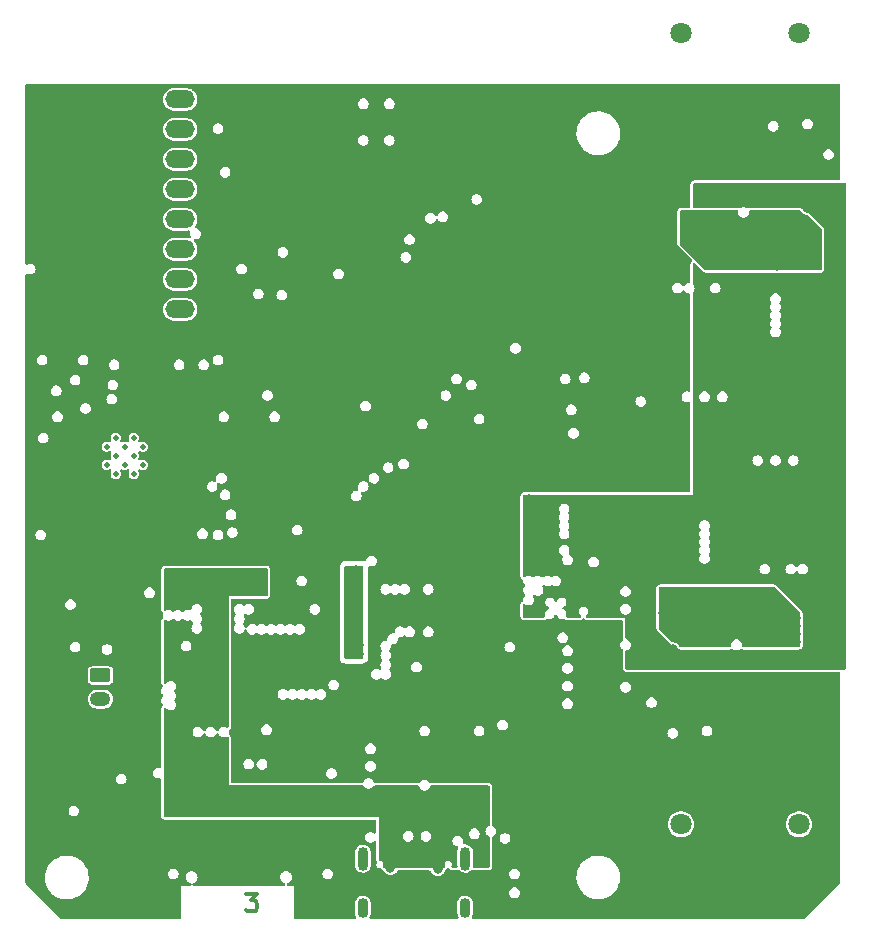
<source format=gbr>
%TF.GenerationSoftware,KiCad,Pcbnew,7.0.10*%
%TF.CreationDate,2024-02-23T16:55:47+01:00*%
%TF.ProjectId,OBSPro,4f425350-726f-42e6-9b69-6361645f7063,rev?*%
%TF.SameCoordinates,PX7270e00PY2255100*%
%TF.FileFunction,Copper,L3,Inr*%
%TF.FilePolarity,Positive*%
%FSLAX46Y46*%
G04 Gerber Fmt 4.6, Leading zero omitted, Abs format (unit mm)*
G04 Created by KiCad (PCBNEW 7.0.10) date 2024-02-23 16:55:47*
%MOMM*%
%LPD*%
G01*
G04 APERTURE LIST*
G04 Aperture macros list*
%AMRoundRect*
0 Rectangle with rounded corners*
0 $1 Rounding radius*
0 $2 $3 $4 $5 $6 $7 $8 $9 X,Y pos of 4 corners*
0 Add a 4 corners polygon primitive as box body*
4,1,4,$2,$3,$4,$5,$6,$7,$8,$9,$2,$3,0*
0 Add four circle primitives for the rounded corners*
1,1,$1+$1,$2,$3*
1,1,$1+$1,$4,$5*
1,1,$1+$1,$6,$7*
1,1,$1+$1,$8,$9*
0 Add four rect primitives between the rounded corners*
20,1,$1+$1,$2,$3,$4,$5,0*
20,1,$1+$1,$4,$5,$6,$7,0*
20,1,$1+$1,$6,$7,$8,$9,0*
20,1,$1+$1,$8,$9,$2,$3,0*%
G04 Aperture macros list end*
%ADD10C,0.300000*%
%TA.AperFunction,NonConductor*%
%ADD11C,0.300000*%
%TD*%
%TA.AperFunction,ComponentPad*%
%ADD12RoundRect,0.250000X-0.625000X0.350000X-0.625000X-0.350000X0.625000X-0.350000X0.625000X0.350000X0*%
%TD*%
%TA.AperFunction,ComponentPad*%
%ADD13O,1.750000X1.200000*%
%TD*%
%TA.AperFunction,ComponentPad*%
%ADD14O,0.900000X2.000000*%
%TD*%
%TA.AperFunction,ComponentPad*%
%ADD15O,0.900000X1.700000*%
%TD*%
%TA.AperFunction,ComponentPad*%
%ADD16O,2.500000X1.500000*%
%TD*%
%TA.AperFunction,HeatsinkPad*%
%ADD17C,0.475000*%
%TD*%
%TA.AperFunction,ComponentPad*%
%ADD18C,1.800000*%
%TD*%
%TA.AperFunction,ViaPad*%
%ADD19C,0.800000*%
%TD*%
G04 APERTURE END LIST*
D10*
D11*
X19200000Y-81378328D02*
X20128572Y-81378328D01*
X20128572Y-81378328D02*
X19628572Y-81949757D01*
X19628572Y-81949757D02*
X19842857Y-81949757D01*
X19842857Y-81949757D02*
X19985715Y-82021185D01*
X19985715Y-82021185D02*
X20057143Y-82092614D01*
X20057143Y-82092614D02*
X20128572Y-82235471D01*
X20128572Y-82235471D02*
X20128572Y-82592614D01*
X20128572Y-82592614D02*
X20057143Y-82735471D01*
X20057143Y-82735471D02*
X19985715Y-82806900D01*
X19985715Y-82806900D02*
X19842857Y-82878328D01*
X19842857Y-82878328D02*
X19414286Y-82878328D01*
X19414286Y-82878328D02*
X19271429Y-82806900D01*
X19271429Y-82806900D02*
X19200000Y-82735471D01*
D12*
%TO.N,Net-(J2-Pin_1)*%
%TO.C,J2*%
X6850000Y-62900000D03*
D13*
%TO.N,GND*%
X6850000Y-64900000D03*
%TD*%
D14*
%TO.N,GND*%
%TO.C,J1*%
X29075000Y-78410000D03*
D15*
X29075000Y-82590000D03*
D14*
X37725000Y-78410000D03*
D15*
X37725000Y-82590000D03*
%TD*%
D16*
%TO.N,Net-(J3-Pin_1)*%
%TO.C,J3*%
X13600000Y-31900000D03*
%TO.N,Net-(J3-Pin_2)*%
X13600000Y-29360000D03*
%TO.N,Net-(J3-Pin_3)*%
X13600000Y-26820000D03*
%TO.N,Net-(J3-Pin_4)*%
X13600000Y-24280000D03*
%TO.N,Net-(J3-Pin_5)*%
X13600000Y-21740000D03*
%TO.N,Net-(J3-Pin_6)*%
X13600000Y-19200000D03*
%TO.N,/Controller/BUTTON*%
X13600000Y-16660000D03*
%TO.N,GND*%
X13600000Y-14120000D03*
%TD*%
D17*
%TO.N,GND*%
%TO.C,U6*%
X8142500Y-45825000D03*
X9667500Y-45825000D03*
X7380000Y-45062500D03*
X8905000Y-45062500D03*
X10430000Y-45062500D03*
X8142500Y-44300000D03*
X9667500Y-44300000D03*
X7380000Y-43537500D03*
X8905000Y-43537500D03*
X10430000Y-43537500D03*
X8142500Y-42775000D03*
X9667500Y-42775000D03*
%TD*%
D18*
%TO.N,/Sensors/Ultrasonic1/INP*%
%TO.C,LS1*%
X56000000Y-75500000D03*
%TO.N,GND*%
X66000000Y-75500000D03*
%TD*%
%TO.N,/Sensors/Ultrasonic2/INP*%
%TO.C,LS2*%
X65999999Y-8500000D03*
%TO.N,GND*%
X55999999Y-8500000D03*
%TD*%
D19*
%TO.N,+USB*%
X20400000Y-54600000D03*
X19600000Y-54600000D03*
X20400000Y-55400000D03*
X19600000Y-55400000D03*
X31000000Y-76612500D03*
X35400000Y-79312500D03*
X31400000Y-79212500D03*
X39200000Y-72800000D03*
X36000000Y-76612500D03*
%TO.N,+3V3*%
X17700000Y-30900000D03*
X43200000Y-64300000D03*
X18200000Y-32000000D03*
X34000000Y-53200000D03*
X43200000Y-62200000D03*
X33200000Y-53200000D03*
X43200000Y-61500000D03*
X32400000Y-51600000D03*
X18300000Y-70400000D03*
X25100000Y-50600000D03*
X41900000Y-72700000D03*
X43200000Y-63600000D03*
X2800000Y-51000000D03*
X34300000Y-60400000D03*
X34800000Y-53200000D03*
X43200000Y-60800000D03*
X19000000Y-32000000D03*
X43200000Y-65000000D03*
X43200000Y-62900000D03*
X6700000Y-54200000D03*
X32400000Y-52400000D03*
X32400000Y-53200000D03*
%TO.N,+9V*%
X54600000Y-60700000D03*
X53900000Y-60700000D03*
X43100000Y-49400000D03*
X66200000Y-22800000D03*
X43100000Y-52200000D03*
X66200000Y-22100000D03*
X43100000Y-53600000D03*
X43100000Y-50100000D03*
X50100000Y-51900000D03*
X61100000Y-53600000D03*
X45100000Y-51900000D03*
X43100000Y-50800000D03*
X55800000Y-61900000D03*
X60100000Y-30400000D03*
X61900000Y-53600000D03*
X67400000Y-23300000D03*
X66700000Y-23300000D03*
X43100000Y-48000000D03*
X55800000Y-61200000D03*
X55300000Y-60700000D03*
X43100000Y-48700000D03*
X60900000Y-30400000D03*
X43100000Y-52900000D03*
X43100000Y-51500000D03*
X68100000Y-23300000D03*
%TO.N,Net-(T1-PM)*%
X63700000Y-59400000D03*
X57900000Y-56500000D03*
X65700000Y-60100000D03*
X55300000Y-57600000D03*
X57900000Y-55800000D03*
X55300000Y-56800000D03*
X65700000Y-58000000D03*
X65700000Y-59400000D03*
X54500000Y-57600000D03*
X65700000Y-58700000D03*
X63700000Y-60100000D03*
X63700000Y-58700000D03*
X63700000Y-58000000D03*
%TO.N,Net-(T2-PM)*%
X56300000Y-23900000D03*
X56300000Y-26000000D03*
X58300000Y-26000000D03*
X58300000Y-25300000D03*
X66700000Y-27200000D03*
X56300000Y-25300000D03*
X64100000Y-27500000D03*
X64100000Y-28200000D03*
X67500000Y-26400000D03*
X56300000Y-24600000D03*
X58300000Y-24600000D03*
X66700000Y-26400000D03*
X58300000Y-23900000D03*
%TO.N,/Power Supply/SW*%
X28700000Y-60300000D03*
X27900000Y-60300000D03*
X28000000Y-56000000D03*
X28700000Y-61100000D03*
X28100000Y-54700000D03*
X28500000Y-54000000D03*
X27900000Y-61100000D03*
X28500000Y-55400000D03*
%TD*%
%TA.AperFunction,Conductor*%
%TO.N,+9V*%
G36*
X69942539Y-21219685D02*
G01*
X69988294Y-21272489D01*
X69999500Y-21324000D01*
X69999500Y-62276000D01*
X69979815Y-62343039D01*
X69927011Y-62388794D01*
X69875500Y-62400000D01*
X51424000Y-62400000D01*
X51356961Y-62380315D01*
X51311206Y-62327511D01*
X51300000Y-62276000D01*
X51300000Y-60862344D01*
X51319685Y-60795305D01*
X51372489Y-60749550D01*
X51389055Y-60743369D01*
X51489069Y-60714004D01*
X51598049Y-60643967D01*
X51682882Y-60546063D01*
X51736697Y-60428226D01*
X51755133Y-60300000D01*
X51736697Y-60171774D01*
X51682882Y-60053937D01*
X51598049Y-59956033D01*
X51489069Y-59885996D01*
X51489067Y-59885995D01*
X51489065Y-59885994D01*
X51389065Y-59856632D01*
X51330287Y-59818858D01*
X51301262Y-59755302D01*
X51300000Y-59737655D01*
X51300000Y-58000000D01*
X48064487Y-58000000D01*
X47997448Y-57980315D01*
X47951693Y-57927511D01*
X47941749Y-57858353D01*
X47970774Y-57794797D01*
X47981470Y-57784979D01*
X47981442Y-57784951D01*
X48078045Y-57688347D01*
X48078050Y-57688342D01*
X48135646Y-57575304D01*
X48135646Y-57575302D01*
X48135647Y-57575301D01*
X48135647Y-57575300D01*
X48155492Y-57450003D01*
X48155492Y-57449996D01*
X48135647Y-57324699D01*
X48135647Y-57324698D01*
X48128405Y-57310485D01*
X48123063Y-57300000D01*
X50844867Y-57300000D01*
X50863302Y-57428225D01*
X50878571Y-57461658D01*
X50917118Y-57546063D01*
X51001951Y-57643967D01*
X51110931Y-57714004D01*
X51235225Y-57750499D01*
X51235227Y-57750500D01*
X51235228Y-57750500D01*
X51364773Y-57750500D01*
X51364773Y-57750499D01*
X51489069Y-57714004D01*
X51598049Y-57643967D01*
X51630308Y-57606737D01*
X53894318Y-57606737D01*
X53894500Y-57609515D01*
X53894500Y-58848638D01*
X53895678Y-58870618D01*
X53898511Y-58896965D01*
X53898512Y-58896967D01*
X53922470Y-58973478D01*
X53922471Y-58973483D01*
X53936872Y-58999855D01*
X53955956Y-59034805D01*
X53955958Y-59034808D01*
X53955960Y-59034811D01*
X53990998Y-59081615D01*
X53991002Y-59081619D01*
X53991009Y-59081629D01*
X55118382Y-60209002D01*
X55122741Y-60213184D01*
X55124563Y-60214932D01*
X55129985Y-60219920D01*
X55132157Y-60221918D01*
X55188152Y-60258614D01*
X55252048Y-60286881D01*
X55308363Y-60302692D01*
X55386929Y-60313035D01*
X55418196Y-60321413D01*
X55484119Y-60348719D01*
X55512154Y-60364905D01*
X55568765Y-60408345D01*
X55591654Y-60431233D01*
X55635843Y-60488821D01*
X55647080Y-60506334D01*
X55648772Y-60509534D01*
X55676753Y-60553937D01*
X55681888Y-60562085D01*
X55713302Y-60598339D01*
X55727648Y-60614895D01*
X55745230Y-60632839D01*
X55745234Y-60632843D01*
X55745235Y-60632844D01*
X55745237Y-60632845D01*
X55825047Y-60677488D01*
X55825051Y-60677490D01*
X55892090Y-60697175D01*
X55949988Y-60705500D01*
X55949992Y-60705500D01*
X60130515Y-60705500D01*
X60130519Y-60705500D01*
X60188417Y-60697175D01*
X60188426Y-60697172D01*
X60188428Y-60697172D01*
X60255449Y-60677492D01*
X60255448Y-60677492D01*
X60255456Y-60677490D01*
X60279095Y-60668947D01*
X60285965Y-60663912D01*
X60351674Y-60640163D01*
X60419792Y-60655709D01*
X60426297Y-60659613D01*
X60510931Y-60714004D01*
X60631993Y-60749550D01*
X60635225Y-60750499D01*
X60635227Y-60750500D01*
X60635228Y-60750500D01*
X60764773Y-60750500D01*
X60764773Y-60750499D01*
X60819081Y-60734553D01*
X60889064Y-60714006D01*
X60889065Y-60714005D01*
X60889069Y-60714004D01*
X60975719Y-60658317D01*
X61042756Y-60638634D01*
X61103290Y-60654414D01*
X61144544Y-60677490D01*
X61211583Y-60697175D01*
X61269481Y-60705500D01*
X63690488Y-60705500D01*
X63693265Y-60705682D01*
X63700000Y-60705682D01*
X63706735Y-60705682D01*
X63709512Y-60705500D01*
X65690488Y-60705500D01*
X65693265Y-60705682D01*
X65700000Y-60705682D01*
X65706735Y-60705682D01*
X65709512Y-60705500D01*
X65975991Y-60705500D01*
X65976000Y-60705500D01*
X66019684Y-60700803D01*
X66048875Y-60694452D01*
X66071174Y-60689602D01*
X66071190Y-60689598D01*
X66071195Y-60689597D01*
X66081373Y-60687110D01*
X66162085Y-60644100D01*
X66214889Y-60598345D01*
X66232843Y-60580754D01*
X66277490Y-60500937D01*
X66297175Y-60433898D01*
X66305500Y-60376000D01*
X66305500Y-60109515D01*
X66305682Y-60106737D01*
X66305682Y-60093276D01*
X66305500Y-60090495D01*
X66305500Y-59409515D01*
X66305682Y-59406737D01*
X66305682Y-59393276D01*
X66305500Y-59390495D01*
X66305500Y-58709515D01*
X66305682Y-58706737D01*
X66305682Y-58693276D01*
X66305500Y-58690495D01*
X66305500Y-58009515D01*
X66305682Y-58006737D01*
X66305682Y-57993276D01*
X66305500Y-57990495D01*
X66305500Y-57651361D01*
X66304321Y-57629381D01*
X66301488Y-57603034D01*
X66301487Y-57603032D01*
X66296688Y-57587706D01*
X66277529Y-57526518D01*
X66244044Y-57465195D01*
X66241396Y-57461658D01*
X66209001Y-57418384D01*
X66208998Y-57418381D01*
X66208991Y-57418371D01*
X65162394Y-56371774D01*
X64081634Y-55291013D01*
X64081633Y-55291012D01*
X64065283Y-55276325D01*
X64065269Y-55276313D01*
X64062015Y-55273691D01*
X64059812Y-55271915D01*
X64044620Y-55259672D01*
X63973575Y-55222509D01*
X63906543Y-55202826D01*
X63905894Y-55202732D01*
X63848638Y-55194500D01*
X63848634Y-55194500D01*
X57909512Y-55194500D01*
X57906735Y-55194318D01*
X57893265Y-55194318D01*
X57890488Y-55194500D01*
X54223992Y-55194500D01*
X54180313Y-55199197D01*
X54128825Y-55210397D01*
X54118627Y-55212890D01*
X54118624Y-55212891D01*
X54037916Y-55255899D01*
X54037913Y-55255901D01*
X53985104Y-55301660D01*
X53967160Y-55319242D01*
X53967154Y-55319249D01*
X53922511Y-55399059D01*
X53922509Y-55399064D01*
X53902826Y-55466096D01*
X53894500Y-55524003D01*
X53894500Y-57590495D01*
X53894318Y-57593276D01*
X53894318Y-57606737D01*
X51630308Y-57606737D01*
X51682882Y-57546063D01*
X51736697Y-57428226D01*
X51755133Y-57300000D01*
X51736697Y-57171774D01*
X51682882Y-57053937D01*
X51598049Y-56956033D01*
X51489069Y-56885996D01*
X51489065Y-56885994D01*
X51489064Y-56885994D01*
X51364774Y-56849500D01*
X51364772Y-56849500D01*
X51235228Y-56849500D01*
X51235226Y-56849500D01*
X51110935Y-56885994D01*
X51110932Y-56885995D01*
X51110931Y-56885996D01*
X51067350Y-56914004D01*
X51001950Y-56956033D01*
X50917118Y-57053937D01*
X50917117Y-57053938D01*
X50863302Y-57171774D01*
X50844867Y-57300000D01*
X48123063Y-57300000D01*
X48078050Y-57211658D01*
X48078046Y-57211654D01*
X48078045Y-57211652D01*
X47988347Y-57121954D01*
X47988344Y-57121952D01*
X47988342Y-57121950D01*
X47875304Y-57064354D01*
X47875303Y-57064353D01*
X47875300Y-57064352D01*
X47750003Y-57044508D01*
X47749997Y-57044508D01*
X47624699Y-57064352D01*
X47624698Y-57064352D01*
X47549337Y-57102751D01*
X47511658Y-57121950D01*
X47511657Y-57121951D01*
X47511652Y-57121954D01*
X47421954Y-57211652D01*
X47421951Y-57211657D01*
X47364352Y-57324698D01*
X47364352Y-57324699D01*
X47344508Y-57449996D01*
X47344508Y-57450003D01*
X47364352Y-57575300D01*
X47364352Y-57575301D01*
X47376937Y-57600000D01*
X47421950Y-57688342D01*
X47421952Y-57688344D01*
X47421954Y-57688347D01*
X47518558Y-57784951D01*
X47516857Y-57786651D01*
X47551063Y-57831008D01*
X47557044Y-57900621D01*
X47524440Y-57962417D01*
X47463603Y-57996776D01*
X47435513Y-58000000D01*
X46398983Y-58000000D01*
X46331944Y-57980315D01*
X46286189Y-57927511D01*
X46276245Y-57858353D01*
X46283675Y-57834922D01*
X46282631Y-57834583D01*
X46285647Y-57825300D01*
X46305492Y-57700003D01*
X46305492Y-57699996D01*
X46285647Y-57574699D01*
X46285647Y-57574698D01*
X46285646Y-57574696D01*
X46228050Y-57461658D01*
X46228046Y-57461654D01*
X46228045Y-57461652D01*
X46138347Y-57371954D01*
X46138344Y-57371952D01*
X46138342Y-57371950D01*
X46025304Y-57314354D01*
X46025302Y-57314353D01*
X46017710Y-57310485D01*
X45966914Y-57262510D01*
X45950119Y-57194689D01*
X45972657Y-57128554D01*
X46017710Y-57089515D01*
X46025302Y-57085646D01*
X46025304Y-57085646D01*
X46138342Y-57028050D01*
X46228050Y-56938342D01*
X46285646Y-56825304D01*
X46285646Y-56825302D01*
X46285647Y-56825301D01*
X46285647Y-56825300D01*
X46305492Y-56700003D01*
X46305492Y-56699996D01*
X46285647Y-56574699D01*
X46285647Y-56574698D01*
X46285646Y-56574696D01*
X46228050Y-56461658D01*
X46228046Y-56461654D01*
X46228045Y-56461652D01*
X46138347Y-56371954D01*
X46138344Y-56371952D01*
X46138342Y-56371950D01*
X46025304Y-56314354D01*
X46025303Y-56314353D01*
X46025300Y-56314352D01*
X45900003Y-56294508D01*
X45899997Y-56294508D01*
X45774699Y-56314352D01*
X45774698Y-56314352D01*
X45699337Y-56352751D01*
X45661658Y-56371950D01*
X45661657Y-56371951D01*
X45661652Y-56371954D01*
X45571954Y-56461652D01*
X45571949Y-56461659D01*
X45510484Y-56582290D01*
X45462510Y-56633085D01*
X45394689Y-56649880D01*
X45328554Y-56627342D01*
X45289516Y-56582290D01*
X45247586Y-56500000D01*
X45228050Y-56461658D01*
X45228047Y-56461655D01*
X45228045Y-56461652D01*
X45138347Y-56371954D01*
X45138344Y-56371952D01*
X45138342Y-56371950D01*
X45025304Y-56314354D01*
X45025303Y-56314353D01*
X45025300Y-56314352D01*
X44900003Y-56294508D01*
X44899997Y-56294508D01*
X44774699Y-56314352D01*
X44774698Y-56314352D01*
X44699337Y-56352751D01*
X44661658Y-56371950D01*
X44661657Y-56371951D01*
X44661652Y-56371954D01*
X44571954Y-56461652D01*
X44571951Y-56461657D01*
X44571950Y-56461658D01*
X44552751Y-56499337D01*
X44514352Y-56574698D01*
X44514352Y-56574699D01*
X44494508Y-56699996D01*
X44494508Y-56700003D01*
X44514352Y-56825300D01*
X44514352Y-56825301D01*
X44532805Y-56861517D01*
X44571950Y-56938342D01*
X44571952Y-56938344D01*
X44571954Y-56938347D01*
X44661652Y-57028045D01*
X44661655Y-57028047D01*
X44661658Y-57028050D01*
X44712464Y-57053937D01*
X44782290Y-57089516D01*
X44833085Y-57137490D01*
X44849880Y-57205311D01*
X44827342Y-57271446D01*
X44782290Y-57310484D01*
X44661659Y-57371949D01*
X44661652Y-57371954D01*
X44571954Y-57461652D01*
X44571951Y-57461657D01*
X44571950Y-57461658D01*
X44570148Y-57465195D01*
X44514352Y-57574698D01*
X44514352Y-57574699D01*
X44494508Y-57699996D01*
X44494508Y-57700003D01*
X44514352Y-57825300D01*
X44517369Y-57834583D01*
X44514470Y-57835525D01*
X44524400Y-57888358D01*
X44498132Y-57953102D01*
X44441031Y-57993367D01*
X44401017Y-58000000D01*
X42724000Y-58000000D01*
X42656961Y-57980315D01*
X42611206Y-57927511D01*
X42600000Y-57876000D01*
X42600000Y-56940497D01*
X42619685Y-56873458D01*
X42672489Y-56827703D01*
X42741647Y-56817759D01*
X42793138Y-56841274D01*
X42794490Y-56839172D01*
X42801950Y-56843966D01*
X42801951Y-56843967D01*
X42910931Y-56914004D01*
X43035225Y-56950499D01*
X43035227Y-56950500D01*
X43035228Y-56950500D01*
X43164773Y-56950500D01*
X43164773Y-56950499D01*
X43289069Y-56914004D01*
X43398049Y-56843967D01*
X43482882Y-56746063D01*
X43536697Y-56628226D01*
X43555133Y-56500000D01*
X43536697Y-56371774D01*
X43482882Y-56253937D01*
X43482879Y-56253934D01*
X43478087Y-56246476D01*
X43480830Y-56244713D01*
X43458425Y-56195655D01*
X43468368Y-56126496D01*
X43514122Y-56073691D01*
X43581161Y-56054006D01*
X43648201Y-56073690D01*
X43710931Y-56114004D01*
X43835225Y-56150499D01*
X43835227Y-56150500D01*
X43835228Y-56150500D01*
X43964773Y-56150500D01*
X43964773Y-56150499D01*
X44089069Y-56114004D01*
X44198049Y-56043967D01*
X44282882Y-55946063D01*
X44336697Y-55828226D01*
X44340755Y-55800000D01*
X50844867Y-55800000D01*
X50863302Y-55928225D01*
X50871449Y-55946063D01*
X50917118Y-56046063D01*
X51001951Y-56143967D01*
X51110931Y-56214004D01*
X51235225Y-56250499D01*
X51235227Y-56250500D01*
X51235228Y-56250500D01*
X51364773Y-56250500D01*
X51364773Y-56250499D01*
X51489069Y-56214004D01*
X51598049Y-56143967D01*
X51682882Y-56046063D01*
X51736697Y-55928226D01*
X51755133Y-55800000D01*
X51736697Y-55671774D01*
X51682882Y-55553937D01*
X51598049Y-55456033D01*
X51489069Y-55385996D01*
X51489065Y-55385994D01*
X51489064Y-55385994D01*
X51364774Y-55349500D01*
X51364772Y-55349500D01*
X51235228Y-55349500D01*
X51235226Y-55349500D01*
X51110935Y-55385994D01*
X51110932Y-55385995D01*
X51110931Y-55385996D01*
X51090597Y-55399064D01*
X51001950Y-55456033D01*
X50917118Y-55553937D01*
X50917117Y-55553938D01*
X50863302Y-55671774D01*
X50844867Y-55800000D01*
X44340755Y-55800000D01*
X44355133Y-55700000D01*
X44336697Y-55571774D01*
X44282882Y-55453937D01*
X44282879Y-55453934D01*
X44278087Y-55446476D01*
X44280830Y-55444713D01*
X44258425Y-55395655D01*
X44268368Y-55326496D01*
X44314122Y-55273691D01*
X44381161Y-55254006D01*
X44448201Y-55273690D01*
X44510931Y-55314004D01*
X44635225Y-55350499D01*
X44635227Y-55350500D01*
X44635228Y-55350500D01*
X44764773Y-55350500D01*
X44764773Y-55350499D01*
X44889069Y-55314004D01*
X44982962Y-55253662D01*
X45050001Y-55233979D01*
X45117037Y-55253662D01*
X45210931Y-55314004D01*
X45335225Y-55350499D01*
X45335227Y-55350500D01*
X45335228Y-55350500D01*
X45464773Y-55350500D01*
X45464773Y-55350499D01*
X45589069Y-55314004D01*
X45698049Y-55243967D01*
X45782882Y-55146063D01*
X45836697Y-55028226D01*
X45855133Y-54900000D01*
X45836697Y-54771774D01*
X45782882Y-54653937D01*
X45698049Y-54556033D01*
X45589069Y-54485996D01*
X45589065Y-54485994D01*
X45589064Y-54485994D01*
X45464774Y-54449500D01*
X45464772Y-54449500D01*
X45335228Y-54449500D01*
X45335226Y-54449500D01*
X45210933Y-54485994D01*
X45210932Y-54485994D01*
X45117038Y-54546336D01*
X45049999Y-54566020D01*
X44982962Y-54546336D01*
X44889066Y-54485994D01*
X44764774Y-54449500D01*
X44764772Y-54449500D01*
X44635228Y-54449500D01*
X44635226Y-54449500D01*
X44510935Y-54485994D01*
X44510932Y-54485995D01*
X44510931Y-54485996D01*
X44469435Y-54512663D01*
X44401948Y-54556034D01*
X44393713Y-54565539D01*
X44334936Y-54603314D01*
X44265066Y-54603314D01*
X44206288Y-54565540D01*
X44206287Y-54565539D01*
X44198051Y-54556034D01*
X44177301Y-54542699D01*
X44089069Y-54485996D01*
X44089065Y-54485994D01*
X44089064Y-54485994D01*
X43964774Y-54449500D01*
X43964772Y-54449500D01*
X43835228Y-54449500D01*
X43835226Y-54449500D01*
X43710935Y-54485994D01*
X43710932Y-54485995D01*
X43710931Y-54485996D01*
X43669435Y-54512663D01*
X43601948Y-54556034D01*
X43593713Y-54565539D01*
X43534936Y-54603314D01*
X43465066Y-54603314D01*
X43406288Y-54565540D01*
X43406287Y-54565539D01*
X43398051Y-54556034D01*
X43377301Y-54542699D01*
X43289069Y-54485996D01*
X43289065Y-54485994D01*
X43289064Y-54485994D01*
X43164774Y-54449500D01*
X43164772Y-54449500D01*
X43035228Y-54449500D01*
X43035226Y-54449500D01*
X42910935Y-54485994D01*
X42910932Y-54485995D01*
X42910931Y-54485996D01*
X42817040Y-54546336D01*
X42794490Y-54560828D01*
X42793138Y-54558725D01*
X42741641Y-54582241D01*
X42672483Y-54572294D01*
X42619681Y-54526536D01*
X42600000Y-54459502D01*
X42600000Y-53900000D01*
X62644867Y-53900000D01*
X62663302Y-54028225D01*
X62688679Y-54083791D01*
X62717118Y-54146063D01*
X62801951Y-54243967D01*
X62910931Y-54314004D01*
X63035225Y-54350499D01*
X63035227Y-54350500D01*
X63035228Y-54350500D01*
X63164773Y-54350500D01*
X63164773Y-54350499D01*
X63289069Y-54314004D01*
X63398049Y-54243967D01*
X63482882Y-54146063D01*
X63536697Y-54028226D01*
X63555133Y-53900000D01*
X64844867Y-53900000D01*
X64863302Y-54028225D01*
X64888679Y-54083791D01*
X64917118Y-54146063D01*
X65001951Y-54243967D01*
X65110931Y-54314004D01*
X65235225Y-54350499D01*
X65235227Y-54350500D01*
X65235228Y-54350500D01*
X65364773Y-54350500D01*
X65364773Y-54350499D01*
X65489069Y-54314004D01*
X65598049Y-54243967D01*
X65682882Y-54146063D01*
X65687206Y-54136595D01*
X65732961Y-54083791D01*
X65800000Y-54064107D01*
X65867040Y-54083792D01*
X65912794Y-54136595D01*
X65917118Y-54146063D01*
X66001951Y-54243967D01*
X66110931Y-54314004D01*
X66235225Y-54350499D01*
X66235227Y-54350500D01*
X66235228Y-54350500D01*
X66364773Y-54350500D01*
X66364773Y-54350499D01*
X66489069Y-54314004D01*
X66598049Y-54243967D01*
X66682882Y-54146063D01*
X66736697Y-54028226D01*
X66755133Y-53900000D01*
X66736697Y-53771774D01*
X66682882Y-53653937D01*
X66598049Y-53556033D01*
X66489069Y-53485996D01*
X66489065Y-53485994D01*
X66489064Y-53485994D01*
X66364774Y-53449500D01*
X66364772Y-53449500D01*
X66235228Y-53449500D01*
X66235226Y-53449500D01*
X66110935Y-53485994D01*
X66110932Y-53485995D01*
X66110931Y-53485996D01*
X66067350Y-53514004D01*
X66001950Y-53556033D01*
X65917118Y-53653937D01*
X65917116Y-53653940D01*
X65912793Y-53663406D01*
X65867037Y-53716209D01*
X65799997Y-53735892D01*
X65732958Y-53716206D01*
X65687207Y-53663406D01*
X65682883Y-53653940D01*
X65682882Y-53653938D01*
X65682882Y-53653937D01*
X65598049Y-53556033D01*
X65489069Y-53485996D01*
X65489065Y-53485994D01*
X65489064Y-53485994D01*
X65364774Y-53449500D01*
X65364772Y-53449500D01*
X65235228Y-53449500D01*
X65235226Y-53449500D01*
X65110935Y-53485994D01*
X65110932Y-53485995D01*
X65110931Y-53485996D01*
X65067350Y-53514004D01*
X65001950Y-53556033D01*
X64917118Y-53653937D01*
X64917117Y-53653938D01*
X64863302Y-53771774D01*
X64844867Y-53900000D01*
X63555133Y-53900000D01*
X63536697Y-53771774D01*
X63482882Y-53653937D01*
X63398049Y-53556033D01*
X63289069Y-53485996D01*
X63289065Y-53485994D01*
X63289064Y-53485994D01*
X63164774Y-53449500D01*
X63164772Y-53449500D01*
X63035228Y-53449500D01*
X63035226Y-53449500D01*
X62910935Y-53485994D01*
X62910932Y-53485995D01*
X62910931Y-53485996D01*
X62867350Y-53514004D01*
X62801950Y-53556033D01*
X62717118Y-53653937D01*
X62717117Y-53653938D01*
X62663302Y-53771774D01*
X62644867Y-53900000D01*
X42600000Y-53900000D01*
X42600000Y-52300000D01*
X45644867Y-52300000D01*
X45663302Y-52428225D01*
X45717117Y-52546061D01*
X45717118Y-52546063D01*
X45801951Y-52643967D01*
X45910931Y-52714004D01*
X45923601Y-52717724D01*
X45982380Y-52755497D01*
X46011406Y-52819052D01*
X46001465Y-52888211D01*
X46001464Y-52888213D01*
X45963302Y-52971776D01*
X45944867Y-53100000D01*
X45963302Y-53228225D01*
X45971449Y-53246063D01*
X46017118Y-53346063D01*
X46101951Y-53443967D01*
X46210931Y-53514004D01*
X46320117Y-53546063D01*
X46335225Y-53550499D01*
X46335227Y-53550500D01*
X46335228Y-53550500D01*
X46464773Y-53550500D01*
X46464773Y-53550499D01*
X46589069Y-53514004D01*
X46698049Y-53443967D01*
X46782882Y-53346063D01*
X46803919Y-53300000D01*
X48144867Y-53300000D01*
X48163302Y-53428225D01*
X48173475Y-53450500D01*
X48217118Y-53546063D01*
X48301951Y-53643967D01*
X48410931Y-53714004D01*
X48418431Y-53716206D01*
X48535225Y-53750499D01*
X48535227Y-53750500D01*
X48535228Y-53750500D01*
X48664773Y-53750500D01*
X48664773Y-53750499D01*
X48789069Y-53714004D01*
X48898049Y-53643967D01*
X48982882Y-53546063D01*
X49036697Y-53428226D01*
X49055133Y-53300000D01*
X49036697Y-53171774D01*
X48982882Y-53053937D01*
X48936146Y-53000000D01*
X57544867Y-53000000D01*
X57563302Y-53128225D01*
X57608972Y-53228226D01*
X57617118Y-53246063D01*
X57701951Y-53343967D01*
X57810931Y-53414004D01*
X57935225Y-53450499D01*
X57935227Y-53450500D01*
X57935228Y-53450500D01*
X58064773Y-53450500D01*
X58064773Y-53450499D01*
X58189069Y-53414004D01*
X58298049Y-53343967D01*
X58382882Y-53246063D01*
X58436697Y-53128226D01*
X58455133Y-53000000D01*
X58436697Y-52871774D01*
X58382882Y-52753937D01*
X58363181Y-52731201D01*
X58334157Y-52667649D01*
X58344100Y-52598490D01*
X58363182Y-52568798D01*
X58382882Y-52546063D01*
X58436697Y-52428226D01*
X58455133Y-52300000D01*
X58436697Y-52171774D01*
X58382882Y-52053937D01*
X58363181Y-52031201D01*
X58334157Y-51967649D01*
X58344100Y-51898490D01*
X58363182Y-51868798D01*
X58382882Y-51846063D01*
X58436697Y-51728226D01*
X58455133Y-51600000D01*
X58436697Y-51471774D01*
X58382882Y-51353937D01*
X58363181Y-51331201D01*
X58334157Y-51267649D01*
X58344100Y-51198490D01*
X58363182Y-51168798D01*
X58382882Y-51146063D01*
X58436697Y-51028226D01*
X58455133Y-50900000D01*
X58436697Y-50771774D01*
X58382882Y-50653937D01*
X58363181Y-50631201D01*
X58334157Y-50567649D01*
X58344100Y-50498490D01*
X58363182Y-50468798D01*
X58382882Y-50446063D01*
X58436697Y-50328226D01*
X58455133Y-50200000D01*
X58436697Y-50071774D01*
X58382882Y-49953937D01*
X58298049Y-49856033D01*
X58189069Y-49785996D01*
X58189065Y-49785994D01*
X58189064Y-49785994D01*
X58064774Y-49749500D01*
X58064772Y-49749500D01*
X57935228Y-49749500D01*
X57935226Y-49749500D01*
X57810935Y-49785994D01*
X57810932Y-49785995D01*
X57810931Y-49785996D01*
X57791490Y-49798490D01*
X57701950Y-49856033D01*
X57617118Y-49953937D01*
X57617117Y-49953938D01*
X57563302Y-50071774D01*
X57544867Y-50200000D01*
X57563302Y-50328225D01*
X57617117Y-50446061D01*
X57617120Y-50446067D01*
X57636817Y-50468798D01*
X57665842Y-50532354D01*
X57655898Y-50601512D01*
X57636817Y-50631202D01*
X57617120Y-50653932D01*
X57617117Y-50653938D01*
X57563302Y-50771774D01*
X57544867Y-50900000D01*
X57563302Y-51028225D01*
X57617117Y-51146061D01*
X57617120Y-51146067D01*
X57636817Y-51168798D01*
X57665842Y-51232354D01*
X57655898Y-51301512D01*
X57636817Y-51331202D01*
X57617120Y-51353932D01*
X57617117Y-51353938D01*
X57563302Y-51471774D01*
X57544867Y-51600000D01*
X57563302Y-51728225D01*
X57617117Y-51846061D01*
X57617120Y-51846067D01*
X57636817Y-51868798D01*
X57665842Y-51932354D01*
X57655898Y-52001512D01*
X57636817Y-52031202D01*
X57617120Y-52053932D01*
X57617117Y-52053938D01*
X57563302Y-52171774D01*
X57544867Y-52300000D01*
X57563302Y-52428225D01*
X57617117Y-52546061D01*
X57617120Y-52546067D01*
X57636817Y-52568798D01*
X57665842Y-52632354D01*
X57655898Y-52701512D01*
X57636817Y-52731202D01*
X57617120Y-52753932D01*
X57617117Y-52753938D01*
X57563302Y-52871774D01*
X57544867Y-53000000D01*
X48936146Y-53000000D01*
X48898049Y-52956033D01*
X48789069Y-52885996D01*
X48789065Y-52885994D01*
X48789064Y-52885994D01*
X48664774Y-52849500D01*
X48664772Y-52849500D01*
X48535228Y-52849500D01*
X48535226Y-52849500D01*
X48410935Y-52885994D01*
X48410932Y-52885995D01*
X48410931Y-52885996D01*
X48359677Y-52918934D01*
X48301950Y-52956033D01*
X48217118Y-53053937D01*
X48217117Y-53053938D01*
X48163302Y-53171774D01*
X48144867Y-53300000D01*
X46803919Y-53300000D01*
X46836697Y-53228226D01*
X46855133Y-53100000D01*
X46836697Y-52971774D01*
X46782882Y-52853937D01*
X46698049Y-52756033D01*
X46589069Y-52685996D01*
X46589067Y-52685995D01*
X46589065Y-52685994D01*
X46576395Y-52682274D01*
X46517617Y-52644499D01*
X46488592Y-52580943D01*
X46498536Y-52511785D01*
X46536697Y-52428225D01*
X46555133Y-52300000D01*
X46536697Y-52171774D01*
X46482882Y-52053937D01*
X46398049Y-51956033D01*
X46289069Y-51885996D01*
X46289065Y-51885994D01*
X46289064Y-51885994D01*
X46164774Y-51849500D01*
X46164772Y-51849500D01*
X46035228Y-51849500D01*
X46035226Y-51849500D01*
X45910935Y-51885994D01*
X45910932Y-51885995D01*
X45910931Y-51885996D01*
X45891490Y-51898490D01*
X45801950Y-51956033D01*
X45717118Y-52053937D01*
X45717117Y-52053938D01*
X45663302Y-52171774D01*
X45644867Y-52300000D01*
X42600000Y-52300000D01*
X42600000Y-50900000D01*
X45644867Y-50900000D01*
X45663302Y-51028225D01*
X45717117Y-51146061D01*
X45717118Y-51146063D01*
X45801951Y-51243967D01*
X45910931Y-51314004D01*
X46035225Y-51350499D01*
X46035227Y-51350500D01*
X46035228Y-51350500D01*
X46164773Y-51350500D01*
X46164773Y-51350499D01*
X46289069Y-51314004D01*
X46398049Y-51243967D01*
X46482882Y-51146063D01*
X46536697Y-51028226D01*
X46555133Y-50900000D01*
X46536697Y-50771774D01*
X46482882Y-50653937D01*
X46463181Y-50631201D01*
X46434157Y-50567649D01*
X46444100Y-50498490D01*
X46463182Y-50468798D01*
X46482882Y-50446063D01*
X46536697Y-50328226D01*
X46555133Y-50200000D01*
X46536697Y-50071774D01*
X46482882Y-49953937D01*
X46463181Y-49931201D01*
X46434157Y-49867649D01*
X46444100Y-49798490D01*
X46463182Y-49768798D01*
X46482882Y-49746063D01*
X46536697Y-49628226D01*
X46555133Y-49500000D01*
X46536697Y-49371774D01*
X46482882Y-49253937D01*
X46463181Y-49231201D01*
X46434157Y-49167649D01*
X46444100Y-49098490D01*
X46463182Y-49068798D01*
X46482882Y-49046063D01*
X46536697Y-48928226D01*
X46555133Y-48800000D01*
X46536697Y-48671774D01*
X46482882Y-48553937D01*
X46398049Y-48456033D01*
X46289069Y-48385996D01*
X46289065Y-48385994D01*
X46289064Y-48385994D01*
X46164774Y-48349500D01*
X46164772Y-48349500D01*
X46035228Y-48349500D01*
X46035226Y-48349500D01*
X45910935Y-48385994D01*
X45910932Y-48385995D01*
X45910931Y-48385996D01*
X45859677Y-48418934D01*
X45801950Y-48456033D01*
X45717118Y-48553937D01*
X45717117Y-48553938D01*
X45663302Y-48671774D01*
X45644867Y-48800000D01*
X45663302Y-48928225D01*
X45717117Y-49046061D01*
X45717120Y-49046067D01*
X45736817Y-49068798D01*
X45765842Y-49132354D01*
X45755898Y-49201512D01*
X45736817Y-49231202D01*
X45717120Y-49253932D01*
X45717117Y-49253938D01*
X45663302Y-49371774D01*
X45644867Y-49500000D01*
X45663302Y-49628225D01*
X45717117Y-49746061D01*
X45717120Y-49746067D01*
X45736817Y-49768798D01*
X45765842Y-49832354D01*
X45755898Y-49901512D01*
X45736817Y-49931202D01*
X45717120Y-49953932D01*
X45717117Y-49953938D01*
X45663302Y-50071774D01*
X45644867Y-50200000D01*
X45663302Y-50328225D01*
X45717117Y-50446061D01*
X45717120Y-50446067D01*
X45736817Y-50468798D01*
X45765842Y-50532354D01*
X45755898Y-50601512D01*
X45736817Y-50631202D01*
X45717120Y-50653932D01*
X45717117Y-50653938D01*
X45663302Y-50771774D01*
X45644867Y-50900000D01*
X42600000Y-50900000D01*
X42600000Y-47724000D01*
X42619685Y-47656961D01*
X42672489Y-47611206D01*
X42724000Y-47600000D01*
X57000000Y-47600000D01*
X57000000Y-44700000D01*
X62044867Y-44700000D01*
X62063302Y-44828225D01*
X62117117Y-44946061D01*
X62117118Y-44946063D01*
X62201951Y-45043967D01*
X62310931Y-45114004D01*
X62435225Y-45150499D01*
X62435227Y-45150500D01*
X62435228Y-45150500D01*
X62564773Y-45150500D01*
X62564773Y-45150499D01*
X62689069Y-45114004D01*
X62798049Y-45043967D01*
X62882882Y-44946063D01*
X62936697Y-44828226D01*
X62955133Y-44700000D01*
X63544867Y-44700000D01*
X63563302Y-44828225D01*
X63617117Y-44946061D01*
X63617118Y-44946063D01*
X63701951Y-45043967D01*
X63810931Y-45114004D01*
X63935225Y-45150499D01*
X63935227Y-45150500D01*
X63935228Y-45150500D01*
X64064773Y-45150500D01*
X64064773Y-45150499D01*
X64189069Y-45114004D01*
X64298049Y-45043967D01*
X64382882Y-44946063D01*
X64436697Y-44828226D01*
X64455133Y-44700000D01*
X65044867Y-44700000D01*
X65063302Y-44828225D01*
X65117117Y-44946061D01*
X65117118Y-44946063D01*
X65201951Y-45043967D01*
X65310931Y-45114004D01*
X65435225Y-45150499D01*
X65435227Y-45150500D01*
X65435228Y-45150500D01*
X65564773Y-45150500D01*
X65564773Y-45150499D01*
X65689069Y-45114004D01*
X65798049Y-45043967D01*
X65882882Y-44946063D01*
X65936697Y-44828226D01*
X65955133Y-44700000D01*
X65936697Y-44571774D01*
X65882882Y-44453937D01*
X65798049Y-44356033D01*
X65689069Y-44285996D01*
X65689065Y-44285994D01*
X65689064Y-44285994D01*
X65564774Y-44249500D01*
X65564772Y-44249500D01*
X65435228Y-44249500D01*
X65435226Y-44249500D01*
X65310935Y-44285994D01*
X65310932Y-44285995D01*
X65310931Y-44285996D01*
X65259677Y-44318934D01*
X65201950Y-44356033D01*
X65117118Y-44453937D01*
X65117117Y-44453938D01*
X65063302Y-44571774D01*
X65044867Y-44700000D01*
X64455133Y-44700000D01*
X64436697Y-44571774D01*
X64382882Y-44453937D01*
X64298049Y-44356033D01*
X64189069Y-44285996D01*
X64189065Y-44285994D01*
X64189064Y-44285994D01*
X64064774Y-44249500D01*
X64064772Y-44249500D01*
X63935228Y-44249500D01*
X63935226Y-44249500D01*
X63810935Y-44285994D01*
X63810932Y-44285995D01*
X63810931Y-44285996D01*
X63759677Y-44318934D01*
X63701950Y-44356033D01*
X63617118Y-44453937D01*
X63617117Y-44453938D01*
X63563302Y-44571774D01*
X63544867Y-44700000D01*
X62955133Y-44700000D01*
X62936697Y-44571774D01*
X62882882Y-44453937D01*
X62798049Y-44356033D01*
X62689069Y-44285996D01*
X62689065Y-44285994D01*
X62689064Y-44285994D01*
X62564774Y-44249500D01*
X62564772Y-44249500D01*
X62435228Y-44249500D01*
X62435226Y-44249500D01*
X62310935Y-44285994D01*
X62310932Y-44285995D01*
X62310931Y-44285996D01*
X62259677Y-44318934D01*
X62201950Y-44356033D01*
X62117118Y-44453937D01*
X62117117Y-44453938D01*
X62063302Y-44571774D01*
X62044867Y-44700000D01*
X57000000Y-44700000D01*
X57000000Y-39300000D01*
X57544867Y-39300000D01*
X57563302Y-39428225D01*
X57575045Y-39453937D01*
X57617118Y-39546063D01*
X57701951Y-39643967D01*
X57810931Y-39714004D01*
X57935225Y-39750499D01*
X57935227Y-39750500D01*
X57935228Y-39750500D01*
X58064773Y-39750500D01*
X58064773Y-39750499D01*
X58189069Y-39714004D01*
X58298049Y-39643967D01*
X58382882Y-39546063D01*
X58436697Y-39428226D01*
X58455133Y-39300000D01*
X59044867Y-39300000D01*
X59063302Y-39428225D01*
X59075045Y-39453937D01*
X59117118Y-39546063D01*
X59201951Y-39643967D01*
X59310931Y-39714004D01*
X59435225Y-39750499D01*
X59435227Y-39750500D01*
X59435228Y-39750500D01*
X59564773Y-39750500D01*
X59564773Y-39750499D01*
X59689069Y-39714004D01*
X59798049Y-39643967D01*
X59882882Y-39546063D01*
X59936697Y-39428226D01*
X59955133Y-39300000D01*
X59936697Y-39171774D01*
X59882882Y-39053937D01*
X59798049Y-38956033D01*
X59689069Y-38885996D01*
X59689065Y-38885994D01*
X59689064Y-38885994D01*
X59564774Y-38849500D01*
X59564772Y-38849500D01*
X59435228Y-38849500D01*
X59435226Y-38849500D01*
X59310935Y-38885994D01*
X59310932Y-38885995D01*
X59310931Y-38885996D01*
X59259677Y-38918934D01*
X59201950Y-38956033D01*
X59117118Y-39053937D01*
X59117117Y-39053938D01*
X59063302Y-39171774D01*
X59044867Y-39300000D01*
X58455133Y-39300000D01*
X58436697Y-39171774D01*
X58382882Y-39053937D01*
X58298049Y-38956033D01*
X58189069Y-38885996D01*
X58189065Y-38885994D01*
X58189064Y-38885994D01*
X58064774Y-38849500D01*
X58064772Y-38849500D01*
X57935228Y-38849500D01*
X57935226Y-38849500D01*
X57810935Y-38885994D01*
X57810932Y-38885995D01*
X57810931Y-38885996D01*
X57759677Y-38918934D01*
X57701950Y-38956033D01*
X57617118Y-39053937D01*
X57617117Y-39053938D01*
X57563302Y-39171774D01*
X57544867Y-39300000D01*
X57000000Y-39300000D01*
X57000000Y-33800000D01*
X63544867Y-33800000D01*
X63563302Y-33928225D01*
X63617117Y-34046061D01*
X63617118Y-34046063D01*
X63701951Y-34143967D01*
X63810931Y-34214004D01*
X63935225Y-34250499D01*
X63935227Y-34250500D01*
X63935228Y-34250500D01*
X64064773Y-34250500D01*
X64064773Y-34250499D01*
X64189069Y-34214004D01*
X64298049Y-34143967D01*
X64382882Y-34046063D01*
X64436697Y-33928226D01*
X64455133Y-33800000D01*
X64436697Y-33671774D01*
X64382882Y-33553937D01*
X64363181Y-33531201D01*
X64334157Y-33467649D01*
X64344100Y-33398490D01*
X64363182Y-33368798D01*
X64382882Y-33346063D01*
X64436697Y-33228226D01*
X64455133Y-33100000D01*
X64436697Y-32971774D01*
X64382882Y-32853937D01*
X64363181Y-32831201D01*
X64334157Y-32767649D01*
X64344100Y-32698490D01*
X64363182Y-32668798D01*
X64382882Y-32646063D01*
X64436697Y-32528226D01*
X64455133Y-32400000D01*
X64436697Y-32271774D01*
X64382882Y-32153937D01*
X64363181Y-32131201D01*
X64334157Y-32067649D01*
X64344100Y-31998490D01*
X64363182Y-31968798D01*
X64382882Y-31946063D01*
X64436697Y-31828226D01*
X64455133Y-31700000D01*
X64436697Y-31571774D01*
X64382882Y-31453937D01*
X64363181Y-31431201D01*
X64334157Y-31367649D01*
X64344100Y-31298490D01*
X64363182Y-31268798D01*
X64382882Y-31246063D01*
X64436697Y-31128226D01*
X64455133Y-31000000D01*
X64436697Y-30871774D01*
X64382882Y-30753937D01*
X64298049Y-30656033D01*
X64189069Y-30585996D01*
X64189065Y-30585994D01*
X64189064Y-30585994D01*
X64064774Y-30549500D01*
X64064772Y-30549500D01*
X63935228Y-30549500D01*
X63935226Y-30549500D01*
X63810935Y-30585994D01*
X63810932Y-30585995D01*
X63810931Y-30585996D01*
X63759677Y-30618934D01*
X63701950Y-30656033D01*
X63617118Y-30753937D01*
X63617117Y-30753938D01*
X63563302Y-30871774D01*
X63544867Y-31000000D01*
X63563302Y-31128225D01*
X63617117Y-31246061D01*
X63617120Y-31246067D01*
X63636817Y-31268798D01*
X63665842Y-31332354D01*
X63655898Y-31401512D01*
X63636817Y-31431202D01*
X63617120Y-31453932D01*
X63617117Y-31453938D01*
X63563302Y-31571774D01*
X63544867Y-31700000D01*
X63563302Y-31828225D01*
X63617117Y-31946061D01*
X63617120Y-31946067D01*
X63636817Y-31968798D01*
X63665842Y-32032354D01*
X63655898Y-32101512D01*
X63636817Y-32131202D01*
X63617120Y-32153932D01*
X63617117Y-32153938D01*
X63563302Y-32271774D01*
X63544867Y-32400000D01*
X63563302Y-32528225D01*
X63617117Y-32646061D01*
X63617120Y-32646067D01*
X63636817Y-32668798D01*
X63665842Y-32732354D01*
X63655898Y-32801512D01*
X63636817Y-32831202D01*
X63617120Y-32853932D01*
X63617117Y-32853938D01*
X63563302Y-32971774D01*
X63544867Y-33100000D01*
X63563302Y-33228225D01*
X63617117Y-33346061D01*
X63617120Y-33346067D01*
X63636817Y-33368798D01*
X63665842Y-33432354D01*
X63655898Y-33501512D01*
X63636817Y-33531202D01*
X63617120Y-33553932D01*
X63617117Y-33553938D01*
X63563302Y-33671774D01*
X63544867Y-33800000D01*
X57000000Y-33800000D01*
X57000000Y-30487963D01*
X57019685Y-30420924D01*
X57030277Y-30406773D01*
X57082882Y-30346063D01*
X57136697Y-30228226D01*
X57155133Y-30100000D01*
X58444867Y-30100000D01*
X58463302Y-30228225D01*
X58517117Y-30346061D01*
X58517118Y-30346063D01*
X58601951Y-30443967D01*
X58710931Y-30514004D01*
X58835225Y-30550499D01*
X58835227Y-30550500D01*
X58835228Y-30550500D01*
X58964773Y-30550500D01*
X58964773Y-30550499D01*
X59089069Y-30514004D01*
X59198049Y-30443967D01*
X59282882Y-30346063D01*
X59336697Y-30228226D01*
X59355133Y-30100000D01*
X59336697Y-29971774D01*
X59282882Y-29853937D01*
X59198049Y-29756033D01*
X59089069Y-29685996D01*
X59089065Y-29685994D01*
X59089064Y-29685994D01*
X58964774Y-29649500D01*
X58964772Y-29649500D01*
X58835228Y-29649500D01*
X58835226Y-29649500D01*
X58710935Y-29685994D01*
X58710932Y-29685995D01*
X58710931Y-29685996D01*
X58670415Y-29712034D01*
X58601950Y-29756033D01*
X58517118Y-29853937D01*
X58517117Y-29853938D01*
X58463302Y-29971774D01*
X58444867Y-30100000D01*
X57155133Y-30100000D01*
X57136697Y-29971774D01*
X57082882Y-29853937D01*
X57082880Y-29853935D01*
X57082879Y-29853932D01*
X57030286Y-29793235D01*
X57001262Y-29729679D01*
X57000000Y-29712034D01*
X57000000Y-28089982D01*
X57019685Y-28022943D01*
X57072489Y-27977188D01*
X57141647Y-27967244D01*
X57205203Y-27996269D01*
X57211681Y-28002301D01*
X57918365Y-28708986D01*
X57918366Y-28708987D01*
X57934716Y-28723674D01*
X57934730Y-28723686D01*
X57934738Y-28723693D01*
X57943136Y-28730460D01*
X57955379Y-28740327D01*
X58026424Y-28777490D01*
X58093456Y-28797173D01*
X58093458Y-28797173D01*
X58093464Y-28797175D01*
X58151362Y-28805500D01*
X64090488Y-28805500D01*
X64093265Y-28805682D01*
X64100000Y-28805682D01*
X64106735Y-28805682D01*
X64109512Y-28805500D01*
X67775991Y-28805500D01*
X67776000Y-28805500D01*
X67819684Y-28800803D01*
X67848875Y-28794452D01*
X67871174Y-28789602D01*
X67871190Y-28789598D01*
X67871195Y-28789597D01*
X67881373Y-28787110D01*
X67962085Y-28744100D01*
X68014889Y-28698345D01*
X68032843Y-28680754D01*
X68077490Y-28600937D01*
X68097175Y-28533898D01*
X68105500Y-28476000D01*
X68105500Y-26409515D01*
X68105682Y-26406737D01*
X68105682Y-26393276D01*
X68105500Y-26390495D01*
X68105500Y-25151361D01*
X68104321Y-25129381D01*
X68101488Y-25103034D01*
X68101487Y-25103032D01*
X68077529Y-25026518D01*
X68044044Y-24965195D01*
X68008991Y-24918371D01*
X66881617Y-23790997D01*
X66875452Y-23785082D01*
X66867853Y-23778090D01*
X66849836Y-23766282D01*
X66811844Y-23741382D01*
X66775107Y-23725131D01*
X66747946Y-23713116D01*
X66747943Y-23713115D01*
X66691635Y-23697307D01*
X66691631Y-23697306D01*
X66613068Y-23686963D01*
X66581802Y-23678585D01*
X66515877Y-23651278D01*
X66487843Y-23635092D01*
X66431233Y-23591653D01*
X66408345Y-23568765D01*
X66364157Y-23511179D01*
X66352913Y-23493654D01*
X66351225Y-23490462D01*
X66318115Y-23437920D01*
X66318113Y-23437917D01*
X66318112Y-23437915D01*
X66272357Y-23385111D01*
X66272351Y-23385104D01*
X66254769Y-23367160D01*
X66254768Y-23367159D01*
X66254766Y-23367157D01*
X66254764Y-23367156D01*
X66254762Y-23367154D01*
X66174952Y-23322511D01*
X66174947Y-23322509D01*
X66107915Y-23302826D01*
X66107911Y-23302825D01*
X66107910Y-23302825D01*
X66050012Y-23294500D01*
X61869481Y-23294500D01*
X61811583Y-23302825D01*
X61811581Y-23302825D01*
X61811571Y-23302827D01*
X61744550Y-23322507D01*
X61744533Y-23322513D01*
X61720905Y-23331052D01*
X61720903Y-23331053D01*
X61714027Y-23336092D01*
X61648315Y-23359836D01*
X61580198Y-23344285D01*
X61573700Y-23340384D01*
X61489066Y-23285994D01*
X61364774Y-23249500D01*
X61364772Y-23249500D01*
X61235228Y-23249500D01*
X61235226Y-23249500D01*
X61110933Y-23285994D01*
X61110932Y-23285994D01*
X61024281Y-23341681D01*
X60957241Y-23361365D01*
X60896710Y-23345586D01*
X60855456Y-23322510D01*
X60855454Y-23322509D01*
X60788422Y-23302826D01*
X60788418Y-23302825D01*
X60788417Y-23302825D01*
X60730519Y-23294500D01*
X60730515Y-23294500D01*
X58309512Y-23294500D01*
X58306735Y-23294318D01*
X58293265Y-23294318D01*
X58290488Y-23294500D01*
X57124000Y-23294500D01*
X57056961Y-23274815D01*
X57011206Y-23222011D01*
X57000000Y-23170500D01*
X57000000Y-21324000D01*
X57019685Y-21256961D01*
X57072489Y-21211206D01*
X57124000Y-21200000D01*
X69875500Y-21200000D01*
X69942539Y-21219685D01*
G37*
%TD.AperFunction*%
%TD*%
%TA.AperFunction,Conductor*%
%TO.N,+3V3*%
G36*
X69443039Y-12819685D02*
G01*
X69488794Y-12872489D01*
X69500000Y-12924000D01*
X69500000Y-20870500D01*
X69480315Y-20937539D01*
X69427511Y-20983294D01*
X69376000Y-20994500D01*
X57123992Y-20994500D01*
X57080313Y-20999197D01*
X57028825Y-21010397D01*
X57018627Y-21012890D01*
X57018624Y-21012891D01*
X56937916Y-21055899D01*
X56937913Y-21055901D01*
X56885104Y-21101660D01*
X56867160Y-21119242D01*
X56867154Y-21119249D01*
X56822511Y-21199059D01*
X56822509Y-21199064D01*
X56802826Y-21266096D01*
X56802825Y-21266101D01*
X56802825Y-21266102D01*
X56795184Y-21319247D01*
X56794500Y-21324003D01*
X56794500Y-23170500D01*
X56774815Y-23237539D01*
X56722011Y-23283294D01*
X56670500Y-23294500D01*
X56309512Y-23294500D01*
X56306735Y-23294318D01*
X56293265Y-23294318D01*
X56290488Y-23294500D01*
X56023992Y-23294500D01*
X55980313Y-23299197D01*
X55928825Y-23310397D01*
X55918627Y-23312890D01*
X55918624Y-23312891D01*
X55837916Y-23355899D01*
X55837913Y-23355901D01*
X55785104Y-23401660D01*
X55767160Y-23419242D01*
X55767154Y-23419249D01*
X55722511Y-23499059D01*
X55722509Y-23499064D01*
X55702826Y-23566096D01*
X55702825Y-23566101D01*
X55702825Y-23566102D01*
X55694823Y-23621760D01*
X55694500Y-23624003D01*
X55694500Y-23890495D01*
X55694318Y-23893276D01*
X55694318Y-23906737D01*
X55694500Y-23909515D01*
X55694500Y-24590495D01*
X55694318Y-24593276D01*
X55694318Y-24606737D01*
X55694500Y-24609515D01*
X55694500Y-25290495D01*
X55694318Y-25293276D01*
X55694318Y-25306737D01*
X55694500Y-25309515D01*
X55694500Y-25990495D01*
X55694318Y-25993276D01*
X55694318Y-26006737D01*
X55694500Y-26009515D01*
X55694500Y-26348638D01*
X55695678Y-26370618D01*
X55698511Y-26396965D01*
X55698512Y-26396967D01*
X55722470Y-26473478D01*
X55722471Y-26473483D01*
X55736872Y-26499855D01*
X55755956Y-26534805D01*
X55755958Y-26534808D01*
X55755960Y-26534811D01*
X55790998Y-26581615D01*
X55791002Y-26581619D01*
X55791009Y-26581629D01*
X55791016Y-26581636D01*
X56893750Y-27684370D01*
X56927235Y-27745693D01*
X56922251Y-27815385D01*
X56887283Y-27865754D01*
X56885113Y-27867634D01*
X56885110Y-27867637D01*
X56867160Y-27885224D01*
X56867154Y-27885231D01*
X56822511Y-27965041D01*
X56822509Y-27965046D01*
X56802826Y-28032078D01*
X56802825Y-28032083D01*
X56802825Y-28032084D01*
X56795074Y-28085996D01*
X56794500Y-28089985D01*
X56794500Y-29525500D01*
X56774815Y-29592539D01*
X56722011Y-29638294D01*
X56670500Y-29649500D01*
X56635226Y-29649500D01*
X56510935Y-29685994D01*
X56510932Y-29685995D01*
X56510931Y-29685996D01*
X56459677Y-29718934D01*
X56401950Y-29756033D01*
X56317118Y-29853937D01*
X56317116Y-29853940D01*
X56312793Y-29863406D01*
X56267037Y-29916209D01*
X56199997Y-29935892D01*
X56132958Y-29916206D01*
X56087207Y-29863406D01*
X56082883Y-29853940D01*
X56082882Y-29853938D01*
X56082882Y-29853937D01*
X55998049Y-29756033D01*
X55889069Y-29685996D01*
X55889065Y-29685994D01*
X55889064Y-29685994D01*
X55764774Y-29649500D01*
X55764772Y-29649500D01*
X55635228Y-29649500D01*
X55635226Y-29649500D01*
X55510935Y-29685994D01*
X55510932Y-29685995D01*
X55510931Y-29685996D01*
X55459677Y-29718934D01*
X55401950Y-29756033D01*
X55317118Y-29853937D01*
X55317117Y-29853938D01*
X55263302Y-29971774D01*
X55244867Y-30100000D01*
X55263302Y-30228225D01*
X55288679Y-30283791D01*
X55317118Y-30346063D01*
X55401951Y-30443967D01*
X55510931Y-30514004D01*
X55605499Y-30541771D01*
X55635225Y-30550499D01*
X55635227Y-30550500D01*
X55635228Y-30550500D01*
X55764773Y-30550500D01*
X55764773Y-30550499D01*
X55889069Y-30514004D01*
X55998049Y-30443967D01*
X56082882Y-30346063D01*
X56087206Y-30336595D01*
X56132961Y-30283791D01*
X56200000Y-30264107D01*
X56267040Y-30283792D01*
X56312794Y-30336595D01*
X56317118Y-30346063D01*
X56401951Y-30443967D01*
X56510931Y-30514004D01*
X56605499Y-30541771D01*
X56635225Y-30550499D01*
X56635227Y-30550500D01*
X56670500Y-30550500D01*
X56737539Y-30570185D01*
X56783294Y-30622989D01*
X56794500Y-30674500D01*
X56794500Y-38751308D01*
X56774815Y-38818347D01*
X56722011Y-38864102D01*
X56652853Y-38874046D01*
X56635567Y-38870286D01*
X56564772Y-38849500D01*
X56435228Y-38849500D01*
X56435226Y-38849500D01*
X56310935Y-38885994D01*
X56310932Y-38885995D01*
X56310931Y-38885996D01*
X56259677Y-38918934D01*
X56201950Y-38956033D01*
X56117118Y-39053937D01*
X56117117Y-39053938D01*
X56063302Y-39171774D01*
X56044867Y-39300000D01*
X56063302Y-39428225D01*
X56071449Y-39446063D01*
X56117118Y-39546063D01*
X56201951Y-39643967D01*
X56310931Y-39714004D01*
X56420117Y-39746063D01*
X56435225Y-39750499D01*
X56435227Y-39750500D01*
X56435228Y-39750500D01*
X56564773Y-39750500D01*
X56564773Y-39750499D01*
X56597293Y-39740951D01*
X56635566Y-39729714D01*
X56705435Y-39729714D01*
X56764213Y-39767489D01*
X56793238Y-39831045D01*
X56794500Y-39848691D01*
X56794500Y-47270500D01*
X56774815Y-47337539D01*
X56722011Y-47383294D01*
X56670500Y-47394500D01*
X43109512Y-47394500D01*
X43106735Y-47394318D01*
X43093265Y-47394318D01*
X43090488Y-47394500D01*
X42723992Y-47394500D01*
X42680313Y-47399197D01*
X42628825Y-47410397D01*
X42618627Y-47412890D01*
X42618624Y-47412891D01*
X42537916Y-47455899D01*
X42537913Y-47455901D01*
X42485104Y-47501660D01*
X42467160Y-47519242D01*
X42467154Y-47519249D01*
X42422511Y-47599059D01*
X42422509Y-47599064D01*
X42402826Y-47666096D01*
X42394500Y-47724003D01*
X42394500Y-54459502D01*
X42402822Y-54517388D01*
X42402824Y-54517398D01*
X42422499Y-54584415D01*
X42431043Y-54608060D01*
X42431044Y-54608062D01*
X42431045Y-54608063D01*
X42485099Y-54681836D01*
X42537901Y-54727594D01*
X42537906Y-54727597D01*
X42537912Y-54727603D01*
X42557863Y-54742860D01*
X42557865Y-54742861D01*
X42557869Y-54742864D01*
X42569427Y-54747310D01*
X42624927Y-54789749D01*
X42648673Y-54855460D01*
X42647643Y-54880684D01*
X42644867Y-54899995D01*
X42644867Y-54899999D01*
X42663302Y-55028225D01*
X42700000Y-55108580D01*
X42717118Y-55146063D01*
X42751718Y-55185994D01*
X42780142Y-55218798D01*
X42809166Y-55282354D01*
X42799222Y-55351513D01*
X42780142Y-55381202D01*
X42717118Y-55453937D01*
X42717117Y-55453938D01*
X42663302Y-55571774D01*
X42644867Y-55700000D01*
X42663302Y-55828225D01*
X42671449Y-55846063D01*
X42717118Y-55946063D01*
X42765115Y-56001455D01*
X42780142Y-56018798D01*
X42809166Y-56082354D01*
X42799222Y-56151513D01*
X42780142Y-56181202D01*
X42717118Y-56253937D01*
X42717117Y-56253938D01*
X42663302Y-56371774D01*
X42644867Y-56500000D01*
X42644867Y-56500002D01*
X42647892Y-56521046D01*
X42637947Y-56590204D01*
X42592191Y-56643007D01*
X42583469Y-56648122D01*
X42537916Y-56672396D01*
X42537913Y-56672398D01*
X42485104Y-56718157D01*
X42467160Y-56735739D01*
X42467154Y-56735746D01*
X42422511Y-56815556D01*
X42422509Y-56815561D01*
X42402826Y-56882593D01*
X42394500Y-56940500D01*
X42394500Y-57876007D01*
X42399197Y-57919686D01*
X42410397Y-57971174D01*
X42412890Y-57981372D01*
X42412891Y-57981375D01*
X42455899Y-58062083D01*
X42455901Y-58062086D01*
X42501660Y-58114895D01*
X42507688Y-58121047D01*
X42519246Y-58132843D01*
X42519247Y-58132844D01*
X42519249Y-58132845D01*
X42599059Y-58177488D01*
X42599063Y-58177490D01*
X42666102Y-58197175D01*
X42724000Y-58205500D01*
X42724004Y-58205500D01*
X44401010Y-58205500D01*
X44401017Y-58205500D01*
X44434624Y-58202733D01*
X44474638Y-58196100D01*
X44474861Y-58196063D01*
X44559458Y-58161312D01*
X44616559Y-58121047D01*
X44636177Y-58105332D01*
X44636179Y-58105327D01*
X44642564Y-58100214D01*
X44707193Y-58073664D01*
X44764891Y-58084246D01*
X44765417Y-58082631D01*
X44774699Y-58085647D01*
X44899997Y-58105492D01*
X44900000Y-58105492D01*
X44900003Y-58105492D01*
X45025300Y-58085647D01*
X45025301Y-58085647D01*
X45025302Y-58085646D01*
X45025304Y-58085646D01*
X45138342Y-58028050D01*
X45228050Y-57938342D01*
X45285646Y-57825304D01*
X45285646Y-57825302D01*
X45289515Y-57817710D01*
X45337490Y-57766914D01*
X45405311Y-57750119D01*
X45471446Y-57772657D01*
X45510485Y-57817710D01*
X45514353Y-57825302D01*
X45514354Y-57825304D01*
X45571950Y-57938342D01*
X45571952Y-57938344D01*
X45571954Y-57938347D01*
X45661652Y-58028045D01*
X45661654Y-58028046D01*
X45661658Y-58028050D01*
X45774696Y-58085646D01*
X45774697Y-58085646D01*
X45774699Y-58085647D01*
X45899997Y-58105492D01*
X45900000Y-58105492D01*
X45900003Y-58105492D01*
X46025298Y-58085647D01*
X46025298Y-58085646D01*
X46025304Y-58085646D01*
X46026239Y-58085169D01*
X46027500Y-58084932D01*
X46034583Y-58082631D01*
X46034880Y-58083545D01*
X46094904Y-58072267D01*
X46159647Y-58098537D01*
X46175304Y-58113537D01*
X46175309Y-58113533D01*
X46175311Y-58113535D01*
X46175354Y-58113496D01*
X46176057Y-58114258D01*
X46176262Y-58114456D01*
X46176638Y-58114889D01*
X46176648Y-58114900D01*
X46182671Y-58121047D01*
X46194229Y-58132843D01*
X46194230Y-58132844D01*
X46194232Y-58132845D01*
X46274042Y-58177488D01*
X46274046Y-58177490D01*
X46341085Y-58197175D01*
X46398983Y-58205500D01*
X46398987Y-58205500D01*
X47435500Y-58205500D01*
X47435513Y-58205500D01*
X47458945Y-58204160D01*
X47487035Y-58200936D01*
X47564660Y-58175711D01*
X47625497Y-58141352D01*
X47646587Y-58127675D01*
X47655823Y-58116926D01*
X47714440Y-58078910D01*
X47784309Y-58078619D01*
X47840795Y-58113550D01*
X47840813Y-58113533D01*
X47840881Y-58113603D01*
X47841056Y-58113711D01*
X47842140Y-58114888D01*
X47848175Y-58121047D01*
X47859733Y-58132843D01*
X47859734Y-58132844D01*
X47859736Y-58132845D01*
X47939546Y-58177488D01*
X47939550Y-58177490D01*
X48006589Y-58197175D01*
X48064487Y-58205500D01*
X50970500Y-58205500D01*
X51037539Y-58225185D01*
X51083294Y-58277989D01*
X51094500Y-58329500D01*
X51094500Y-59737657D01*
X51095023Y-59752313D01*
X51096285Y-59769962D01*
X51101678Y-59791093D01*
X51099183Y-59860918D01*
X51059334Y-59918310D01*
X51048570Y-59926071D01*
X51001952Y-59956031D01*
X50917118Y-60053937D01*
X50917117Y-60053938D01*
X50863302Y-60171774D01*
X50844867Y-60300000D01*
X50863302Y-60428225D01*
X50908972Y-60528226D01*
X50917118Y-60546063D01*
X50988311Y-60628225D01*
X51001951Y-60643967D01*
X51048653Y-60673981D01*
X51094407Y-60726785D01*
X51104351Y-60795943D01*
X51102858Y-60804216D01*
X51102825Y-60804446D01*
X51095408Y-60856033D01*
X51094500Y-60862347D01*
X51094500Y-62276007D01*
X51099197Y-62319686D01*
X51110397Y-62371174D01*
X51112890Y-62381372D01*
X51112891Y-62381375D01*
X51155899Y-62462083D01*
X51155901Y-62462086D01*
X51201660Y-62514895D01*
X51219242Y-62532839D01*
X51219246Y-62532843D01*
X51219247Y-62532844D01*
X51219249Y-62532845D01*
X51256956Y-62553937D01*
X51299063Y-62577490D01*
X51366102Y-62597175D01*
X51424000Y-62605500D01*
X51424004Y-62605500D01*
X69376000Y-62605500D01*
X69443039Y-62625185D01*
X69488794Y-62677989D01*
X69500000Y-62729500D01*
X69500000Y-80448638D01*
X69480315Y-80515677D01*
X69463681Y-80536319D01*
X66536319Y-83463681D01*
X66474996Y-83497166D01*
X66448638Y-83500000D01*
X38396618Y-83500000D01*
X38329579Y-83480315D01*
X38283824Y-83427511D01*
X38273880Y-83358353D01*
X38287956Y-83316263D01*
X38334625Y-83231371D01*
X38334627Y-83231368D01*
X38375500Y-83072177D01*
X38375500Y-82149075D01*
X38360071Y-82026942D01*
X38299568Y-81874129D01*
X38299565Y-81874125D01*
X38299563Y-81874121D01*
X38202965Y-81741164D01*
X38202962Y-81741162D01*
X38076326Y-81636400D01*
X37927612Y-81566420D01*
X37844517Y-81550569D01*
X37766170Y-81535624D01*
X37766166Y-81535624D01*
X37602139Y-81545944D01*
X37445828Y-81596732D01*
X37445824Y-81596734D01*
X37307059Y-81684798D01*
X37194554Y-81804603D01*
X37194548Y-81804611D01*
X37115374Y-81948628D01*
X37115371Y-81948638D01*
X37074500Y-82107819D01*
X37074500Y-83030934D01*
X37089929Y-83153057D01*
X37089929Y-83153060D01*
X37150431Y-83305869D01*
X37154193Y-83312712D01*
X37152236Y-83313787D01*
X37171909Y-83368918D01*
X37156085Y-83436972D01*
X37105981Y-83485668D01*
X37048111Y-83500000D01*
X29746618Y-83500000D01*
X29679579Y-83480315D01*
X29633824Y-83427511D01*
X29623880Y-83358353D01*
X29637956Y-83316263D01*
X29684625Y-83231371D01*
X29684627Y-83231368D01*
X29725500Y-83072177D01*
X29725500Y-82149075D01*
X29710071Y-82026942D01*
X29649568Y-81874129D01*
X29649565Y-81874125D01*
X29649563Y-81874121D01*
X29552965Y-81741164D01*
X29552962Y-81741162D01*
X29426326Y-81636400D01*
X29277612Y-81566420D01*
X29194517Y-81550569D01*
X29116170Y-81535624D01*
X29116166Y-81535624D01*
X28952139Y-81545944D01*
X28795828Y-81596732D01*
X28795824Y-81596734D01*
X28657059Y-81684798D01*
X28544554Y-81804603D01*
X28544548Y-81804611D01*
X28465374Y-81948628D01*
X28465371Y-81948638D01*
X28424500Y-82107819D01*
X28424500Y-83030934D01*
X28439929Y-83153057D01*
X28439929Y-83153060D01*
X28500431Y-83305869D01*
X28504193Y-83312712D01*
X28502236Y-83313787D01*
X28521909Y-83368918D01*
X28506085Y-83436972D01*
X28455981Y-83485668D01*
X28398111Y-83500000D01*
X23324000Y-83500000D01*
X23256961Y-83480315D01*
X23211206Y-83427511D01*
X23200000Y-83376000D01*
X23200000Y-81300000D01*
X41444867Y-81300000D01*
X41463302Y-81428225D01*
X41517064Y-81545944D01*
X41517118Y-81546063D01*
X41601951Y-81643967D01*
X41710931Y-81714004D01*
X41803432Y-81741164D01*
X41835225Y-81750499D01*
X41835227Y-81750500D01*
X41835228Y-81750500D01*
X41964773Y-81750500D01*
X41964773Y-81750499D01*
X42089069Y-81714004D01*
X42198049Y-81643967D01*
X42282882Y-81546063D01*
X42336697Y-81428226D01*
X42355133Y-81300000D01*
X42336697Y-81171774D01*
X42282882Y-81053937D01*
X42198049Y-80956033D01*
X42089069Y-80885996D01*
X42089065Y-80885994D01*
X42089064Y-80885994D01*
X41964774Y-80849500D01*
X41964772Y-80849500D01*
X41835228Y-80849500D01*
X41835226Y-80849500D01*
X41710935Y-80885994D01*
X41710932Y-80885995D01*
X41710931Y-80885996D01*
X41662851Y-80916895D01*
X41601950Y-80956033D01*
X41517118Y-81053937D01*
X41517117Y-81053938D01*
X41463302Y-81171774D01*
X41444867Y-81300000D01*
X23200000Y-81300000D01*
X23200000Y-80700000D01*
X22745436Y-80700000D01*
X22678397Y-80680315D01*
X22632642Y-80627511D01*
X22622698Y-80558353D01*
X22651723Y-80494797D01*
X22693921Y-80463207D01*
X22701591Y-80459704D01*
X22706761Y-80457342D01*
X22723331Y-80451162D01*
X22770053Y-80437444D01*
X22811016Y-80411118D01*
X22826547Y-80402639D01*
X22828042Y-80401955D01*
X22831710Y-80400281D01*
X22836008Y-80396556D01*
X22850162Y-80385960D01*
X22891128Y-80359634D01*
X22923015Y-80322833D01*
X22935518Y-80310330D01*
X22939818Y-80306605D01*
X22942892Y-80301820D01*
X22953490Y-80287662D01*
X22985377Y-80250864D01*
X23005607Y-80206565D01*
X23014075Y-80191057D01*
X23017155Y-80186267D01*
X23018756Y-80180813D01*
X23024934Y-80164246D01*
X23045165Y-80119948D01*
X23052094Y-80071749D01*
X23055854Y-80054469D01*
X23057456Y-80049014D01*
X23057907Y-80036316D01*
X23059088Y-80023110D01*
X23065647Y-79977491D01*
X23059088Y-79931876D01*
X23057907Y-79918663D01*
X23057456Y-79905968D01*
X23055852Y-79900507D01*
X23052094Y-79883226D01*
X23050961Y-79875349D01*
X23045165Y-79835034D01*
X23024933Y-79790732D01*
X23018756Y-79774169D01*
X23017155Y-79768715D01*
X23014079Y-79763928D01*
X23005603Y-79748406D01*
X22985377Y-79704118D01*
X22981809Y-79700000D01*
X25644867Y-79700000D01*
X25663302Y-79828225D01*
X25709461Y-79929296D01*
X25717118Y-79946063D01*
X25801951Y-80043967D01*
X25910931Y-80114004D01*
X25931165Y-80119945D01*
X26035225Y-80150499D01*
X26035227Y-80150500D01*
X26035228Y-80150500D01*
X26164773Y-80150500D01*
X26164773Y-80150499D01*
X26289069Y-80114004D01*
X26398049Y-80043967D01*
X26482882Y-79946063D01*
X26536697Y-79828226D01*
X26555133Y-79700000D01*
X26536697Y-79571774D01*
X26482882Y-79453937D01*
X26398049Y-79356033D01*
X26289069Y-79285996D01*
X26289065Y-79285994D01*
X26289064Y-79285994D01*
X26164774Y-79249500D01*
X26164772Y-79249500D01*
X26035228Y-79249500D01*
X26035226Y-79249500D01*
X25910935Y-79285994D01*
X25910932Y-79285995D01*
X25910931Y-79285996D01*
X25865963Y-79314895D01*
X25801950Y-79356033D01*
X25717118Y-79453937D01*
X25717117Y-79453938D01*
X25663302Y-79571774D01*
X25644867Y-79700000D01*
X22981809Y-79700000D01*
X22953496Y-79667325D01*
X22942895Y-79653165D01*
X22939818Y-79648377D01*
X22939816Y-79648375D01*
X22939813Y-79648372D01*
X22935521Y-79644653D01*
X22923015Y-79632148D01*
X22891128Y-79595348D01*
X22850164Y-79569022D01*
X22836003Y-79558421D01*
X22831709Y-79554700D01*
X22831706Y-79554698D01*
X22826536Y-79552337D01*
X22811018Y-79543864D01*
X22770053Y-79517538D01*
X22770048Y-79517536D01*
X22723329Y-79503817D01*
X22706764Y-79497639D01*
X22701596Y-79495279D01*
X22701592Y-79495278D01*
X22695965Y-79494469D01*
X22678681Y-79490709D01*
X22631962Y-79476991D01*
X22631961Y-79476991D01*
X22583273Y-79476991D01*
X22565627Y-79475729D01*
X22560000Y-79474920D01*
X22554372Y-79475729D01*
X22536727Y-79476991D01*
X22488036Y-79476991D01*
X22441310Y-79490710D01*
X22424036Y-79494468D01*
X22418412Y-79495276D01*
X22418409Y-79495278D01*
X22413233Y-79497641D01*
X22396677Y-79503815D01*
X22349944Y-79517538D01*
X22308985Y-79543861D01*
X22293468Y-79552335D01*
X22288294Y-79554698D01*
X22288289Y-79554701D01*
X22283994Y-79558423D01*
X22269839Y-79569019D01*
X22228872Y-79595347D01*
X22228868Y-79595351D01*
X22196986Y-79632145D01*
X22184482Y-79644650D01*
X22180183Y-79648375D01*
X22180181Y-79648377D01*
X22177100Y-79653171D01*
X22166506Y-79667321D01*
X22134624Y-79704116D01*
X22134620Y-79704122D01*
X22114396Y-79748406D01*
X22105920Y-79763929D01*
X22102845Y-79768713D01*
X22102843Y-79768717D01*
X22101241Y-79774174D01*
X22095062Y-79790742D01*
X22074834Y-79835037D01*
X22067903Y-79883236D01*
X22064147Y-79900508D01*
X22062545Y-79905967D01*
X22062544Y-79905969D01*
X22062544Y-79911650D01*
X22061282Y-79929296D01*
X22054353Y-79977490D01*
X22054353Y-79977491D01*
X22057589Y-80000000D01*
X22061282Y-80025683D01*
X22062544Y-80043330D01*
X22062544Y-80049018D01*
X22064145Y-80054469D01*
X22067903Y-80071746D01*
X22074834Y-80119945D01*
X22095059Y-80164232D01*
X22101239Y-80180800D01*
X22102843Y-80186263D01*
X22102844Y-80186264D01*
X22102845Y-80186267D01*
X22105924Y-80191057D01*
X22114397Y-80206576D01*
X22134623Y-80250864D01*
X22166510Y-80287664D01*
X22177102Y-80301813D01*
X22180182Y-80306605D01*
X22180183Y-80306606D01*
X22184473Y-80310323D01*
X22196984Y-80322833D01*
X22228872Y-80359634D01*
X22269835Y-80385959D01*
X22283994Y-80396558D01*
X22288290Y-80400281D01*
X22293463Y-80402643D01*
X22308984Y-80411119D01*
X22327988Y-80423332D01*
X22349948Y-80437445D01*
X22396665Y-80451162D01*
X22413238Y-80457343D01*
X22426073Y-80463204D01*
X22478879Y-80508957D01*
X22498566Y-80575996D01*
X22478884Y-80643036D01*
X22426081Y-80688793D01*
X22374566Y-80700000D01*
X14745436Y-80700000D01*
X14678397Y-80680315D01*
X14632642Y-80627511D01*
X14622698Y-80558353D01*
X14651723Y-80494797D01*
X14693921Y-80463207D01*
X14701591Y-80459704D01*
X14706761Y-80457342D01*
X14723331Y-80451162D01*
X14770053Y-80437444D01*
X14811016Y-80411118D01*
X14826547Y-80402639D01*
X14828042Y-80401955D01*
X14831710Y-80400281D01*
X14836008Y-80396556D01*
X14850162Y-80385960D01*
X14891128Y-80359634D01*
X14923015Y-80322833D01*
X14935518Y-80310330D01*
X14939818Y-80306605D01*
X14942892Y-80301820D01*
X14953490Y-80287662D01*
X14985377Y-80250864D01*
X15005607Y-80206565D01*
X15014075Y-80191057D01*
X15017155Y-80186267D01*
X15018756Y-80180813D01*
X15024934Y-80164246D01*
X15045165Y-80119948D01*
X15052094Y-80071749D01*
X15055854Y-80054469D01*
X15057456Y-80049014D01*
X15057907Y-80036316D01*
X15059088Y-80023110D01*
X15065647Y-79977491D01*
X15059088Y-79931876D01*
X15057907Y-79918663D01*
X15057456Y-79905968D01*
X15055852Y-79900507D01*
X15052094Y-79883226D01*
X15050961Y-79875349D01*
X15045165Y-79835034D01*
X15024933Y-79790732D01*
X15018756Y-79774169D01*
X15017155Y-79768715D01*
X15014079Y-79763928D01*
X15005603Y-79748406D01*
X14985377Y-79704118D01*
X14953496Y-79667325D01*
X14942895Y-79653165D01*
X14939818Y-79648377D01*
X14939816Y-79648375D01*
X14939813Y-79648372D01*
X14935521Y-79644653D01*
X14923015Y-79632148D01*
X14891128Y-79595348D01*
X14850164Y-79569022D01*
X14836003Y-79558421D01*
X14831709Y-79554700D01*
X14831706Y-79554698D01*
X14826536Y-79552337D01*
X14811018Y-79543864D01*
X14770053Y-79517538D01*
X14770048Y-79517536D01*
X14723329Y-79503817D01*
X14706764Y-79497639D01*
X14701596Y-79495279D01*
X14701592Y-79495278D01*
X14695965Y-79494469D01*
X14678681Y-79490709D01*
X14631962Y-79476991D01*
X14631961Y-79476991D01*
X14583273Y-79476991D01*
X14565627Y-79475729D01*
X14560000Y-79474920D01*
X14554372Y-79475729D01*
X14536727Y-79476991D01*
X14488036Y-79476991D01*
X14441310Y-79490710D01*
X14424036Y-79494468D01*
X14418412Y-79495276D01*
X14418409Y-79495278D01*
X14413233Y-79497641D01*
X14396677Y-79503815D01*
X14349944Y-79517538D01*
X14308985Y-79543861D01*
X14293468Y-79552335D01*
X14288294Y-79554698D01*
X14288289Y-79554701D01*
X14283994Y-79558423D01*
X14269839Y-79569019D01*
X14228872Y-79595347D01*
X14228868Y-79595351D01*
X14196986Y-79632145D01*
X14184482Y-79644650D01*
X14180183Y-79648375D01*
X14180181Y-79648377D01*
X14177100Y-79653171D01*
X14166506Y-79667321D01*
X14134624Y-79704116D01*
X14134620Y-79704122D01*
X14114396Y-79748406D01*
X14105920Y-79763929D01*
X14102845Y-79768713D01*
X14102843Y-79768717D01*
X14101241Y-79774174D01*
X14095062Y-79790742D01*
X14074834Y-79835037D01*
X14067903Y-79883236D01*
X14064147Y-79900508D01*
X14062545Y-79905967D01*
X14062544Y-79905969D01*
X14062544Y-79911650D01*
X14061282Y-79929296D01*
X14054353Y-79977490D01*
X14054353Y-79977491D01*
X14057589Y-80000000D01*
X14061282Y-80025683D01*
X14062544Y-80043330D01*
X14062544Y-80049018D01*
X14064145Y-80054469D01*
X14067903Y-80071746D01*
X14074834Y-80119945D01*
X14095059Y-80164232D01*
X14101239Y-80180800D01*
X14102843Y-80186263D01*
X14102844Y-80186264D01*
X14102845Y-80186267D01*
X14105924Y-80191057D01*
X14114397Y-80206576D01*
X14134623Y-80250864D01*
X14166510Y-80287664D01*
X14177102Y-80301813D01*
X14180182Y-80306605D01*
X14180183Y-80306606D01*
X14184473Y-80310323D01*
X14196984Y-80322833D01*
X14228872Y-80359634D01*
X14269835Y-80385959D01*
X14283994Y-80396558D01*
X14288290Y-80400281D01*
X14293463Y-80402643D01*
X14308984Y-80411119D01*
X14327988Y-80423332D01*
X14349948Y-80437445D01*
X14396665Y-80451162D01*
X14413238Y-80457343D01*
X14426073Y-80463204D01*
X14478879Y-80508957D01*
X14498566Y-80575996D01*
X14478884Y-80643036D01*
X14426081Y-80688793D01*
X14374566Y-80700000D01*
X13700000Y-80700000D01*
X13700000Y-83376000D01*
X13680315Y-83443039D01*
X13627511Y-83488794D01*
X13576000Y-83500000D01*
X3551362Y-83500000D01*
X3484323Y-83480315D01*
X3463681Y-83463681D01*
X536319Y-80536319D01*
X502834Y-80474996D01*
X500000Y-80448638D01*
X500000Y-80067763D01*
X2145787Y-80067763D01*
X2175413Y-80337013D01*
X2175415Y-80337024D01*
X2233278Y-80558353D01*
X2243928Y-80599088D01*
X2349870Y-80848390D01*
X2415564Y-80956033D01*
X2490979Y-81079605D01*
X2490986Y-81079615D01*
X2664253Y-81287819D01*
X2664259Y-81287824D01*
X2769240Y-81381887D01*
X2865998Y-81468582D01*
X3091910Y-81618044D01*
X3337176Y-81733020D01*
X3337183Y-81733022D01*
X3337185Y-81733023D01*
X3596557Y-81811057D01*
X3596564Y-81811058D01*
X3596569Y-81811060D01*
X3864561Y-81850500D01*
X3864566Y-81850500D01*
X4067629Y-81850500D01*
X4067631Y-81850500D01*
X4067636Y-81850499D01*
X4067648Y-81850499D01*
X4105191Y-81847750D01*
X4270156Y-81835677D01*
X4409652Y-81804603D01*
X4534546Y-81776782D01*
X4534548Y-81776781D01*
X4534553Y-81776780D01*
X4787558Y-81680014D01*
X5023777Y-81547441D01*
X5238177Y-81381888D01*
X5426186Y-81186881D01*
X5583799Y-80966579D01*
X5657787Y-80822669D01*
X5707649Y-80725690D01*
X5707651Y-80725684D01*
X5707656Y-80725675D01*
X5792155Y-80477991D01*
X5795115Y-80469314D01*
X5795115Y-80469313D01*
X5795118Y-80469305D01*
X5844319Y-80202933D01*
X5854212Y-79932235D01*
X5828659Y-79700000D01*
X12544867Y-79700000D01*
X12563302Y-79828225D01*
X12609461Y-79929296D01*
X12617118Y-79946063D01*
X12701951Y-80043967D01*
X12810931Y-80114004D01*
X12831165Y-80119945D01*
X12935225Y-80150499D01*
X12935227Y-80150500D01*
X12935228Y-80150500D01*
X13064773Y-80150500D01*
X13064773Y-80150499D01*
X13189069Y-80114004D01*
X13298049Y-80043967D01*
X13382882Y-79946063D01*
X13436697Y-79828226D01*
X13455133Y-79700000D01*
X13436697Y-79571774D01*
X13382882Y-79453937D01*
X13298049Y-79356033D01*
X13189069Y-79285996D01*
X13189065Y-79285994D01*
X13189064Y-79285994D01*
X13064774Y-79249500D01*
X13064772Y-79249500D01*
X12935228Y-79249500D01*
X12935226Y-79249500D01*
X12810935Y-79285994D01*
X12810932Y-79285995D01*
X12810931Y-79285996D01*
X12765963Y-79314895D01*
X12701950Y-79356033D01*
X12617118Y-79453937D01*
X12617117Y-79453938D01*
X12563302Y-79571774D01*
X12544867Y-79700000D01*
X5828659Y-79700000D01*
X5824586Y-79662982D01*
X5756072Y-79400912D01*
X5650130Y-79151610D01*
X5558173Y-79000934D01*
X28424500Y-79000934D01*
X28439929Y-79123057D01*
X28439929Y-79123060D01*
X28500431Y-79275869D01*
X28500436Y-79275878D01*
X28597034Y-79408835D01*
X28597037Y-79408837D01*
X28723674Y-79513600D01*
X28872387Y-79583579D01*
X29033830Y-79614376D01*
X29197860Y-79604056D01*
X29354171Y-79553268D01*
X29492940Y-79465202D01*
X29605448Y-79345393D01*
X29612347Y-79332845D01*
X29658166Y-79249500D01*
X29684627Y-79201368D01*
X29725500Y-79042177D01*
X29725500Y-77819075D01*
X29710071Y-77696942D01*
X29649568Y-77544129D01*
X29649565Y-77544125D01*
X29649563Y-77544121D01*
X29552965Y-77411164D01*
X29552962Y-77411162D01*
X29426326Y-77306400D01*
X29277612Y-77236420D01*
X29194517Y-77220569D01*
X29116170Y-77205624D01*
X29116166Y-77205624D01*
X28952139Y-77215944D01*
X28795828Y-77266732D01*
X28795824Y-77266734D01*
X28657059Y-77354798D01*
X28544554Y-77474603D01*
X28544548Y-77474611D01*
X28465374Y-77618628D01*
X28465371Y-77618638D01*
X28424500Y-77777819D01*
X28424500Y-79000934D01*
X5558173Y-79000934D01*
X5509018Y-78920390D01*
X5472914Y-78877006D01*
X5335746Y-78712180D01*
X5335740Y-78712175D01*
X5134002Y-78531418D01*
X4908092Y-78381957D01*
X4908090Y-78381956D01*
X4662824Y-78266980D01*
X4662819Y-78266978D01*
X4662814Y-78266976D01*
X4403442Y-78188942D01*
X4403428Y-78188939D01*
X4287791Y-78171921D01*
X4135439Y-78149500D01*
X3932369Y-78149500D01*
X3932351Y-78149500D01*
X3729844Y-78164323D01*
X3729831Y-78164325D01*
X3465453Y-78223217D01*
X3465446Y-78223220D01*
X3212439Y-78319987D01*
X2976226Y-78452557D01*
X2761822Y-78618112D01*
X2573822Y-78813109D01*
X2573816Y-78813116D01*
X2416202Y-79033419D01*
X2416199Y-79033424D01*
X2292350Y-79274309D01*
X2292343Y-79274327D01*
X2204884Y-79530685D01*
X2204881Y-79530699D01*
X2189247Y-79615341D01*
X2159911Y-79774169D01*
X2155681Y-79797068D01*
X2155680Y-79797075D01*
X2145787Y-80067763D01*
X500000Y-80067763D01*
X500000Y-74375000D01*
X4144867Y-74375000D01*
X4163302Y-74503225D01*
X4215727Y-74618017D01*
X4217118Y-74621063D01*
X4301951Y-74718967D01*
X4410931Y-74789004D01*
X4515420Y-74819684D01*
X4535225Y-74825499D01*
X4535227Y-74825500D01*
X4535228Y-74825500D01*
X4664773Y-74825500D01*
X4664773Y-74825499D01*
X4789069Y-74789004D01*
X4898049Y-74718967D01*
X4982882Y-74621063D01*
X5036697Y-74503226D01*
X5055133Y-74375000D01*
X5036697Y-74246774D01*
X4982882Y-74128937D01*
X4898049Y-74031033D01*
X4789069Y-73960996D01*
X4789065Y-73960994D01*
X4789064Y-73960994D01*
X4664774Y-73924500D01*
X4664772Y-73924500D01*
X4535228Y-73924500D01*
X4535226Y-73924500D01*
X4410935Y-73960994D01*
X4410932Y-73960995D01*
X4410931Y-73960996D01*
X4359677Y-73993934D01*
X4301950Y-74031033D01*
X4217118Y-74128937D01*
X4217117Y-74128938D01*
X4163302Y-74246774D01*
X4144867Y-74375000D01*
X500000Y-74375000D01*
X500000Y-71675000D01*
X8144867Y-71675000D01*
X8163302Y-71803225D01*
X8163628Y-71803938D01*
X8217118Y-71921063D01*
X8301951Y-72018967D01*
X8410931Y-72089004D01*
X8535225Y-72125499D01*
X8535227Y-72125500D01*
X8535228Y-72125500D01*
X8664773Y-72125500D01*
X8664773Y-72125499D01*
X8789069Y-72089004D01*
X8898049Y-72018967D01*
X8982882Y-71921063D01*
X9036697Y-71803226D01*
X9055133Y-71675000D01*
X9036697Y-71546774D01*
X8982882Y-71428937D01*
X8898049Y-71331033D01*
X8789069Y-71260996D01*
X8789065Y-71260994D01*
X8789064Y-71260994D01*
X8664774Y-71224500D01*
X8664772Y-71224500D01*
X8535228Y-71224500D01*
X8535226Y-71224500D01*
X8410935Y-71260994D01*
X8410932Y-71260995D01*
X8410931Y-71260996D01*
X8384121Y-71278226D01*
X8301950Y-71331033D01*
X8217118Y-71428937D01*
X8217117Y-71428938D01*
X8163302Y-71546774D01*
X8144867Y-71675000D01*
X500000Y-71675000D01*
X500000Y-71150000D01*
X11294867Y-71150000D01*
X11313302Y-71278225D01*
X11337419Y-71331033D01*
X11367118Y-71396063D01*
X11451951Y-71493967D01*
X11560931Y-71564004D01*
X11685225Y-71600499D01*
X11685227Y-71600500D01*
X11685228Y-71600500D01*
X11814773Y-71600500D01*
X11814773Y-71600499D01*
X11823974Y-71597797D01*
X11835566Y-71594395D01*
X11905435Y-71594395D01*
X11964213Y-71632170D01*
X11993238Y-71695725D01*
X11994500Y-71713372D01*
X11994500Y-74776007D01*
X11999197Y-74819686D01*
X12010397Y-74871174D01*
X12012890Y-74881372D01*
X12012891Y-74881375D01*
X12055899Y-74962083D01*
X12055901Y-74962086D01*
X12101660Y-75014895D01*
X12119242Y-75032839D01*
X12119246Y-75032843D01*
X12119247Y-75032844D01*
X12119249Y-75032845D01*
X12199059Y-75077488D01*
X12199063Y-75077490D01*
X12266102Y-75097175D01*
X12324000Y-75105500D01*
X30070500Y-75105500D01*
X30137539Y-75125185D01*
X30183294Y-75177989D01*
X30194500Y-75229500D01*
X30194500Y-76167695D01*
X30174815Y-76234734D01*
X30122011Y-76280489D01*
X30052853Y-76290433D01*
X30003461Y-76272011D01*
X29997085Y-76267913D01*
X29889069Y-76198496D01*
X29889065Y-76198494D01*
X29889064Y-76198494D01*
X29764774Y-76162000D01*
X29764772Y-76162000D01*
X29635228Y-76162000D01*
X29635226Y-76162000D01*
X29510935Y-76198494D01*
X29510932Y-76198495D01*
X29510931Y-76198496D01*
X29464672Y-76228225D01*
X29401950Y-76268533D01*
X29317118Y-76366437D01*
X29317117Y-76366438D01*
X29263302Y-76484274D01*
X29244867Y-76612500D01*
X29263302Y-76740725D01*
X29303263Y-76828225D01*
X29317118Y-76858563D01*
X29401951Y-76956467D01*
X29510931Y-77026504D01*
X29510938Y-77026506D01*
X29635225Y-77062999D01*
X29635227Y-77063000D01*
X29635228Y-77063000D01*
X29764773Y-77063000D01*
X29764773Y-77062999D01*
X29829594Y-77043967D01*
X29889064Y-77026506D01*
X29889065Y-77026505D01*
X29889069Y-77026504D01*
X29998049Y-76956467D01*
X29998050Y-76956464D01*
X30003461Y-76952988D01*
X30070500Y-76933304D01*
X30137540Y-76952989D01*
X30183294Y-77005793D01*
X30194500Y-77057304D01*
X30194500Y-78485507D01*
X30199197Y-78529186D01*
X30210397Y-78580674D01*
X30212890Y-78590872D01*
X30212892Y-78590878D01*
X30245024Y-78651176D01*
X30259179Y-78719596D01*
X30242980Y-78771488D01*
X30223268Y-78805629D01*
X30223266Y-78805637D01*
X30204864Y-78909999D01*
X30204864Y-78910000D01*
X30223266Y-79014362D01*
X30223268Y-79014368D01*
X30276249Y-79106134D01*
X30276250Y-79106135D01*
X30276252Y-79106138D01*
X30357432Y-79174256D01*
X30366001Y-79177374D01*
X30367191Y-79177808D01*
X30372792Y-79180212D01*
X30373098Y-79180299D01*
X30381566Y-79183040D01*
X30457014Y-79210500D01*
X30467629Y-79210500D01*
X30479069Y-79211029D01*
X30482074Y-79211306D01*
X30482080Y-79211308D01*
X30485091Y-79211029D01*
X30496532Y-79210500D01*
X30535537Y-79210500D01*
X30602576Y-79230185D01*
X30630810Y-79257567D01*
X30631671Y-79256822D01*
X30636230Y-79262083D01*
X30636231Y-79262085D01*
X30656948Y-79285994D01*
X30681991Y-79314895D01*
X30699573Y-79332839D01*
X30699577Y-79332843D01*
X30779394Y-79377490D01*
X30779406Y-79377493D01*
X30779551Y-79377555D01*
X30779641Y-79377628D01*
X30785472Y-79380890D01*
X30784901Y-79381910D01*
X30833736Y-79421667D01*
X30846090Y-79444427D01*
X30875461Y-79515336D01*
X30875462Y-79515337D01*
X30875464Y-79515341D01*
X30927825Y-79583579D01*
X30965090Y-79632145D01*
X30971718Y-79640782D01*
X31097159Y-79737036D01*
X31243238Y-79797544D01*
X31321619Y-79807863D01*
X31399999Y-79818182D01*
X31400000Y-79818182D01*
X31400001Y-79818182D01*
X31452254Y-79811302D01*
X31556762Y-79797544D01*
X31702841Y-79737036D01*
X31828282Y-79640782D01*
X31924536Y-79515341D01*
X31926328Y-79511013D01*
X31938327Y-79482048D01*
X31982168Y-79427644D01*
X32048462Y-79405579D01*
X32052888Y-79405500D01*
X34705691Y-79405500D01*
X34772730Y-79425185D01*
X34818485Y-79477989D01*
X34820246Y-79482034D01*
X34850345Y-79554698D01*
X34870789Y-79604056D01*
X34875464Y-79615341D01*
X34971718Y-79740782D01*
X35097159Y-79837036D01*
X35243238Y-79897544D01*
X35307225Y-79905968D01*
X35399999Y-79918182D01*
X35400000Y-79918182D01*
X35400001Y-79918182D01*
X35492767Y-79905969D01*
X35556762Y-79897544D01*
X35702841Y-79837036D01*
X35828282Y-79740782D01*
X35859575Y-79700000D01*
X41444867Y-79700000D01*
X41463302Y-79828225D01*
X41509461Y-79929296D01*
X41517118Y-79946063D01*
X41601951Y-80043967D01*
X41710931Y-80114004D01*
X41731165Y-80119945D01*
X41835225Y-80150499D01*
X41835227Y-80150500D01*
X41835228Y-80150500D01*
X41964773Y-80150500D01*
X41964773Y-80150499D01*
X42089069Y-80114004D01*
X42161022Y-80067763D01*
X47145787Y-80067763D01*
X47175413Y-80337013D01*
X47175415Y-80337024D01*
X47233278Y-80558353D01*
X47243928Y-80599088D01*
X47349870Y-80848390D01*
X47415564Y-80956033D01*
X47490979Y-81079605D01*
X47490986Y-81079615D01*
X47664253Y-81287819D01*
X47664259Y-81287824D01*
X47769240Y-81381887D01*
X47865998Y-81468582D01*
X48091910Y-81618044D01*
X48337176Y-81733020D01*
X48337183Y-81733022D01*
X48337185Y-81733023D01*
X48596557Y-81811057D01*
X48596564Y-81811058D01*
X48596569Y-81811060D01*
X48864561Y-81850500D01*
X48864566Y-81850500D01*
X49067629Y-81850500D01*
X49067631Y-81850500D01*
X49067636Y-81850499D01*
X49067648Y-81850499D01*
X49105191Y-81847750D01*
X49270156Y-81835677D01*
X49409652Y-81804603D01*
X49534546Y-81776782D01*
X49534548Y-81776781D01*
X49534553Y-81776780D01*
X49787558Y-81680014D01*
X50023777Y-81547441D01*
X50238177Y-81381888D01*
X50426186Y-81186881D01*
X50583799Y-80966579D01*
X50657787Y-80822669D01*
X50707649Y-80725690D01*
X50707651Y-80725684D01*
X50707656Y-80725675D01*
X50792155Y-80477991D01*
X50795115Y-80469314D01*
X50795115Y-80469313D01*
X50795118Y-80469305D01*
X50844319Y-80202933D01*
X50854212Y-79932235D01*
X50824586Y-79662982D01*
X50756072Y-79400912D01*
X50650130Y-79151610D01*
X50509018Y-78920390D01*
X50472914Y-78877006D01*
X50335746Y-78712180D01*
X50335740Y-78712175D01*
X50134002Y-78531418D01*
X49908092Y-78381957D01*
X49908090Y-78381956D01*
X49662824Y-78266980D01*
X49662819Y-78266978D01*
X49662814Y-78266976D01*
X49403442Y-78188942D01*
X49403428Y-78188939D01*
X49287791Y-78171921D01*
X49135439Y-78149500D01*
X48932369Y-78149500D01*
X48932351Y-78149500D01*
X48729844Y-78164323D01*
X48729831Y-78164325D01*
X48465453Y-78223217D01*
X48465446Y-78223220D01*
X48212439Y-78319987D01*
X47976226Y-78452557D01*
X47761822Y-78618112D01*
X47573822Y-78813109D01*
X47573816Y-78813116D01*
X47416202Y-79033419D01*
X47416199Y-79033424D01*
X47292350Y-79274309D01*
X47292343Y-79274327D01*
X47204884Y-79530685D01*
X47204881Y-79530699D01*
X47189247Y-79615341D01*
X47159911Y-79774169D01*
X47155681Y-79797068D01*
X47155680Y-79797075D01*
X47145787Y-80067763D01*
X42161022Y-80067763D01*
X42198049Y-80043967D01*
X42282882Y-79946063D01*
X42336697Y-79828226D01*
X42355133Y-79700000D01*
X42336697Y-79571774D01*
X42282882Y-79453937D01*
X42198049Y-79356033D01*
X42089069Y-79285996D01*
X42089065Y-79285994D01*
X42089064Y-79285994D01*
X41964774Y-79249500D01*
X41964772Y-79249500D01*
X41835228Y-79249500D01*
X41835226Y-79249500D01*
X41710935Y-79285994D01*
X41710932Y-79285995D01*
X41710931Y-79285996D01*
X41665963Y-79314895D01*
X41601950Y-79356033D01*
X41517118Y-79453937D01*
X41517117Y-79453938D01*
X41463302Y-79571774D01*
X41444867Y-79700000D01*
X35859575Y-79700000D01*
X35924536Y-79615341D01*
X35985044Y-79469262D01*
X35987031Y-79454162D01*
X36015294Y-79390266D01*
X36056929Y-79358261D01*
X36068795Y-79352646D01*
X36123715Y-79309454D01*
X36142488Y-79292735D01*
X36156540Y-79270198D01*
X36208712Y-79223729D01*
X36251002Y-79216276D01*
X36250640Y-79212368D01*
X36265091Y-79211029D01*
X36276532Y-79210500D01*
X36315537Y-79210500D01*
X36382576Y-79230185D01*
X36410810Y-79257567D01*
X36411671Y-79256822D01*
X36416230Y-79262083D01*
X36416231Y-79262085D01*
X36436948Y-79285994D01*
X36461991Y-79314895D01*
X36479573Y-79332839D01*
X36479577Y-79332843D01*
X36479578Y-79332844D01*
X36479580Y-79332845D01*
X36548594Y-79371449D01*
X36559394Y-79377490D01*
X36626433Y-79397175D01*
X36684331Y-79405500D01*
X36684335Y-79405500D01*
X36958999Y-79405500D01*
X37015205Y-79397664D01*
X37080448Y-79379112D01*
X37102536Y-79371449D01*
X37102538Y-79371446D01*
X37109353Y-79369083D01*
X37179141Y-79365707D01*
X37239676Y-79400596D01*
X37242674Y-79404191D01*
X37247040Y-79408840D01*
X37342014Y-79487409D01*
X37373674Y-79513600D01*
X37522387Y-79583579D01*
X37683830Y-79614376D01*
X37847860Y-79604056D01*
X38004171Y-79553268D01*
X38142940Y-79465202D01*
X38178209Y-79427644D01*
X38208759Y-79395112D01*
X38269000Y-79359718D01*
X38338814Y-79362510D01*
X38359675Y-79371770D01*
X38369900Y-79377490D01*
X38436939Y-79397175D01*
X38494837Y-79405500D01*
X38494841Y-79405500D01*
X39675991Y-79405500D01*
X39676000Y-79405500D01*
X39719684Y-79400803D01*
X39748875Y-79394452D01*
X39771174Y-79389602D01*
X39771190Y-79389598D01*
X39771195Y-79389597D01*
X39781373Y-79387110D01*
X39862085Y-79344100D01*
X39914889Y-79298345D01*
X39932843Y-79280754D01*
X39977490Y-79200937D01*
X39997175Y-79133898D01*
X40005500Y-79076000D01*
X40005500Y-76700000D01*
X40644867Y-76700000D01*
X40663302Y-76828225D01*
X40711291Y-76933304D01*
X40717118Y-76946063D01*
X40801951Y-77043967D01*
X40910931Y-77114004D01*
X41035225Y-77150499D01*
X41035227Y-77150500D01*
X41035228Y-77150500D01*
X41164773Y-77150500D01*
X41164773Y-77150499D01*
X41289069Y-77114004D01*
X41398049Y-77043967D01*
X41482882Y-76946063D01*
X41536697Y-76828226D01*
X41555133Y-76700000D01*
X41536697Y-76571774D01*
X41482882Y-76453937D01*
X41398049Y-76356033D01*
X41289069Y-76285996D01*
X41289065Y-76285994D01*
X41289064Y-76285994D01*
X41164774Y-76249500D01*
X41164772Y-76249500D01*
X41035228Y-76249500D01*
X41035226Y-76249500D01*
X40910935Y-76285994D01*
X40910932Y-76285995D01*
X40910931Y-76285996D01*
X40859677Y-76318934D01*
X40801950Y-76356033D01*
X40717118Y-76453937D01*
X40717117Y-76453938D01*
X40663302Y-76571774D01*
X40644867Y-76700000D01*
X40005500Y-76700000D01*
X40005500Y-76632982D01*
X40005500Y-76631367D01*
X40025185Y-76564328D01*
X40077989Y-76518573D01*
X40083851Y-76516386D01*
X40089063Y-76514005D01*
X40089069Y-76514004D01*
X40198049Y-76443967D01*
X40282882Y-76346063D01*
X40336697Y-76228226D01*
X40355133Y-76100000D01*
X40336697Y-75971774D01*
X40282882Y-75853937D01*
X40198049Y-75756033D01*
X40089069Y-75685996D01*
X40089067Y-75685995D01*
X40089065Y-75685994D01*
X40080999Y-75682310D01*
X40082205Y-75679668D01*
X40035780Y-75649826D01*
X40006761Y-75586268D01*
X40005500Y-75568632D01*
X40005500Y-75500000D01*
X54894785Y-75500000D01*
X54913602Y-75703082D01*
X54969417Y-75899247D01*
X54969422Y-75899260D01*
X55060327Y-76081821D01*
X55183237Y-76244581D01*
X55333958Y-76381980D01*
X55333960Y-76381982D01*
X55433141Y-76443392D01*
X55507363Y-76489348D01*
X55697544Y-76563024D01*
X55898024Y-76600500D01*
X55898026Y-76600500D01*
X56101974Y-76600500D01*
X56101976Y-76600500D01*
X56302456Y-76563024D01*
X56492637Y-76489348D01*
X56666041Y-76381981D01*
X56816764Y-76244579D01*
X56939673Y-76081821D01*
X57030582Y-75899250D01*
X57086397Y-75703083D01*
X57105215Y-75500000D01*
X64894785Y-75500000D01*
X64913602Y-75703082D01*
X64969417Y-75899247D01*
X64969422Y-75899260D01*
X65060327Y-76081821D01*
X65183237Y-76244581D01*
X65333958Y-76381980D01*
X65333960Y-76381982D01*
X65433141Y-76443392D01*
X65507363Y-76489348D01*
X65697544Y-76563024D01*
X65898024Y-76600500D01*
X65898026Y-76600500D01*
X66101974Y-76600500D01*
X66101976Y-76600500D01*
X66302456Y-76563024D01*
X66492637Y-76489348D01*
X66666041Y-76381981D01*
X66816764Y-76244579D01*
X66939673Y-76081821D01*
X67030582Y-75899250D01*
X67086397Y-75703083D01*
X67105215Y-75500000D01*
X67086397Y-75296917D01*
X67030582Y-75100750D01*
X66939673Y-74918179D01*
X66865293Y-74819684D01*
X66816762Y-74755418D01*
X66666041Y-74618019D01*
X66666039Y-74618017D01*
X66492642Y-74510655D01*
X66492635Y-74510651D01*
X66397546Y-74473814D01*
X66302456Y-74436976D01*
X66101976Y-74399500D01*
X65898024Y-74399500D01*
X65697544Y-74436976D01*
X65697541Y-74436976D01*
X65697541Y-74436977D01*
X65507364Y-74510651D01*
X65507357Y-74510655D01*
X65333960Y-74618017D01*
X65333958Y-74618019D01*
X65183237Y-74755418D01*
X65060327Y-74918178D01*
X64969422Y-75100739D01*
X64969417Y-75100752D01*
X64913602Y-75296917D01*
X64894785Y-75499999D01*
X64894785Y-75500000D01*
X57105215Y-75500000D01*
X57086397Y-75296917D01*
X57030582Y-75100750D01*
X56939673Y-74918179D01*
X56865293Y-74819684D01*
X56816762Y-74755418D01*
X56666041Y-74618019D01*
X56666039Y-74618017D01*
X56492642Y-74510655D01*
X56492635Y-74510651D01*
X56397546Y-74473814D01*
X56302456Y-74436976D01*
X56101976Y-74399500D01*
X55898024Y-74399500D01*
X55697544Y-74436976D01*
X55697541Y-74436976D01*
X55697541Y-74436977D01*
X55507364Y-74510651D01*
X55507357Y-74510655D01*
X55333960Y-74618017D01*
X55333958Y-74618019D01*
X55183237Y-74755418D01*
X55060327Y-74918178D01*
X54969422Y-75100739D01*
X54969417Y-75100752D01*
X54913602Y-75296917D01*
X54894785Y-75499999D01*
X54894785Y-75500000D01*
X40005500Y-75500000D01*
X40005500Y-72324008D01*
X40005499Y-72323992D01*
X40000803Y-72280316D01*
X39996897Y-72262364D01*
X39989602Y-72228825D01*
X39989348Y-72227789D01*
X39987110Y-72218627D01*
X39944100Y-72137915D01*
X39898345Y-72085111D01*
X39898339Y-72085104D01*
X39880757Y-72067160D01*
X39880756Y-72067159D01*
X39880754Y-72067157D01*
X39880752Y-72067156D01*
X39880750Y-72067154D01*
X39800940Y-72022511D01*
X39800935Y-72022509D01*
X39733903Y-72002826D01*
X39733899Y-72002825D01*
X39733898Y-72002825D01*
X39676000Y-71994500D01*
X34862580Y-71994500D01*
X34833323Y-71996592D01*
X34799432Y-72001465D01*
X34730274Y-71991520D01*
X34688074Y-71959929D01*
X34598049Y-71856033D01*
X34489069Y-71785996D01*
X34489065Y-71785994D01*
X34489064Y-71785994D01*
X34364774Y-71749500D01*
X34364772Y-71749500D01*
X34235228Y-71749500D01*
X34235226Y-71749500D01*
X34110935Y-71785994D01*
X34110932Y-71785995D01*
X34110931Y-71785996D01*
X34083013Y-71803938D01*
X34001950Y-71856033D01*
X33911311Y-71960639D01*
X33908752Y-71958421D01*
X33868294Y-71993454D01*
X33799174Y-72003380D01*
X33795321Y-72002826D01*
X33795318Y-72002825D01*
X33737420Y-71994500D01*
X30099600Y-71994500D01*
X30032561Y-71974815D01*
X29986806Y-71922012D01*
X29932882Y-71803938D01*
X29932882Y-71803937D01*
X29848049Y-71706033D01*
X29739069Y-71635996D01*
X29739065Y-71635994D01*
X29739064Y-71635994D01*
X29614774Y-71599500D01*
X29614772Y-71599500D01*
X29485228Y-71599500D01*
X29485226Y-71599500D01*
X29360935Y-71635994D01*
X29360932Y-71635995D01*
X29360931Y-71635996D01*
X29309677Y-71668934D01*
X29251950Y-71706033D01*
X29167118Y-71803937D01*
X29167117Y-71803938D01*
X29113194Y-71922012D01*
X29067439Y-71974816D01*
X29000400Y-71994500D01*
X18029500Y-71994500D01*
X17962461Y-71974815D01*
X17916706Y-71922011D01*
X17905500Y-71870500D01*
X17905500Y-71200000D01*
X25944867Y-71200000D01*
X25963302Y-71328225D01*
X25994283Y-71396062D01*
X26017118Y-71446063D01*
X26101951Y-71543967D01*
X26210931Y-71614004D01*
X26285824Y-71635994D01*
X26335225Y-71650499D01*
X26335227Y-71650500D01*
X26335228Y-71650500D01*
X26464773Y-71650500D01*
X26464773Y-71650499D01*
X26589069Y-71614004D01*
X26698049Y-71543967D01*
X26782882Y-71446063D01*
X26836697Y-71328226D01*
X26855133Y-71200000D01*
X26836697Y-71071774D01*
X26782882Y-70953937D01*
X26698049Y-70856033D01*
X26589069Y-70785996D01*
X26589065Y-70785994D01*
X26589064Y-70785994D01*
X26464774Y-70749500D01*
X26464772Y-70749500D01*
X26335228Y-70749500D01*
X26335226Y-70749500D01*
X26210935Y-70785994D01*
X26210932Y-70785995D01*
X26210931Y-70785996D01*
X26179753Y-70806033D01*
X26101950Y-70856033D01*
X26017118Y-70953937D01*
X26017117Y-70953938D01*
X25963302Y-71071774D01*
X25944867Y-71200000D01*
X17905500Y-71200000D01*
X17905500Y-70451298D01*
X17905500Y-70451285D01*
X17905060Y-70437843D01*
X17903999Y-70421657D01*
X17903063Y-70412152D01*
X17903063Y-70400000D01*
X18944867Y-70400000D01*
X18963302Y-70528225D01*
X18972264Y-70547848D01*
X19017118Y-70646063D01*
X19101951Y-70743967D01*
X19210931Y-70814004D01*
X19320117Y-70846063D01*
X19335225Y-70850499D01*
X19335227Y-70850500D01*
X19335228Y-70850500D01*
X19464773Y-70850500D01*
X19464773Y-70850499D01*
X19589069Y-70814004D01*
X19698049Y-70743967D01*
X19782882Y-70646063D01*
X19836697Y-70528226D01*
X19841041Y-70498016D01*
X19870064Y-70434462D01*
X19907009Y-70410716D01*
X20020545Y-70410716D01*
X20057490Y-70434459D01*
X20086516Y-70498014D01*
X20086516Y-70498016D01*
X20093680Y-70547847D01*
X20111391Y-70586627D01*
X20147496Y-70665685D01*
X20232329Y-70763589D01*
X20341309Y-70833626D01*
X20465603Y-70870121D01*
X20465605Y-70870122D01*
X20465606Y-70870122D01*
X20595151Y-70870122D01*
X20595151Y-70870121D01*
X20719447Y-70833626D01*
X20828427Y-70763589D01*
X20913260Y-70665685D01*
X20943258Y-70600000D01*
X29244867Y-70600000D01*
X29263302Y-70728225D01*
X29317117Y-70846061D01*
X29317118Y-70846063D01*
X29401951Y-70943967D01*
X29510931Y-71014004D01*
X29537394Y-71021774D01*
X29635225Y-71050499D01*
X29635227Y-71050500D01*
X29635228Y-71050500D01*
X29764773Y-71050500D01*
X29764773Y-71050499D01*
X29889069Y-71014004D01*
X29998049Y-70943967D01*
X30082882Y-70846063D01*
X30136697Y-70728226D01*
X30155133Y-70600000D01*
X30136697Y-70471774D01*
X30082882Y-70353937D01*
X29998049Y-70256033D01*
X29889069Y-70185996D01*
X29889065Y-70185994D01*
X29889064Y-70185994D01*
X29764774Y-70149500D01*
X29764772Y-70149500D01*
X29635228Y-70149500D01*
X29635226Y-70149500D01*
X29510935Y-70185994D01*
X29510932Y-70185995D01*
X29510931Y-70185996D01*
X29459677Y-70218934D01*
X29401950Y-70256033D01*
X29317118Y-70353937D01*
X29317117Y-70353938D01*
X29263302Y-70471774D01*
X29244867Y-70600000D01*
X20943258Y-70600000D01*
X20967075Y-70547848D01*
X20985511Y-70419622D01*
X20967075Y-70291396D01*
X20913260Y-70173559D01*
X20828427Y-70075655D01*
X20719447Y-70005618D01*
X20719443Y-70005616D01*
X20719442Y-70005616D01*
X20595152Y-69969122D01*
X20595150Y-69969122D01*
X20465606Y-69969122D01*
X20465604Y-69969122D01*
X20341313Y-70005616D01*
X20341310Y-70005617D01*
X20341309Y-70005618D01*
X20290055Y-70038556D01*
X20232328Y-70075655D01*
X20147496Y-70173559D01*
X20147495Y-70173560D01*
X20093681Y-70291396D01*
X20089337Y-70321607D01*
X20060311Y-70385162D01*
X20020545Y-70410716D01*
X19907009Y-70410716D01*
X19909830Y-70408903D01*
X19872885Y-70385160D01*
X19843861Y-70321604D01*
X19836697Y-70271774D01*
X19797522Y-70185994D01*
X19782882Y-70153937D01*
X19698049Y-70056033D01*
X19589069Y-69985996D01*
X19589065Y-69985994D01*
X19589064Y-69985994D01*
X19464774Y-69949500D01*
X19464772Y-69949500D01*
X19335228Y-69949500D01*
X19335226Y-69949500D01*
X19210935Y-69985994D01*
X19210932Y-69985995D01*
X19210931Y-69985996D01*
X19159677Y-70018934D01*
X19101950Y-70056033D01*
X19017118Y-70153937D01*
X19017117Y-70153938D01*
X18963302Y-70271774D01*
X18944867Y-70400000D01*
X17903063Y-70400000D01*
X17903064Y-70387839D01*
X17903997Y-70378366D01*
X17903999Y-70378342D01*
X17905060Y-70362157D01*
X17905500Y-70348714D01*
X17905500Y-69100000D01*
X29244867Y-69100000D01*
X29263302Y-69228225D01*
X29317117Y-69346061D01*
X29317118Y-69346063D01*
X29401951Y-69443967D01*
X29510931Y-69514004D01*
X29635225Y-69550499D01*
X29635227Y-69550500D01*
X29635228Y-69550500D01*
X29764773Y-69550500D01*
X29764773Y-69550499D01*
X29889069Y-69514004D01*
X29998049Y-69443967D01*
X30082882Y-69346063D01*
X30136697Y-69228226D01*
X30155133Y-69100000D01*
X30136697Y-68971774D01*
X30082882Y-68853937D01*
X29998049Y-68756033D01*
X29889069Y-68685996D01*
X29889065Y-68685994D01*
X29889064Y-68685994D01*
X29764774Y-68649500D01*
X29764772Y-68649500D01*
X29635228Y-68649500D01*
X29635226Y-68649500D01*
X29510935Y-68685994D01*
X29510932Y-68685995D01*
X29510931Y-68685996D01*
X29459677Y-68718934D01*
X29401950Y-68756033D01*
X29317118Y-68853937D01*
X29317117Y-68853938D01*
X29263302Y-68971774D01*
X29244867Y-69100000D01*
X17905500Y-69100000D01*
X17905500Y-68205535D01*
X17900803Y-68161852D01*
X17889597Y-68110340D01*
X17887110Y-68100161D01*
X17844100Y-68019449D01*
X17798345Y-67966645D01*
X17798336Y-67966636D01*
X17798329Y-67966628D01*
X17774545Y-67942355D01*
X17776089Y-67940842D01*
X17741926Y-67894224D01*
X17735805Y-67834429D01*
X17740755Y-67800000D01*
X17755133Y-67700000D01*
X17736697Y-67571774D01*
X17735435Y-67562996D01*
X17738741Y-67562520D01*
X17738719Y-67508893D01*
X17744429Y-67500000D01*
X20444867Y-67500000D01*
X20463302Y-67628225D01*
X20508972Y-67728226D01*
X20517118Y-67746063D01*
X20601951Y-67843967D01*
X20710931Y-67914004D01*
X20835225Y-67950499D01*
X20835227Y-67950500D01*
X20835228Y-67950500D01*
X20964773Y-67950500D01*
X20964773Y-67950499D01*
X21089069Y-67914004D01*
X21198049Y-67843967D01*
X21282882Y-67746063D01*
X21336697Y-67628226D01*
X21340755Y-67600000D01*
X33844867Y-67600000D01*
X33863302Y-67728225D01*
X33871449Y-67746063D01*
X33917118Y-67846063D01*
X34001951Y-67943967D01*
X34110931Y-68014004D01*
X34220117Y-68046063D01*
X34235225Y-68050499D01*
X34235227Y-68050500D01*
X34235228Y-68050500D01*
X34364773Y-68050500D01*
X34364773Y-68050499D01*
X34489069Y-68014004D01*
X34598049Y-67943967D01*
X34682882Y-67846063D01*
X34736697Y-67728226D01*
X34755133Y-67600000D01*
X38444867Y-67600000D01*
X38463302Y-67728225D01*
X38471449Y-67746063D01*
X38517118Y-67846063D01*
X38601951Y-67943967D01*
X38710931Y-68014004D01*
X38820117Y-68046063D01*
X38835225Y-68050499D01*
X38835227Y-68050500D01*
X38835228Y-68050500D01*
X38964773Y-68050500D01*
X38964773Y-68050499D01*
X39089069Y-68014004D01*
X39198049Y-67943967D01*
X39282882Y-67846063D01*
X39303919Y-67800000D01*
X54844867Y-67800000D01*
X54863302Y-67928225D01*
X54904964Y-68019450D01*
X54917118Y-68046063D01*
X55001951Y-68143967D01*
X55110931Y-68214004D01*
X55235225Y-68250499D01*
X55235227Y-68250500D01*
X55235228Y-68250500D01*
X55364773Y-68250500D01*
X55364773Y-68250499D01*
X55489069Y-68214004D01*
X55598049Y-68143967D01*
X55682882Y-68046063D01*
X55736697Y-67928226D01*
X55755133Y-67800000D01*
X55736697Y-67671774D01*
X55703919Y-67600000D01*
X57744867Y-67600000D01*
X57763302Y-67728225D01*
X57771449Y-67746063D01*
X57817118Y-67846063D01*
X57901951Y-67943967D01*
X58010931Y-68014004D01*
X58120117Y-68046063D01*
X58135225Y-68050499D01*
X58135227Y-68050500D01*
X58135228Y-68050500D01*
X58264773Y-68050500D01*
X58264773Y-68050499D01*
X58389069Y-68014004D01*
X58498049Y-67943967D01*
X58582882Y-67846063D01*
X58636697Y-67728226D01*
X58655133Y-67600000D01*
X58636697Y-67471774D01*
X58582882Y-67353937D01*
X58498049Y-67256033D01*
X58389069Y-67185996D01*
X58389065Y-67185994D01*
X58389064Y-67185994D01*
X58264774Y-67149500D01*
X58264772Y-67149500D01*
X58135228Y-67149500D01*
X58135226Y-67149500D01*
X58010935Y-67185994D01*
X58010932Y-67185995D01*
X58010931Y-67185996D01*
X57959677Y-67218934D01*
X57901950Y-67256033D01*
X57817118Y-67353937D01*
X57817117Y-67353938D01*
X57763302Y-67471774D01*
X57744867Y-67600000D01*
X55703919Y-67600000D01*
X55682882Y-67553937D01*
X55598049Y-67456033D01*
X55489069Y-67385996D01*
X55489065Y-67385994D01*
X55489064Y-67385994D01*
X55364774Y-67349500D01*
X55364772Y-67349500D01*
X55235228Y-67349500D01*
X55235226Y-67349500D01*
X55110935Y-67385994D01*
X55110932Y-67385995D01*
X55110931Y-67385996D01*
X55062985Y-67416809D01*
X55001950Y-67456033D01*
X54917118Y-67553937D01*
X54917117Y-67553938D01*
X54863302Y-67671774D01*
X54844867Y-67800000D01*
X39303919Y-67800000D01*
X39336697Y-67728226D01*
X39355133Y-67600000D01*
X39336697Y-67471774D01*
X39282882Y-67353937D01*
X39198049Y-67256033D01*
X39089069Y-67185996D01*
X39089065Y-67185994D01*
X39089064Y-67185994D01*
X38964774Y-67149500D01*
X38964772Y-67149500D01*
X38835228Y-67149500D01*
X38835226Y-67149500D01*
X38710935Y-67185994D01*
X38710932Y-67185995D01*
X38710931Y-67185996D01*
X38659677Y-67218934D01*
X38601950Y-67256033D01*
X38517118Y-67353937D01*
X38517117Y-67353938D01*
X38463302Y-67471774D01*
X38444867Y-67600000D01*
X34755133Y-67600000D01*
X34736697Y-67471774D01*
X34682882Y-67353937D01*
X34598049Y-67256033D01*
X34489069Y-67185996D01*
X34489065Y-67185994D01*
X34489064Y-67185994D01*
X34364774Y-67149500D01*
X34364772Y-67149500D01*
X34235228Y-67149500D01*
X34235226Y-67149500D01*
X34110935Y-67185994D01*
X34110932Y-67185995D01*
X34110931Y-67185996D01*
X34059677Y-67218934D01*
X34001950Y-67256033D01*
X33917118Y-67353937D01*
X33917117Y-67353938D01*
X33863302Y-67471774D01*
X33844867Y-67600000D01*
X21340755Y-67600000D01*
X21355133Y-67500000D01*
X21336697Y-67371774D01*
X21282882Y-67253937D01*
X21198049Y-67156033D01*
X21110860Y-67100000D01*
X40444867Y-67100000D01*
X40463302Y-67228225D01*
X40474328Y-67252367D01*
X40517118Y-67346063D01*
X40601951Y-67443967D01*
X40710931Y-67514004D01*
X40835225Y-67550499D01*
X40835227Y-67550500D01*
X40835228Y-67550500D01*
X40964773Y-67550500D01*
X40964773Y-67550499D01*
X41089069Y-67514004D01*
X41198049Y-67443967D01*
X41282882Y-67346063D01*
X41336697Y-67228226D01*
X41355133Y-67100000D01*
X41336697Y-66971774D01*
X41282882Y-66853937D01*
X41198049Y-66756033D01*
X41089069Y-66685996D01*
X41089065Y-66685994D01*
X41089064Y-66685994D01*
X40964774Y-66649500D01*
X40964772Y-66649500D01*
X40835228Y-66649500D01*
X40835226Y-66649500D01*
X40710935Y-66685994D01*
X40710932Y-66685995D01*
X40710931Y-66685996D01*
X40659677Y-66718934D01*
X40601950Y-66756033D01*
X40517118Y-66853937D01*
X40517117Y-66853938D01*
X40463302Y-66971774D01*
X40444867Y-67100000D01*
X21110860Y-67100000D01*
X21089069Y-67085996D01*
X21089065Y-67085994D01*
X21089064Y-67085994D01*
X20964774Y-67049500D01*
X20964772Y-67049500D01*
X20835228Y-67049500D01*
X20835226Y-67049500D01*
X20710935Y-67085994D01*
X20710932Y-67085995D01*
X20710931Y-67085996D01*
X20659677Y-67118934D01*
X20601950Y-67156033D01*
X20517118Y-67253937D01*
X20517117Y-67253938D01*
X20463302Y-67371774D01*
X20444867Y-67500000D01*
X17744429Y-67500000D01*
X17776467Y-67450101D01*
X17814889Y-67416809D01*
X17832843Y-67399218D01*
X17877490Y-67319401D01*
X17897175Y-67252362D01*
X17905500Y-67194464D01*
X17905500Y-65300000D01*
X45944867Y-65300000D01*
X45963302Y-65428225D01*
X45998640Y-65505603D01*
X46017118Y-65546063D01*
X46101951Y-65643967D01*
X46210931Y-65714004D01*
X46258435Y-65727952D01*
X46335225Y-65750499D01*
X46335227Y-65750500D01*
X46335228Y-65750500D01*
X46464773Y-65750500D01*
X46464773Y-65750499D01*
X46589069Y-65714004D01*
X46698049Y-65643967D01*
X46782882Y-65546063D01*
X46836697Y-65428226D01*
X46855133Y-65300000D01*
X46840755Y-65200000D01*
X53044867Y-65200000D01*
X53063302Y-65328225D01*
X53108972Y-65428226D01*
X53117118Y-65446063D01*
X53201951Y-65543967D01*
X53310931Y-65614004D01*
X53435225Y-65650499D01*
X53435227Y-65650500D01*
X53435228Y-65650500D01*
X53564773Y-65650500D01*
X53564773Y-65650499D01*
X53689069Y-65614004D01*
X53798049Y-65543967D01*
X53882882Y-65446063D01*
X53936697Y-65328226D01*
X53955133Y-65200000D01*
X53936697Y-65071774D01*
X53882882Y-64953937D01*
X53798049Y-64856033D01*
X53689069Y-64785996D01*
X53689065Y-64785994D01*
X53689064Y-64785994D01*
X53564774Y-64749500D01*
X53564772Y-64749500D01*
X53435228Y-64749500D01*
X53435226Y-64749500D01*
X53310935Y-64785994D01*
X53310932Y-64785995D01*
X53310931Y-64785996D01*
X53259677Y-64818934D01*
X53201950Y-64856033D01*
X53117118Y-64953937D01*
X53117117Y-64953938D01*
X53063302Y-65071774D01*
X53044867Y-65200000D01*
X46840755Y-65200000D01*
X46836697Y-65171774D01*
X46782882Y-65053937D01*
X46698049Y-64956033D01*
X46589069Y-64885996D01*
X46589065Y-64885994D01*
X46589064Y-64885994D01*
X46464774Y-64849500D01*
X46464772Y-64849500D01*
X46335228Y-64849500D01*
X46335226Y-64849500D01*
X46210935Y-64885994D01*
X46210932Y-64885995D01*
X46210931Y-64885996D01*
X46189136Y-64900003D01*
X46101950Y-64956033D01*
X46017118Y-65053937D01*
X46017117Y-65053938D01*
X45963302Y-65171774D01*
X45944867Y-65300000D01*
X17905500Y-65300000D01*
X17905500Y-64500000D01*
X21844867Y-64500000D01*
X21863302Y-64628225D01*
X21905558Y-64720750D01*
X21917118Y-64746063D01*
X22001951Y-64843967D01*
X22110931Y-64914004D01*
X22158435Y-64927952D01*
X22235225Y-64950499D01*
X22235227Y-64950500D01*
X22235228Y-64950500D01*
X22364773Y-64950500D01*
X22364773Y-64950499D01*
X22489069Y-64914004D01*
X22598049Y-64843967D01*
X22606284Y-64834462D01*
X22665061Y-64796686D01*
X22734930Y-64796684D01*
X22793710Y-64834456D01*
X22793716Y-64834463D01*
X22801949Y-64843966D01*
X22818703Y-64854733D01*
X22910931Y-64914004D01*
X22958435Y-64927952D01*
X23035225Y-64950499D01*
X23035227Y-64950500D01*
X23035228Y-64950500D01*
X23164773Y-64950500D01*
X23164773Y-64950499D01*
X23289069Y-64914004D01*
X23398049Y-64843967D01*
X23406284Y-64834462D01*
X23465061Y-64796686D01*
X23534930Y-64796684D01*
X23593710Y-64834456D01*
X23593716Y-64834463D01*
X23601949Y-64843966D01*
X23618703Y-64854733D01*
X23710931Y-64914004D01*
X23758435Y-64927952D01*
X23835225Y-64950499D01*
X23835227Y-64950500D01*
X23835228Y-64950500D01*
X23964773Y-64950500D01*
X23964773Y-64950499D01*
X24089069Y-64914004D01*
X24198049Y-64843967D01*
X24206284Y-64834462D01*
X24265061Y-64796686D01*
X24334930Y-64796684D01*
X24393710Y-64834456D01*
X24393716Y-64834463D01*
X24401949Y-64843966D01*
X24418703Y-64854733D01*
X24510931Y-64914004D01*
X24558435Y-64927952D01*
X24635225Y-64950499D01*
X24635227Y-64950500D01*
X24635228Y-64950500D01*
X24764773Y-64950500D01*
X24764773Y-64950499D01*
X24889069Y-64914004D01*
X24998049Y-64843967D01*
X25006284Y-64834462D01*
X25065061Y-64796686D01*
X25134930Y-64796684D01*
X25193710Y-64834456D01*
X25193716Y-64834463D01*
X25201949Y-64843966D01*
X25218703Y-64854733D01*
X25310931Y-64914004D01*
X25358435Y-64927952D01*
X25435225Y-64950499D01*
X25435227Y-64950500D01*
X25435228Y-64950500D01*
X25564773Y-64950500D01*
X25564773Y-64950499D01*
X25689069Y-64914004D01*
X25798049Y-64843967D01*
X25882882Y-64746063D01*
X25936697Y-64628226D01*
X25955133Y-64500000D01*
X25936697Y-64371774D01*
X25882882Y-64253937D01*
X25798049Y-64156033D01*
X25689069Y-64085996D01*
X25689065Y-64085994D01*
X25689064Y-64085994D01*
X25564774Y-64049500D01*
X25564772Y-64049500D01*
X25435228Y-64049500D01*
X25435226Y-64049500D01*
X25310935Y-64085994D01*
X25310932Y-64085995D01*
X25310931Y-64085996D01*
X25269435Y-64112663D01*
X25201948Y-64156034D01*
X25193713Y-64165539D01*
X25134936Y-64203314D01*
X25065066Y-64203314D01*
X25006288Y-64165540D01*
X25006287Y-64165539D01*
X24998051Y-64156034D01*
X24977301Y-64142699D01*
X24889069Y-64085996D01*
X24889065Y-64085994D01*
X24889064Y-64085994D01*
X24764774Y-64049500D01*
X24764772Y-64049500D01*
X24635228Y-64049500D01*
X24635226Y-64049500D01*
X24510935Y-64085994D01*
X24510932Y-64085995D01*
X24510931Y-64085996D01*
X24469435Y-64112663D01*
X24401948Y-64156034D01*
X24393713Y-64165539D01*
X24334936Y-64203314D01*
X24265066Y-64203314D01*
X24206288Y-64165540D01*
X24206287Y-64165539D01*
X24198051Y-64156034D01*
X24177301Y-64142699D01*
X24089069Y-64085996D01*
X24089065Y-64085994D01*
X24089064Y-64085994D01*
X23964774Y-64049500D01*
X23964772Y-64049500D01*
X23835228Y-64049500D01*
X23835226Y-64049500D01*
X23710935Y-64085994D01*
X23710932Y-64085995D01*
X23710931Y-64085996D01*
X23669435Y-64112663D01*
X23601948Y-64156034D01*
X23593713Y-64165539D01*
X23534936Y-64203314D01*
X23465066Y-64203314D01*
X23406288Y-64165540D01*
X23406287Y-64165539D01*
X23398051Y-64156034D01*
X23377301Y-64142699D01*
X23289069Y-64085996D01*
X23289065Y-64085994D01*
X23289064Y-64085994D01*
X23164774Y-64049500D01*
X23164772Y-64049500D01*
X23035228Y-64049500D01*
X23035226Y-64049500D01*
X22910935Y-64085994D01*
X22910932Y-64085995D01*
X22910931Y-64085996D01*
X22869435Y-64112663D01*
X22801948Y-64156034D01*
X22793713Y-64165539D01*
X22734936Y-64203314D01*
X22665066Y-64203314D01*
X22606288Y-64165540D01*
X22606287Y-64165539D01*
X22598051Y-64156034D01*
X22577301Y-64142699D01*
X22489069Y-64085996D01*
X22489065Y-64085994D01*
X22489064Y-64085994D01*
X22364774Y-64049500D01*
X22364772Y-64049500D01*
X22235228Y-64049500D01*
X22235226Y-64049500D01*
X22110935Y-64085994D01*
X22110932Y-64085995D01*
X22110931Y-64085996D01*
X22059677Y-64118934D01*
X22001950Y-64156033D01*
X21917118Y-64253937D01*
X21917117Y-64253938D01*
X21863302Y-64371774D01*
X21844867Y-64500000D01*
X17905500Y-64500000D01*
X17905500Y-63700000D01*
X26144867Y-63700000D01*
X26163302Y-63828225D01*
X26208972Y-63928226D01*
X26217118Y-63946063D01*
X26301951Y-64043967D01*
X26410931Y-64114004D01*
X26520117Y-64146063D01*
X26535225Y-64150499D01*
X26535227Y-64150500D01*
X26535228Y-64150500D01*
X26664773Y-64150500D01*
X26664773Y-64150499D01*
X26789069Y-64114004D01*
X26898049Y-64043967D01*
X26982882Y-63946063D01*
X27036697Y-63828226D01*
X27040755Y-63800000D01*
X45944867Y-63800000D01*
X45963302Y-63928225D01*
X46008972Y-64028226D01*
X46017118Y-64046063D01*
X46101951Y-64143967D01*
X46210931Y-64214004D01*
X46335225Y-64250499D01*
X46335227Y-64250500D01*
X46335228Y-64250500D01*
X46464773Y-64250500D01*
X46464773Y-64250499D01*
X46589069Y-64214004D01*
X46698049Y-64143967D01*
X46782882Y-64046063D01*
X46836697Y-63928226D01*
X46840755Y-63900000D01*
X50844867Y-63900000D01*
X50863302Y-64028225D01*
X50882405Y-64070054D01*
X50917118Y-64146063D01*
X51001951Y-64243967D01*
X51110931Y-64314004D01*
X51235225Y-64350499D01*
X51235227Y-64350500D01*
X51235228Y-64350500D01*
X51364773Y-64350500D01*
X51364773Y-64350499D01*
X51489069Y-64314004D01*
X51598049Y-64243967D01*
X51682882Y-64146063D01*
X51736697Y-64028226D01*
X51755133Y-63900000D01*
X51736697Y-63771774D01*
X51682882Y-63653937D01*
X51598049Y-63556033D01*
X51489069Y-63485996D01*
X51489065Y-63485994D01*
X51489064Y-63485994D01*
X51364774Y-63449500D01*
X51364772Y-63449500D01*
X51235228Y-63449500D01*
X51235226Y-63449500D01*
X51110935Y-63485994D01*
X51110932Y-63485995D01*
X51110931Y-63485996D01*
X51082367Y-63504353D01*
X51001950Y-63556033D01*
X50917118Y-63653937D01*
X50917117Y-63653938D01*
X50863302Y-63771774D01*
X50844867Y-63900000D01*
X46840755Y-63900000D01*
X46855133Y-63800000D01*
X46836697Y-63671774D01*
X46782882Y-63553937D01*
X46698049Y-63456033D01*
X46589069Y-63385996D01*
X46589065Y-63385994D01*
X46589064Y-63385994D01*
X46464774Y-63349500D01*
X46464772Y-63349500D01*
X46335228Y-63349500D01*
X46335226Y-63349500D01*
X46210935Y-63385994D01*
X46210932Y-63385995D01*
X46210931Y-63385996D01*
X46159677Y-63418934D01*
X46101950Y-63456033D01*
X46017118Y-63553937D01*
X46017117Y-63553938D01*
X45963302Y-63671774D01*
X45944867Y-63800000D01*
X27040755Y-63800000D01*
X27055133Y-63700000D01*
X27036697Y-63571774D01*
X26982882Y-63453937D01*
X26898049Y-63356033D01*
X26789069Y-63285996D01*
X26789065Y-63285994D01*
X26789064Y-63285994D01*
X26664774Y-63249500D01*
X26664772Y-63249500D01*
X26535228Y-63249500D01*
X26535226Y-63249500D01*
X26410935Y-63285994D01*
X26410932Y-63285995D01*
X26410931Y-63285996D01*
X26382498Y-63304269D01*
X26301950Y-63356033D01*
X26217118Y-63453937D01*
X26217117Y-63453938D01*
X26163302Y-63571774D01*
X26144867Y-63700000D01*
X17905500Y-63700000D01*
X17905500Y-62800000D01*
X29744867Y-62800000D01*
X29763302Y-62928225D01*
X29800000Y-63008580D01*
X29817118Y-63046063D01*
X29901951Y-63143967D01*
X30010931Y-63214004D01*
X30135225Y-63250499D01*
X30135227Y-63250500D01*
X30135228Y-63250500D01*
X30264773Y-63250500D01*
X30264773Y-63250499D01*
X30389069Y-63214004D01*
X30498049Y-63143967D01*
X30506284Y-63134462D01*
X30565061Y-63096686D01*
X30634930Y-63096684D01*
X30693710Y-63134456D01*
X30693716Y-63134463D01*
X30701949Y-63143966D01*
X30701951Y-63143967D01*
X30810931Y-63214004D01*
X30935225Y-63250499D01*
X30935227Y-63250500D01*
X30935228Y-63250500D01*
X31064773Y-63250500D01*
X31064773Y-63250499D01*
X31189069Y-63214004D01*
X31298049Y-63143967D01*
X31382882Y-63046063D01*
X31436697Y-62928226D01*
X31455133Y-62800000D01*
X31436697Y-62671774D01*
X31382882Y-62553937D01*
X31382880Y-62553935D01*
X31382879Y-62553932D01*
X31319858Y-62481202D01*
X31290833Y-62417647D01*
X31300777Y-62348488D01*
X31319858Y-62318798D01*
X31382879Y-62246067D01*
X31382879Y-62246065D01*
X31382882Y-62246063D01*
X31403919Y-62200000D01*
X33144867Y-62200000D01*
X33163302Y-62328225D01*
X33208972Y-62428226D01*
X33217118Y-62446063D01*
X33301951Y-62543967D01*
X33410931Y-62614004D01*
X33535225Y-62650499D01*
X33535227Y-62650500D01*
X33535228Y-62650500D01*
X33664773Y-62650500D01*
X33664773Y-62650499D01*
X33789069Y-62614004D01*
X33898049Y-62543967D01*
X33982882Y-62446063D01*
X34036697Y-62328226D01*
X34040755Y-62300000D01*
X45944867Y-62300000D01*
X45963302Y-62428225D01*
X46017117Y-62546061D01*
X46017118Y-62546063D01*
X46101951Y-62643967D01*
X46210931Y-62714004D01*
X46263707Y-62729500D01*
X46335225Y-62750499D01*
X46335227Y-62750500D01*
X46335228Y-62750500D01*
X46464773Y-62750500D01*
X46464773Y-62750499D01*
X46589069Y-62714004D01*
X46698049Y-62643967D01*
X46782882Y-62546063D01*
X46836697Y-62428226D01*
X46855133Y-62300000D01*
X46836697Y-62171774D01*
X46782882Y-62053937D01*
X46698049Y-61956033D01*
X46589069Y-61885996D01*
X46589065Y-61885994D01*
X46589064Y-61885994D01*
X46464774Y-61849500D01*
X46464772Y-61849500D01*
X46335228Y-61849500D01*
X46335226Y-61849500D01*
X46210935Y-61885994D01*
X46210932Y-61885995D01*
X46210931Y-61885996D01*
X46180584Y-61905499D01*
X46101950Y-61956033D01*
X46017118Y-62053937D01*
X46017117Y-62053938D01*
X45963302Y-62171774D01*
X45944867Y-62300000D01*
X34040755Y-62300000D01*
X34055133Y-62200000D01*
X34036697Y-62071774D01*
X33982882Y-61953937D01*
X33898049Y-61856033D01*
X33789069Y-61785996D01*
X33789065Y-61785994D01*
X33789064Y-61785994D01*
X33664774Y-61749500D01*
X33664772Y-61749500D01*
X33535228Y-61749500D01*
X33535226Y-61749500D01*
X33410935Y-61785994D01*
X33410932Y-61785995D01*
X33410931Y-61785996D01*
X33365733Y-61815043D01*
X33301950Y-61856033D01*
X33217118Y-61953937D01*
X33217117Y-61953938D01*
X33163302Y-62071774D01*
X33144867Y-62200000D01*
X31403919Y-62200000D01*
X31436697Y-62128226D01*
X31455133Y-62000000D01*
X31436697Y-61871774D01*
X31382882Y-61753937D01*
X31382880Y-61753935D01*
X31382879Y-61753932D01*
X31319858Y-61681202D01*
X31290833Y-61617647D01*
X31300777Y-61548488D01*
X31319858Y-61518798D01*
X31382879Y-61446067D01*
X31382879Y-61446065D01*
X31382882Y-61446063D01*
X31436697Y-61328226D01*
X31455133Y-61200000D01*
X31436697Y-61071774D01*
X31382882Y-60953937D01*
X31382880Y-60953935D01*
X31382879Y-60953932D01*
X31319858Y-60881202D01*
X31290833Y-60817647D01*
X31300777Y-60748488D01*
X31319858Y-60718798D01*
X31382879Y-60646067D01*
X31382879Y-60646065D01*
X31382882Y-60646063D01*
X31436697Y-60528226D01*
X31440755Y-60500000D01*
X41044867Y-60500000D01*
X41063302Y-60628225D01*
X41096081Y-60700000D01*
X41117118Y-60746063D01*
X41201951Y-60843967D01*
X41310931Y-60914004D01*
X41420117Y-60946063D01*
X41435225Y-60950499D01*
X41435227Y-60950500D01*
X41435228Y-60950500D01*
X41564773Y-60950500D01*
X41564773Y-60950499D01*
X41689069Y-60914004D01*
X41798049Y-60843967D01*
X41836146Y-60800000D01*
X45944867Y-60800000D01*
X45963302Y-60928225D01*
X45975045Y-60953937D01*
X46017118Y-61046063D01*
X46101951Y-61143967D01*
X46210931Y-61214004D01*
X46335225Y-61250499D01*
X46335227Y-61250500D01*
X46335228Y-61250500D01*
X46464773Y-61250500D01*
X46464773Y-61250499D01*
X46589069Y-61214004D01*
X46698049Y-61143967D01*
X46782882Y-61046063D01*
X46836697Y-60928226D01*
X46855133Y-60800000D01*
X46836697Y-60671774D01*
X46782882Y-60553937D01*
X46698049Y-60456033D01*
X46589069Y-60385996D01*
X46589065Y-60385994D01*
X46589064Y-60385994D01*
X46464774Y-60349500D01*
X46464772Y-60349500D01*
X46335228Y-60349500D01*
X46335226Y-60349500D01*
X46210935Y-60385994D01*
X46210932Y-60385995D01*
X46210931Y-60385996D01*
X46159677Y-60418934D01*
X46101950Y-60456033D01*
X46017118Y-60553937D01*
X46017117Y-60553938D01*
X45963302Y-60671774D01*
X45944867Y-60800000D01*
X41836146Y-60800000D01*
X41882882Y-60746063D01*
X41936697Y-60628226D01*
X41955133Y-60500000D01*
X41936697Y-60371774D01*
X41882882Y-60253937D01*
X41798049Y-60156033D01*
X41689069Y-60085996D01*
X41689065Y-60085994D01*
X41689064Y-60085994D01*
X41564774Y-60049500D01*
X41564772Y-60049500D01*
X41435228Y-60049500D01*
X41435226Y-60049500D01*
X41310935Y-60085994D01*
X41310932Y-60085995D01*
X41310931Y-60085996D01*
X41259677Y-60118934D01*
X41201950Y-60156033D01*
X41117118Y-60253937D01*
X41117117Y-60253938D01*
X41063302Y-60371774D01*
X41044867Y-60500000D01*
X31440755Y-60500000D01*
X31455133Y-60400000D01*
X31454004Y-60392146D01*
X31463948Y-60322987D01*
X31509704Y-60270184D01*
X31576742Y-60250500D01*
X31664773Y-60250500D01*
X31664773Y-60250499D01*
X31789069Y-60214004D01*
X31898049Y-60143967D01*
X31982882Y-60046063D01*
X32036697Y-59928226D01*
X32055133Y-59800000D01*
X32054004Y-59792146D01*
X32063948Y-59722987D01*
X32075838Y-59709266D01*
X45535601Y-59709266D01*
X45554036Y-59837491D01*
X45576188Y-59885996D01*
X45607852Y-59955329D01*
X45634425Y-59985996D01*
X45686470Y-60046061D01*
X45692685Y-60053233D01*
X45801665Y-60123270D01*
X45925959Y-60159765D01*
X45925961Y-60159766D01*
X45925962Y-60159766D01*
X46055507Y-60159766D01*
X46055507Y-60159765D01*
X46179803Y-60123270D01*
X46288783Y-60053233D01*
X46373616Y-59955329D01*
X46427431Y-59837492D01*
X46445867Y-59709266D01*
X46427431Y-59581040D01*
X46373616Y-59463203D01*
X46288783Y-59365299D01*
X46179803Y-59295262D01*
X46179799Y-59295260D01*
X46179798Y-59295260D01*
X46055508Y-59258766D01*
X46055506Y-59258766D01*
X45925962Y-59258766D01*
X45925960Y-59258766D01*
X45801669Y-59295260D01*
X45801666Y-59295261D01*
X45801665Y-59295262D01*
X45750411Y-59328200D01*
X45692684Y-59365299D01*
X45607852Y-59463203D01*
X45607851Y-59463204D01*
X45554036Y-59581040D01*
X45535601Y-59709266D01*
X32075838Y-59709266D01*
X32109704Y-59670184D01*
X32176742Y-59650500D01*
X32264773Y-59650500D01*
X32264773Y-59650499D01*
X32389069Y-59614004D01*
X32498049Y-59543967D01*
X32506284Y-59534462D01*
X32565061Y-59496686D01*
X32634930Y-59496684D01*
X32693710Y-59534456D01*
X32693716Y-59534463D01*
X32701949Y-59543966D01*
X32701951Y-59543967D01*
X32810931Y-59614004D01*
X32935225Y-59650499D01*
X32935227Y-59650500D01*
X32935228Y-59650500D01*
X33064773Y-59650500D01*
X33064773Y-59650499D01*
X33189069Y-59614004D01*
X33298049Y-59543967D01*
X33382882Y-59446063D01*
X33436697Y-59328226D01*
X33455133Y-59200000D01*
X34144867Y-59200000D01*
X34163302Y-59328225D01*
X34189685Y-59385994D01*
X34217118Y-59446063D01*
X34301951Y-59543967D01*
X34410931Y-59614004D01*
X34535225Y-59650499D01*
X34535227Y-59650500D01*
X34535228Y-59650500D01*
X34664773Y-59650500D01*
X34664773Y-59650499D01*
X34789069Y-59614004D01*
X34898049Y-59543967D01*
X34982882Y-59446063D01*
X35036697Y-59328226D01*
X35055133Y-59200000D01*
X35036697Y-59071774D01*
X34982882Y-58953937D01*
X34898049Y-58856033D01*
X34789069Y-58785996D01*
X34789065Y-58785994D01*
X34789064Y-58785994D01*
X34664774Y-58749500D01*
X34664772Y-58749500D01*
X34535228Y-58749500D01*
X34535226Y-58749500D01*
X34410935Y-58785994D01*
X34410932Y-58785995D01*
X34410931Y-58785996D01*
X34402493Y-58791419D01*
X34301950Y-58856033D01*
X34217118Y-58953937D01*
X34217117Y-58953938D01*
X34163302Y-59071774D01*
X34144867Y-59200000D01*
X33455133Y-59200000D01*
X33436697Y-59071774D01*
X33382882Y-58953937D01*
X33298049Y-58856033D01*
X33189069Y-58785996D01*
X33189065Y-58785994D01*
X33189064Y-58785994D01*
X33064774Y-58749500D01*
X33064772Y-58749500D01*
X32935228Y-58749500D01*
X32935226Y-58749500D01*
X32810935Y-58785994D01*
X32810932Y-58785995D01*
X32810931Y-58785996D01*
X32802493Y-58791419D01*
X32701948Y-58856034D01*
X32693713Y-58865539D01*
X32634936Y-58903314D01*
X32565066Y-58903314D01*
X32506288Y-58865540D01*
X32506287Y-58865539D01*
X32498051Y-58856034D01*
X32474768Y-58841071D01*
X32389069Y-58785996D01*
X32389065Y-58785994D01*
X32389064Y-58785994D01*
X32264774Y-58749500D01*
X32264772Y-58749500D01*
X32135228Y-58749500D01*
X32135226Y-58749500D01*
X32010935Y-58785994D01*
X32010932Y-58785995D01*
X32010931Y-58785996D01*
X32002493Y-58791419D01*
X31901950Y-58856033D01*
X31817118Y-58953937D01*
X31817117Y-58953938D01*
X31763302Y-59071774D01*
X31744867Y-59200000D01*
X31744867Y-59200001D01*
X31745996Y-59207854D01*
X31736052Y-59277013D01*
X31690296Y-59329816D01*
X31623258Y-59349500D01*
X31535226Y-59349500D01*
X31410935Y-59385994D01*
X31410932Y-59385995D01*
X31410931Y-59385996D01*
X31375790Y-59408580D01*
X31301950Y-59456033D01*
X31217118Y-59553937D01*
X31217117Y-59553938D01*
X31163302Y-59671774D01*
X31144867Y-59800000D01*
X31144867Y-59800001D01*
X31145996Y-59807854D01*
X31136052Y-59877013D01*
X31090296Y-59929816D01*
X31023258Y-59949500D01*
X30935226Y-59949500D01*
X30810935Y-59985994D01*
X30810932Y-59985995D01*
X30810931Y-59985996D01*
X30759677Y-60018934D01*
X30701950Y-60056033D01*
X30617118Y-60153937D01*
X30617117Y-60153938D01*
X30563302Y-60271774D01*
X30544867Y-60400000D01*
X30563302Y-60528225D01*
X30608972Y-60628226D01*
X30617118Y-60646063D01*
X30641309Y-60673981D01*
X30680142Y-60718798D01*
X30709166Y-60782354D01*
X30699222Y-60851513D01*
X30680142Y-60881202D01*
X30617118Y-60953937D01*
X30617117Y-60953938D01*
X30563302Y-61071774D01*
X30544867Y-61200000D01*
X30563302Y-61328225D01*
X30617117Y-61446061D01*
X30617118Y-61446063D01*
X30631100Y-61462199D01*
X30680142Y-61518798D01*
X30709166Y-61582354D01*
X30699222Y-61651513D01*
X30680142Y-61681202D01*
X30617118Y-61753937D01*
X30617117Y-61753938D01*
X30563302Y-61871774D01*
X30544867Y-62000000D01*
X30563302Y-62128225D01*
X30617117Y-62246061D01*
X30621913Y-62253524D01*
X30619170Y-62255286D01*
X30641575Y-62304351D01*
X30631628Y-62373509D01*
X30585871Y-62426311D01*
X30518831Y-62445993D01*
X30451797Y-62426309D01*
X30389069Y-62385996D01*
X30389065Y-62385994D01*
X30389064Y-62385994D01*
X30264774Y-62349500D01*
X30264772Y-62349500D01*
X30135228Y-62349500D01*
X30135226Y-62349500D01*
X30010935Y-62385994D01*
X30010932Y-62385995D01*
X30010931Y-62385996D01*
X29961681Y-62417647D01*
X29901950Y-62456033D01*
X29817118Y-62553937D01*
X29817117Y-62553938D01*
X29763302Y-62671774D01*
X29744867Y-62800000D01*
X17905500Y-62800000D01*
X17905500Y-61376008D01*
X27094500Y-61376008D01*
X27103767Y-61462197D01*
X27114973Y-61513706D01*
X27114974Y-61513710D01*
X27137690Y-61585360D01*
X27137691Y-61585361D01*
X27137691Y-61585362D01*
X27204751Y-61693059D01*
X27250498Y-61745854D01*
X27250502Y-61745857D01*
X27250505Y-61745861D01*
X27328077Y-61815042D01*
X27328078Y-61815042D01*
X27328079Y-61815043D01*
X27442712Y-61869388D01*
X27442714Y-61869388D01*
X27442715Y-61869389D01*
X27509754Y-61889074D01*
X27509758Y-61889074D01*
X27509760Y-61889075D01*
X27525550Y-61891345D01*
X27624000Y-61905500D01*
X27624003Y-61905500D01*
X28975991Y-61905500D01*
X28976000Y-61905500D01*
X29062199Y-61896232D01*
X29113710Y-61885026D01*
X29185360Y-61862310D01*
X29293057Y-61795250D01*
X29345855Y-61749500D01*
X29345856Y-61749500D01*
X29345858Y-61749497D01*
X29345861Y-61749495D01*
X29415042Y-61671923D01*
X29469389Y-61557285D01*
X29489074Y-61490246D01*
X29505500Y-61376000D01*
X29505500Y-55600000D01*
X30544867Y-55600000D01*
X30563302Y-55728225D01*
X30608972Y-55828226D01*
X30617118Y-55846063D01*
X30701951Y-55943967D01*
X30810931Y-56014004D01*
X30935225Y-56050499D01*
X30935227Y-56050500D01*
X30935228Y-56050500D01*
X31064773Y-56050500D01*
X31064773Y-56050499D01*
X31189069Y-56014004D01*
X31298049Y-55943967D01*
X31306284Y-55934462D01*
X31365061Y-55896686D01*
X31434930Y-55896684D01*
X31493710Y-55934456D01*
X31493716Y-55934463D01*
X31501949Y-55943966D01*
X31501951Y-55943967D01*
X31610931Y-56014004D01*
X31735225Y-56050499D01*
X31735227Y-56050500D01*
X31735228Y-56050500D01*
X31864773Y-56050500D01*
X31864773Y-56050499D01*
X31989069Y-56014004D01*
X32098049Y-55943967D01*
X32106284Y-55934462D01*
X32165061Y-55896686D01*
X32234930Y-55896684D01*
X32293710Y-55934456D01*
X32293716Y-55934463D01*
X32301949Y-55943966D01*
X32301951Y-55943967D01*
X32410931Y-56014004D01*
X32535225Y-56050499D01*
X32535227Y-56050500D01*
X32535228Y-56050500D01*
X32664773Y-56050500D01*
X32664773Y-56050499D01*
X32789069Y-56014004D01*
X32898049Y-55943967D01*
X32982882Y-55846063D01*
X33036697Y-55728226D01*
X33055133Y-55600000D01*
X34144867Y-55600000D01*
X34163302Y-55728225D01*
X34208972Y-55828226D01*
X34217118Y-55846063D01*
X34301951Y-55943967D01*
X34410931Y-56014004D01*
X34535225Y-56050499D01*
X34535227Y-56050500D01*
X34535228Y-56050500D01*
X34664773Y-56050500D01*
X34664773Y-56050499D01*
X34789069Y-56014004D01*
X34898049Y-55943967D01*
X34982882Y-55846063D01*
X35036697Y-55728226D01*
X35055133Y-55600000D01*
X35036697Y-55471774D01*
X34982882Y-55353937D01*
X34898049Y-55256033D01*
X34789069Y-55185996D01*
X34789065Y-55185994D01*
X34789064Y-55185994D01*
X34664774Y-55149500D01*
X34664772Y-55149500D01*
X34535228Y-55149500D01*
X34535226Y-55149500D01*
X34410935Y-55185994D01*
X34410932Y-55185995D01*
X34410931Y-55185996D01*
X34359890Y-55218798D01*
X34301950Y-55256033D01*
X34217118Y-55353937D01*
X34217117Y-55353938D01*
X34163302Y-55471774D01*
X34144867Y-55600000D01*
X33055133Y-55600000D01*
X33036697Y-55471774D01*
X32982882Y-55353937D01*
X32898049Y-55256033D01*
X32789069Y-55185996D01*
X32789065Y-55185994D01*
X32789064Y-55185994D01*
X32664774Y-55149500D01*
X32664772Y-55149500D01*
X32535228Y-55149500D01*
X32535226Y-55149500D01*
X32410935Y-55185994D01*
X32410932Y-55185995D01*
X32410931Y-55185996D01*
X32369435Y-55212663D01*
X32301948Y-55256034D01*
X32293713Y-55265539D01*
X32234936Y-55303314D01*
X32165066Y-55303314D01*
X32106288Y-55265540D01*
X32106287Y-55265539D01*
X32098051Y-55256034D01*
X32077301Y-55242699D01*
X31989069Y-55185996D01*
X31989065Y-55185994D01*
X31989064Y-55185994D01*
X31864774Y-55149500D01*
X31864772Y-55149500D01*
X31735228Y-55149500D01*
X31735226Y-55149500D01*
X31610935Y-55185994D01*
X31610932Y-55185995D01*
X31610931Y-55185996D01*
X31569435Y-55212663D01*
X31501948Y-55256034D01*
X31493713Y-55265539D01*
X31434936Y-55303314D01*
X31365066Y-55303314D01*
X31306288Y-55265540D01*
X31306287Y-55265539D01*
X31298051Y-55256034D01*
X31277301Y-55242699D01*
X31189069Y-55185996D01*
X31189065Y-55185994D01*
X31189064Y-55185994D01*
X31064774Y-55149500D01*
X31064772Y-55149500D01*
X30935228Y-55149500D01*
X30935226Y-55149500D01*
X30810935Y-55185994D01*
X30810932Y-55185995D01*
X30810931Y-55185996D01*
X30759890Y-55218798D01*
X30701950Y-55256033D01*
X30617118Y-55353937D01*
X30617117Y-55353938D01*
X30563302Y-55471774D01*
X30544867Y-55600000D01*
X29505500Y-55600000D01*
X29505500Y-53748691D01*
X29525185Y-53681652D01*
X29577989Y-53635897D01*
X29647147Y-53625953D01*
X29664434Y-53629714D01*
X29735225Y-53650499D01*
X29735227Y-53650500D01*
X29735228Y-53650500D01*
X29864773Y-53650500D01*
X29864773Y-53650499D01*
X29989069Y-53614004D01*
X30098049Y-53543967D01*
X30182882Y-53446063D01*
X30236697Y-53328226D01*
X30255133Y-53200000D01*
X30236697Y-53071774D01*
X30182882Y-52953937D01*
X30098049Y-52856033D01*
X29989069Y-52785996D01*
X29989065Y-52785994D01*
X29989064Y-52785994D01*
X29864774Y-52749500D01*
X29864772Y-52749500D01*
X29735228Y-52749500D01*
X29735226Y-52749500D01*
X29610935Y-52785994D01*
X29610932Y-52785995D01*
X29610931Y-52785996D01*
X29559677Y-52818934D01*
X29501950Y-52856033D01*
X29417118Y-52953937D01*
X29417117Y-52953938D01*
X29363302Y-53071774D01*
X29352704Y-53145486D01*
X29323678Y-53209042D01*
X29264900Y-53246815D01*
X29195030Y-53246815D01*
X29176848Y-53239885D01*
X29157287Y-53230611D01*
X29090247Y-53210926D01*
X29090239Y-53210924D01*
X28976000Y-53194500D01*
X27624000Y-53194500D01*
X27623991Y-53194500D01*
X27537802Y-53203767D01*
X27486293Y-53214973D01*
X27486290Y-53214974D01*
X27414640Y-53237690D01*
X27414638Y-53237691D01*
X27414637Y-53237691D01*
X27306940Y-53304751D01*
X27306940Y-53304752D01*
X27254145Y-53350498D01*
X27184956Y-53428079D01*
X27130611Y-53542712D01*
X27110926Y-53609752D01*
X27110924Y-53609760D01*
X27094500Y-53723999D01*
X27094500Y-61376008D01*
X17905500Y-61376008D01*
X17905500Y-58968913D01*
X17925152Y-58901986D01*
X18127917Y-58901986D01*
X18148477Y-58933978D01*
X18152238Y-58951266D01*
X18163302Y-59028225D01*
X18208972Y-59128226D01*
X18217118Y-59146063D01*
X18301951Y-59243967D01*
X18410931Y-59314004D01*
X18535225Y-59350499D01*
X18535227Y-59350500D01*
X18535228Y-59350500D01*
X18664773Y-59350500D01*
X18664773Y-59350499D01*
X18789069Y-59314004D01*
X18898049Y-59243967D01*
X18982882Y-59146063D01*
X18991029Y-59128225D01*
X19022676Y-59058927D01*
X19068430Y-59006123D01*
X19135470Y-58986438D01*
X19202509Y-59006122D01*
X19248264Y-59058926D01*
X19258208Y-59092791D01*
X19263302Y-59128225D01*
X19271449Y-59146063D01*
X19317118Y-59246063D01*
X19401951Y-59343967D01*
X19510931Y-59414004D01*
X19620117Y-59446063D01*
X19635225Y-59450499D01*
X19635227Y-59450500D01*
X19635228Y-59450500D01*
X19764773Y-59450500D01*
X19764773Y-59450499D01*
X19889069Y-59414004D01*
X19998049Y-59343967D01*
X20006284Y-59334462D01*
X20065061Y-59296686D01*
X20134930Y-59296684D01*
X20193710Y-59334456D01*
X20193716Y-59334463D01*
X20201949Y-59343966D01*
X20218703Y-59354733D01*
X20310931Y-59414004D01*
X20420117Y-59446063D01*
X20435225Y-59450499D01*
X20435227Y-59450500D01*
X20435228Y-59450500D01*
X20564773Y-59450500D01*
X20564773Y-59450499D01*
X20689069Y-59414004D01*
X20798049Y-59343967D01*
X20806284Y-59334462D01*
X20865061Y-59296686D01*
X20934930Y-59296684D01*
X20993710Y-59334456D01*
X20993716Y-59334463D01*
X21001949Y-59343966D01*
X21018703Y-59354733D01*
X21110931Y-59414004D01*
X21220117Y-59446063D01*
X21235225Y-59450499D01*
X21235227Y-59450500D01*
X21235228Y-59450500D01*
X21364773Y-59450500D01*
X21364773Y-59450499D01*
X21489069Y-59414004D01*
X21598049Y-59343967D01*
X21606284Y-59334462D01*
X21665061Y-59296686D01*
X21734930Y-59296684D01*
X21793710Y-59334456D01*
X21793716Y-59334463D01*
X21801949Y-59343966D01*
X21818703Y-59354733D01*
X21910931Y-59414004D01*
X22020117Y-59446063D01*
X22035225Y-59450499D01*
X22035227Y-59450500D01*
X22035228Y-59450500D01*
X22164773Y-59450500D01*
X22164773Y-59450499D01*
X22289069Y-59414004D01*
X22398049Y-59343967D01*
X22406284Y-59334462D01*
X22465061Y-59296686D01*
X22534930Y-59296684D01*
X22593710Y-59334456D01*
X22593716Y-59334463D01*
X22601949Y-59343966D01*
X22618703Y-59354733D01*
X22710931Y-59414004D01*
X22820117Y-59446063D01*
X22835225Y-59450499D01*
X22835227Y-59450500D01*
X22835228Y-59450500D01*
X22964773Y-59450500D01*
X22964773Y-59450499D01*
X23089069Y-59414004D01*
X23198049Y-59343967D01*
X23206284Y-59334462D01*
X23265061Y-59296686D01*
X23334930Y-59296684D01*
X23393710Y-59334456D01*
X23393716Y-59334463D01*
X23401949Y-59343966D01*
X23418703Y-59354733D01*
X23510931Y-59414004D01*
X23620117Y-59446063D01*
X23635225Y-59450499D01*
X23635227Y-59450500D01*
X23635228Y-59450500D01*
X23764773Y-59450500D01*
X23764773Y-59450499D01*
X23889069Y-59414004D01*
X23998049Y-59343967D01*
X24082882Y-59246063D01*
X24136697Y-59128226D01*
X24155133Y-59000000D01*
X24136697Y-58871774D01*
X24082882Y-58753937D01*
X23998049Y-58656033D01*
X23889069Y-58585996D01*
X23889065Y-58585994D01*
X23889064Y-58585994D01*
X23764774Y-58549500D01*
X23764772Y-58549500D01*
X23635228Y-58549500D01*
X23635226Y-58549500D01*
X23510935Y-58585994D01*
X23510932Y-58585995D01*
X23510931Y-58585996D01*
X23469435Y-58612663D01*
X23401948Y-58656034D01*
X23393713Y-58665539D01*
X23334936Y-58703314D01*
X23265066Y-58703314D01*
X23206288Y-58665540D01*
X23206287Y-58665539D01*
X23198051Y-58656034D01*
X23177301Y-58642699D01*
X23089069Y-58585996D01*
X23089065Y-58585994D01*
X23089064Y-58585994D01*
X22964774Y-58549500D01*
X22964772Y-58549500D01*
X22835228Y-58549500D01*
X22835226Y-58549500D01*
X22710935Y-58585994D01*
X22710932Y-58585995D01*
X22710931Y-58585996D01*
X22669435Y-58612663D01*
X22601948Y-58656034D01*
X22593713Y-58665539D01*
X22534936Y-58703314D01*
X22465066Y-58703314D01*
X22406288Y-58665540D01*
X22406287Y-58665539D01*
X22398051Y-58656034D01*
X22377301Y-58642699D01*
X22289069Y-58585996D01*
X22289065Y-58585994D01*
X22289064Y-58585994D01*
X22164774Y-58549500D01*
X22164772Y-58549500D01*
X22035228Y-58549500D01*
X22035226Y-58549500D01*
X21910935Y-58585994D01*
X21910932Y-58585995D01*
X21910931Y-58585996D01*
X21869435Y-58612663D01*
X21801948Y-58656034D01*
X21793713Y-58665539D01*
X21734936Y-58703314D01*
X21665066Y-58703314D01*
X21606288Y-58665540D01*
X21606287Y-58665539D01*
X21598051Y-58656034D01*
X21577301Y-58642699D01*
X21489069Y-58585996D01*
X21489065Y-58585994D01*
X21489064Y-58585994D01*
X21364774Y-58549500D01*
X21364772Y-58549500D01*
X21235228Y-58549500D01*
X21235226Y-58549500D01*
X21110935Y-58585994D01*
X21110932Y-58585995D01*
X21110931Y-58585996D01*
X21069435Y-58612663D01*
X21001948Y-58656034D01*
X20993713Y-58665539D01*
X20934936Y-58703314D01*
X20865066Y-58703314D01*
X20806288Y-58665540D01*
X20806287Y-58665539D01*
X20798051Y-58656034D01*
X20777301Y-58642699D01*
X20689069Y-58585996D01*
X20689065Y-58585994D01*
X20689064Y-58585994D01*
X20564774Y-58549500D01*
X20564772Y-58549500D01*
X20435228Y-58549500D01*
X20435226Y-58549500D01*
X20310935Y-58585994D01*
X20310932Y-58585995D01*
X20310931Y-58585996D01*
X20269435Y-58612663D01*
X20201948Y-58656034D01*
X20193713Y-58665539D01*
X20134936Y-58703314D01*
X20065066Y-58703314D01*
X20006288Y-58665540D01*
X20006287Y-58665539D01*
X19998051Y-58656034D01*
X19977301Y-58642699D01*
X19889069Y-58585996D01*
X19889065Y-58585994D01*
X19889064Y-58585994D01*
X19764774Y-58549500D01*
X19764772Y-58549500D01*
X19635228Y-58549500D01*
X19635226Y-58549500D01*
X19510935Y-58585994D01*
X19510932Y-58585995D01*
X19510931Y-58585996D01*
X19459677Y-58618934D01*
X19401950Y-58656033D01*
X19317118Y-58753936D01*
X19277323Y-58841074D01*
X19231567Y-58893877D01*
X19164528Y-58913561D01*
X19097488Y-58893876D01*
X19051734Y-58841071D01*
X19041791Y-58807206D01*
X19039521Y-58791419D01*
X19036697Y-58771774D01*
X18982882Y-58653937D01*
X18982880Y-58653935D01*
X18982879Y-58653932D01*
X18919858Y-58581202D01*
X18890833Y-58517647D01*
X18900777Y-58448488D01*
X18919858Y-58418798D01*
X18982879Y-58346067D01*
X18982879Y-58346065D01*
X18982882Y-58346063D01*
X19036697Y-58228226D01*
X19055133Y-58100000D01*
X19036697Y-57971774D01*
X18982882Y-57853937D01*
X18982879Y-57853934D01*
X18978087Y-57846476D01*
X18980830Y-57844713D01*
X18958425Y-57795655D01*
X18968368Y-57726496D01*
X19014122Y-57673691D01*
X19081161Y-57654006D01*
X19148201Y-57673690D01*
X19210931Y-57714004D01*
X19335225Y-57750499D01*
X19335227Y-57750500D01*
X19335228Y-57750500D01*
X19464773Y-57750500D01*
X19464773Y-57750499D01*
X19589069Y-57714004D01*
X19698049Y-57643967D01*
X19782882Y-57546063D01*
X19836697Y-57428226D01*
X19855133Y-57300000D01*
X24544867Y-57300000D01*
X24563302Y-57428225D01*
X24587196Y-57480544D01*
X24617118Y-57546063D01*
X24701951Y-57643967D01*
X24810931Y-57714004D01*
X24935225Y-57750499D01*
X24935227Y-57750500D01*
X24935228Y-57750500D01*
X25064773Y-57750500D01*
X25064773Y-57750499D01*
X25189069Y-57714004D01*
X25298049Y-57643967D01*
X25382882Y-57546063D01*
X25436697Y-57428226D01*
X25455133Y-57300000D01*
X25436697Y-57171774D01*
X25382882Y-57053937D01*
X25298049Y-56956033D01*
X25189069Y-56885996D01*
X25189065Y-56885994D01*
X25189064Y-56885994D01*
X25064774Y-56849500D01*
X25064772Y-56849500D01*
X24935228Y-56849500D01*
X24935226Y-56849500D01*
X24810935Y-56885994D01*
X24810932Y-56885995D01*
X24810931Y-56885996D01*
X24759677Y-56918934D01*
X24701950Y-56956033D01*
X24617118Y-57053937D01*
X24617117Y-57053938D01*
X24563302Y-57171774D01*
X24544867Y-57300000D01*
X19855133Y-57300000D01*
X19836697Y-57171774D01*
X19782882Y-57053937D01*
X19698049Y-56956033D01*
X19589069Y-56885996D01*
X19589065Y-56885994D01*
X19589064Y-56885994D01*
X19464774Y-56849500D01*
X19464772Y-56849500D01*
X19335228Y-56849500D01*
X19335226Y-56849500D01*
X19210935Y-56885994D01*
X19210932Y-56885995D01*
X19210931Y-56885996D01*
X19169435Y-56912663D01*
X19101948Y-56956034D01*
X19093713Y-56965539D01*
X19034936Y-57003314D01*
X18965066Y-57003314D01*
X18906288Y-56965540D01*
X18906287Y-56965539D01*
X18898051Y-56956034D01*
X18873874Y-56940497D01*
X18789069Y-56885996D01*
X18789065Y-56885994D01*
X18789064Y-56885994D01*
X18664774Y-56849500D01*
X18664772Y-56849500D01*
X18535228Y-56849500D01*
X18535226Y-56849500D01*
X18410935Y-56885994D01*
X18410932Y-56885995D01*
X18410931Y-56885996D01*
X18359677Y-56918934D01*
X18301950Y-56956033D01*
X18217118Y-57053937D01*
X18217117Y-57053938D01*
X18163302Y-57171774D01*
X18152238Y-57248733D01*
X18127917Y-57301986D01*
X18148477Y-57333978D01*
X18152238Y-57351266D01*
X18163302Y-57428225D01*
X18187196Y-57480544D01*
X18217118Y-57546063D01*
X18259911Y-57595449D01*
X18280142Y-57618798D01*
X18309166Y-57682354D01*
X18299222Y-57751513D01*
X18280142Y-57781202D01*
X18217118Y-57853937D01*
X18217117Y-57853938D01*
X18163302Y-57971774D01*
X18152238Y-58048733D01*
X18127917Y-58101986D01*
X18148477Y-58133978D01*
X18152238Y-58151266D01*
X18163302Y-58228225D01*
X18209554Y-58329500D01*
X18217118Y-58346063D01*
X18265115Y-58401455D01*
X18280142Y-58418798D01*
X18309166Y-58482354D01*
X18299222Y-58551513D01*
X18280142Y-58581202D01*
X18217118Y-58653937D01*
X18217117Y-58653938D01*
X18163302Y-58771774D01*
X18152238Y-58848733D01*
X18127917Y-58901986D01*
X17925152Y-58901986D01*
X17925185Y-58901874D01*
X17929373Y-58898244D01*
X17906762Y-58848733D01*
X17905500Y-58831086D01*
X17905500Y-58168913D01*
X17925185Y-58101874D01*
X17929373Y-58098244D01*
X17906762Y-58048733D01*
X17905500Y-58031086D01*
X17905500Y-57368913D01*
X17925185Y-57301874D01*
X17929373Y-57298244D01*
X17906762Y-57248733D01*
X17905500Y-57231086D01*
X17905500Y-56529500D01*
X17925185Y-56462461D01*
X17977989Y-56416706D01*
X18029500Y-56405500D01*
X20875991Y-56405500D01*
X20876000Y-56405500D01*
X20919684Y-56400803D01*
X20948875Y-56394452D01*
X20971174Y-56389602D01*
X20971190Y-56389598D01*
X20971195Y-56389597D01*
X20981373Y-56387110D01*
X21062085Y-56344100D01*
X21114889Y-56298345D01*
X21132843Y-56280754D01*
X21177490Y-56200937D01*
X21197175Y-56133898D01*
X21205500Y-56076000D01*
X21205500Y-54900000D01*
X23444867Y-54900000D01*
X23463302Y-55028225D01*
X23500000Y-55108580D01*
X23517118Y-55146063D01*
X23601951Y-55243967D01*
X23710931Y-55314004D01*
X23835225Y-55350499D01*
X23835227Y-55350500D01*
X23835228Y-55350500D01*
X23964773Y-55350500D01*
X23964773Y-55350499D01*
X24089069Y-55314004D01*
X24198049Y-55243967D01*
X24282882Y-55146063D01*
X24336697Y-55028226D01*
X24355133Y-54900000D01*
X24336697Y-54771774D01*
X24282882Y-54653937D01*
X24198049Y-54556033D01*
X24089069Y-54485996D01*
X24089065Y-54485994D01*
X24089064Y-54485994D01*
X23964774Y-54449500D01*
X23964772Y-54449500D01*
X23835228Y-54449500D01*
X23835226Y-54449500D01*
X23710935Y-54485994D01*
X23710932Y-54485995D01*
X23710931Y-54485996D01*
X23662084Y-54517388D01*
X23601950Y-54556033D01*
X23517118Y-54653937D01*
X23517117Y-54653938D01*
X23463302Y-54771774D01*
X23444867Y-54900000D01*
X21205500Y-54900000D01*
X21205500Y-53924000D01*
X21200803Y-53880316D01*
X21196897Y-53862364D01*
X21189602Y-53828825D01*
X21189348Y-53827789D01*
X21187110Y-53818627D01*
X21144100Y-53737915D01*
X21098345Y-53685111D01*
X21098339Y-53685104D01*
X21080757Y-53667160D01*
X21080756Y-53667159D01*
X21080754Y-53667157D01*
X21080752Y-53667156D01*
X21080750Y-53667154D01*
X21000940Y-53622511D01*
X21000935Y-53622509D01*
X20933903Y-53602826D01*
X20933899Y-53602825D01*
X20933898Y-53602825D01*
X20876000Y-53594500D01*
X12324000Y-53594500D01*
X12323992Y-53594500D01*
X12280313Y-53599197D01*
X12228825Y-53610397D01*
X12218627Y-53612890D01*
X12218624Y-53612891D01*
X12137916Y-53655899D01*
X12137913Y-53655901D01*
X12085104Y-53701660D01*
X12067160Y-53719242D01*
X12067154Y-53719249D01*
X12022511Y-53799059D01*
X12022509Y-53799064D01*
X12002826Y-53866096D01*
X12002825Y-53866101D01*
X12002825Y-53866102D01*
X11994502Y-53923992D01*
X11994500Y-53924003D01*
X11994500Y-57294464D01*
X11999196Y-57338147D01*
X12010396Y-57389636D01*
X12012888Y-57399831D01*
X12055898Y-57480548D01*
X12101633Y-57533331D01*
X12101664Y-57533363D01*
X12125449Y-57557640D01*
X12123907Y-57559150D01*
X12158074Y-57605776D01*
X12164194Y-57665568D01*
X12144867Y-57799999D01*
X12164565Y-57937004D01*
X12161261Y-57937478D01*
X12161271Y-57991134D01*
X12123507Y-58049919D01*
X12123492Y-58049932D01*
X12085106Y-58083194D01*
X12067160Y-58100777D01*
X12067154Y-58100784D01*
X12022511Y-58180594D01*
X12022509Y-58180599D01*
X12002826Y-58247631D01*
X12002825Y-58247636D01*
X12002825Y-58247637D01*
X11994500Y-58305535D01*
X11994500Y-60399999D01*
X11994500Y-63472047D01*
X11995023Y-63486705D01*
X11996285Y-63504353D01*
X12013589Y-63572149D01*
X12014335Y-63575068D01*
X12043354Y-63638610D01*
X12043360Y-63638621D01*
X12055180Y-63660803D01*
X12106384Y-63713061D01*
X12139242Y-63774723D01*
X12133547Y-63844360D01*
X12099021Y-63893552D01*
X12085114Y-63905603D01*
X12085110Y-63905607D01*
X12067160Y-63923194D01*
X12067154Y-63923201D01*
X12022511Y-64003011D01*
X12022509Y-64003016D01*
X12002826Y-64070048D01*
X12002825Y-64070053D01*
X12002825Y-64070054D01*
X11996416Y-64114632D01*
X11994500Y-64127955D01*
X11994500Y-64272048D01*
X11995023Y-64286705D01*
X11996284Y-64304349D01*
X11996284Y-64304351D01*
X11996285Y-64304353D01*
X11998749Y-64314005D01*
X12014334Y-64375067D01*
X12043349Y-64438600D01*
X12043354Y-64438610D01*
X12055182Y-64460807D01*
X12055183Y-64460808D01*
X12106382Y-64513060D01*
X12139241Y-64574721D01*
X12133548Y-64644358D01*
X12099021Y-64693552D01*
X12085114Y-64705603D01*
X12085110Y-64705607D01*
X12067160Y-64723194D01*
X12067154Y-64723201D01*
X12022511Y-64803011D01*
X12022509Y-64803016D01*
X12002826Y-64870048D01*
X12002825Y-64870053D01*
X12002825Y-64870054D01*
X11996506Y-64914005D01*
X11994500Y-64927955D01*
X11994500Y-65072048D01*
X11995023Y-65086705D01*
X11996284Y-65104349D01*
X11996285Y-65104352D01*
X12014334Y-65175067D01*
X12043349Y-65238600D01*
X12043354Y-65238610D01*
X12055182Y-65260807D01*
X12055183Y-65260808D01*
X12106382Y-65313060D01*
X12139241Y-65374721D01*
X12133548Y-65444358D01*
X12099021Y-65493552D01*
X12085114Y-65505603D01*
X12085110Y-65505607D01*
X12067160Y-65523194D01*
X12067154Y-65523201D01*
X12022511Y-65603011D01*
X12022509Y-65603016D01*
X12002826Y-65670048D01*
X12002825Y-65670053D01*
X12002825Y-65670054D01*
X11996506Y-65714005D01*
X11994500Y-65727955D01*
X11994500Y-70586627D01*
X11974815Y-70653666D01*
X11922011Y-70699421D01*
X11852853Y-70709365D01*
X11835569Y-70705605D01*
X11814775Y-70699500D01*
X11814772Y-70699500D01*
X11685228Y-70699500D01*
X11685226Y-70699500D01*
X11560935Y-70735994D01*
X11560932Y-70735995D01*
X11560931Y-70735996D01*
X11517997Y-70763588D01*
X11451950Y-70806033D01*
X11367118Y-70903937D01*
X11367117Y-70903938D01*
X11313302Y-71021774D01*
X11294867Y-71150000D01*
X500000Y-71150000D01*
X500000Y-64900003D01*
X5769435Y-64900003D01*
X5789630Y-65079249D01*
X5789631Y-65079254D01*
X5849211Y-65249523D01*
X5897347Y-65326130D01*
X5945184Y-65402262D01*
X6072738Y-65529816D01*
X6225478Y-65625789D01*
X6296098Y-65650500D01*
X6395745Y-65685368D01*
X6395750Y-65685369D01*
X6486246Y-65695565D01*
X6530040Y-65700499D01*
X6530043Y-65700500D01*
X6530046Y-65700500D01*
X7169957Y-65700500D01*
X7169958Y-65700499D01*
X7237104Y-65692934D01*
X7304249Y-65685369D01*
X7304252Y-65685368D01*
X7304255Y-65685368D01*
X7474522Y-65625789D01*
X7627262Y-65529816D01*
X7754816Y-65402262D01*
X7850789Y-65249522D01*
X7910368Y-65079255D01*
X7924875Y-64950500D01*
X7930565Y-64900003D01*
X7930565Y-64899996D01*
X7910369Y-64720750D01*
X7910368Y-64720745D01*
X7859272Y-64574721D01*
X7850789Y-64550478D01*
X7754816Y-64397738D01*
X7627262Y-64270184D01*
X7585538Y-64243967D01*
X7474523Y-64174211D01*
X7304254Y-64114631D01*
X7304249Y-64114630D01*
X7169960Y-64099500D01*
X7169954Y-64099500D01*
X6530046Y-64099500D01*
X6530039Y-64099500D01*
X6395750Y-64114630D01*
X6395745Y-64114631D01*
X6225476Y-64174211D01*
X6072737Y-64270184D01*
X5945184Y-64397737D01*
X5849211Y-64550476D01*
X5789631Y-64720745D01*
X5789630Y-64720750D01*
X5769435Y-64899996D01*
X5769435Y-64900003D01*
X500000Y-64900003D01*
X500000Y-63304269D01*
X5774500Y-63304269D01*
X5777353Y-63334699D01*
X5777353Y-63334701D01*
X5817524Y-63449500D01*
X5822207Y-63462882D01*
X5902850Y-63572150D01*
X6012118Y-63652793D01*
X6054845Y-63667744D01*
X6140299Y-63697646D01*
X6170730Y-63700500D01*
X6170734Y-63700500D01*
X7529270Y-63700500D01*
X7559699Y-63697646D01*
X7559701Y-63697646D01*
X7633637Y-63671774D01*
X7687882Y-63652793D01*
X7797150Y-63572150D01*
X7877793Y-63462882D01*
X7900219Y-63398790D01*
X7922646Y-63334701D01*
X7922646Y-63334699D01*
X7925500Y-63304269D01*
X7925500Y-62495730D01*
X7922646Y-62465300D01*
X7922646Y-62465298D01*
X7889006Y-62369163D01*
X7877793Y-62337118D01*
X7797150Y-62227850D01*
X7687882Y-62147207D01*
X7687880Y-62147206D01*
X7559700Y-62102353D01*
X7529270Y-62099500D01*
X7529266Y-62099500D01*
X6170734Y-62099500D01*
X6170730Y-62099500D01*
X6140300Y-62102353D01*
X6140298Y-62102353D01*
X6012119Y-62147206D01*
X6012117Y-62147207D01*
X5902850Y-62227850D01*
X5822207Y-62337117D01*
X5822206Y-62337119D01*
X5777353Y-62465298D01*
X5777353Y-62465300D01*
X5774500Y-62495730D01*
X5774500Y-63304269D01*
X500000Y-63304269D01*
X500000Y-60500000D01*
X4244867Y-60500000D01*
X4263302Y-60628225D01*
X4296081Y-60700000D01*
X4317118Y-60746063D01*
X4401951Y-60843967D01*
X4510931Y-60914004D01*
X4620117Y-60946063D01*
X4635225Y-60950499D01*
X4635227Y-60950500D01*
X4635228Y-60950500D01*
X4764773Y-60950500D01*
X4764773Y-60950499D01*
X4889069Y-60914004D01*
X4998049Y-60843967D01*
X5082882Y-60746063D01*
X5103919Y-60700000D01*
X6944867Y-60700000D01*
X6963302Y-60828225D01*
X7008972Y-60928226D01*
X7017118Y-60946063D01*
X7101951Y-61043967D01*
X7210931Y-61114004D01*
X7335225Y-61150499D01*
X7335227Y-61150500D01*
X7335228Y-61150500D01*
X7464773Y-61150500D01*
X7464773Y-61150499D01*
X7589069Y-61114004D01*
X7698049Y-61043967D01*
X7782882Y-60946063D01*
X7836697Y-60828226D01*
X7855133Y-60700000D01*
X7836697Y-60571774D01*
X7782882Y-60453937D01*
X7698049Y-60356033D01*
X7589069Y-60285996D01*
X7589065Y-60285994D01*
X7589064Y-60285994D01*
X7464774Y-60249500D01*
X7464772Y-60249500D01*
X7335228Y-60249500D01*
X7335226Y-60249500D01*
X7210935Y-60285994D01*
X7210932Y-60285995D01*
X7210931Y-60285996D01*
X7159677Y-60318934D01*
X7101950Y-60356033D01*
X7017118Y-60453937D01*
X7017117Y-60453938D01*
X6963302Y-60571774D01*
X6944867Y-60700000D01*
X5103919Y-60700000D01*
X5136697Y-60628226D01*
X5155133Y-60500000D01*
X5136697Y-60371774D01*
X5082882Y-60253937D01*
X4998049Y-60156033D01*
X4889069Y-60085996D01*
X4889065Y-60085994D01*
X4889064Y-60085994D01*
X4764774Y-60049500D01*
X4764772Y-60049500D01*
X4635228Y-60049500D01*
X4635226Y-60049500D01*
X4510935Y-60085994D01*
X4510932Y-60085995D01*
X4510931Y-60085996D01*
X4459677Y-60118934D01*
X4401950Y-60156033D01*
X4317118Y-60253937D01*
X4317117Y-60253938D01*
X4263302Y-60371774D01*
X4244867Y-60500000D01*
X500000Y-60500000D01*
X500000Y-56900000D01*
X3844867Y-56900000D01*
X3863302Y-57028225D01*
X3917117Y-57146061D01*
X3917118Y-57146063D01*
X4001951Y-57243967D01*
X4110931Y-57314004D01*
X4193157Y-57338147D01*
X4235225Y-57350499D01*
X4235227Y-57350500D01*
X4235228Y-57350500D01*
X4364773Y-57350500D01*
X4364773Y-57350499D01*
X4489069Y-57314004D01*
X4598049Y-57243967D01*
X4682882Y-57146063D01*
X4736697Y-57028226D01*
X4755133Y-56900000D01*
X4736697Y-56771774D01*
X4682882Y-56653937D01*
X4598049Y-56556033D01*
X4489069Y-56485996D01*
X4489065Y-56485994D01*
X4489064Y-56485994D01*
X4364774Y-56449500D01*
X4364772Y-56449500D01*
X4235228Y-56449500D01*
X4235226Y-56449500D01*
X4110935Y-56485994D01*
X4110932Y-56485995D01*
X4110931Y-56485996D01*
X4059677Y-56518934D01*
X4001950Y-56556033D01*
X3917118Y-56653937D01*
X3917117Y-56653938D01*
X3863302Y-56771774D01*
X3844867Y-56900000D01*
X500000Y-56900000D01*
X500000Y-55900000D01*
X10544867Y-55900000D01*
X10563302Y-56028225D01*
X10596081Y-56100000D01*
X10617118Y-56146063D01*
X10701951Y-56243967D01*
X10810931Y-56314004D01*
X10935225Y-56350499D01*
X10935227Y-56350500D01*
X10935228Y-56350500D01*
X11064773Y-56350500D01*
X11064773Y-56350499D01*
X11189069Y-56314004D01*
X11298049Y-56243967D01*
X11382882Y-56146063D01*
X11436697Y-56028226D01*
X11455133Y-55900000D01*
X11436697Y-55771774D01*
X11382882Y-55653937D01*
X11298049Y-55556033D01*
X11189069Y-55485996D01*
X11189065Y-55485994D01*
X11189064Y-55485994D01*
X11064774Y-55449500D01*
X11064772Y-55449500D01*
X10935228Y-55449500D01*
X10935226Y-55449500D01*
X10810935Y-55485994D01*
X10810932Y-55485995D01*
X10810931Y-55485996D01*
X10802493Y-55491419D01*
X10701950Y-55556033D01*
X10617118Y-55653937D01*
X10617117Y-55653938D01*
X10563302Y-55771774D01*
X10544867Y-55900000D01*
X500000Y-55900000D01*
X500000Y-51000000D01*
X1344867Y-51000000D01*
X1363302Y-51128225D01*
X1371449Y-51146063D01*
X1417118Y-51246063D01*
X1501951Y-51343967D01*
X1610931Y-51414004D01*
X1735225Y-51450499D01*
X1735227Y-51450500D01*
X1735228Y-51450500D01*
X1864773Y-51450500D01*
X1864773Y-51450499D01*
X1989069Y-51414004D01*
X2098049Y-51343967D01*
X2182882Y-51246063D01*
X2236697Y-51128226D01*
X2255133Y-51000000D01*
X2240755Y-50900000D01*
X15044867Y-50900000D01*
X15063302Y-51028225D01*
X15108972Y-51128226D01*
X15117118Y-51146063D01*
X15201951Y-51243967D01*
X15310931Y-51314004D01*
X15435225Y-51350499D01*
X15435227Y-51350500D01*
X15435228Y-51350500D01*
X15564773Y-51350500D01*
X15564773Y-51350499D01*
X15689069Y-51314004D01*
X15798049Y-51243967D01*
X15882882Y-51146063D01*
X15936697Y-51028226D01*
X15940755Y-51000000D01*
X16344867Y-51000000D01*
X16363302Y-51128225D01*
X16371449Y-51146063D01*
X16417118Y-51246063D01*
X16501951Y-51343967D01*
X16610931Y-51414004D01*
X16735225Y-51450499D01*
X16735227Y-51450500D01*
X16735228Y-51450500D01*
X16864773Y-51450500D01*
X16864773Y-51450499D01*
X16989069Y-51414004D01*
X17098049Y-51343967D01*
X17182882Y-51246063D01*
X17236697Y-51128226D01*
X17255133Y-51000000D01*
X17236697Y-50871774D01*
X17203919Y-50800000D01*
X17544867Y-50800000D01*
X17563302Y-50928225D01*
X17608972Y-51028226D01*
X17617118Y-51046063D01*
X17701951Y-51143967D01*
X17810931Y-51214004D01*
X17920117Y-51246063D01*
X17935225Y-51250499D01*
X17935227Y-51250500D01*
X17935228Y-51250500D01*
X18064773Y-51250500D01*
X18064773Y-51250499D01*
X18189069Y-51214004D01*
X18298049Y-51143967D01*
X18382882Y-51046063D01*
X18436697Y-50928226D01*
X18455133Y-50800000D01*
X18436697Y-50671774D01*
X18403919Y-50600000D01*
X23044867Y-50600000D01*
X23063302Y-50728225D01*
X23075045Y-50753937D01*
X23117118Y-50846063D01*
X23201951Y-50943967D01*
X23310931Y-51014004D01*
X23420117Y-51046063D01*
X23435225Y-51050499D01*
X23435227Y-51050500D01*
X23435228Y-51050500D01*
X23564773Y-51050500D01*
X23564773Y-51050499D01*
X23689069Y-51014004D01*
X23798049Y-50943967D01*
X23882882Y-50846063D01*
X23936697Y-50728226D01*
X23955133Y-50600000D01*
X23936697Y-50471774D01*
X23882882Y-50353937D01*
X23798049Y-50256033D01*
X23689069Y-50185996D01*
X23689065Y-50185994D01*
X23689064Y-50185994D01*
X23564774Y-50149500D01*
X23564772Y-50149500D01*
X23435228Y-50149500D01*
X23435226Y-50149500D01*
X23310935Y-50185994D01*
X23310932Y-50185995D01*
X23310931Y-50185996D01*
X23259677Y-50218934D01*
X23201950Y-50256033D01*
X23117118Y-50353937D01*
X23117117Y-50353938D01*
X23063302Y-50471774D01*
X23044867Y-50600000D01*
X18403919Y-50600000D01*
X18382882Y-50553937D01*
X18298049Y-50456033D01*
X18189069Y-50385996D01*
X18189065Y-50385994D01*
X18189064Y-50385994D01*
X18064774Y-50349500D01*
X18064772Y-50349500D01*
X17935228Y-50349500D01*
X17935226Y-50349500D01*
X17810935Y-50385994D01*
X17810932Y-50385995D01*
X17810931Y-50385996D01*
X17759677Y-50418934D01*
X17701950Y-50456033D01*
X17617118Y-50553937D01*
X17617117Y-50553938D01*
X17563302Y-50671774D01*
X17544867Y-50800000D01*
X17203919Y-50800000D01*
X17182882Y-50753937D01*
X17098049Y-50656033D01*
X16989069Y-50585996D01*
X16989065Y-50585994D01*
X16989064Y-50585994D01*
X16864774Y-50549500D01*
X16864772Y-50549500D01*
X16735228Y-50549500D01*
X16735226Y-50549500D01*
X16610935Y-50585994D01*
X16610932Y-50585995D01*
X16610931Y-50585996D01*
X16559677Y-50618934D01*
X16501950Y-50656033D01*
X16417118Y-50753937D01*
X16417117Y-50753938D01*
X16363302Y-50871774D01*
X16344867Y-51000000D01*
X15940755Y-51000000D01*
X15955133Y-50900000D01*
X15936697Y-50771774D01*
X15882882Y-50653937D01*
X15798049Y-50556033D01*
X15689069Y-50485996D01*
X15689065Y-50485994D01*
X15689064Y-50485994D01*
X15564774Y-50449500D01*
X15564772Y-50449500D01*
X15435228Y-50449500D01*
X15435226Y-50449500D01*
X15310935Y-50485994D01*
X15310932Y-50485995D01*
X15310931Y-50485996D01*
X15259677Y-50518934D01*
X15201950Y-50556033D01*
X15117118Y-50653937D01*
X15117117Y-50653938D01*
X15063302Y-50771774D01*
X15044867Y-50900000D01*
X2240755Y-50900000D01*
X2236697Y-50871774D01*
X2182882Y-50753937D01*
X2098049Y-50656033D01*
X1989069Y-50585996D01*
X1989065Y-50585994D01*
X1989064Y-50585994D01*
X1864774Y-50549500D01*
X1864772Y-50549500D01*
X1735228Y-50549500D01*
X1735226Y-50549500D01*
X1610935Y-50585994D01*
X1610932Y-50585995D01*
X1610931Y-50585996D01*
X1559677Y-50618934D01*
X1501950Y-50656033D01*
X1417118Y-50753937D01*
X1417117Y-50753938D01*
X1363302Y-50871774D01*
X1344867Y-51000000D01*
X500000Y-51000000D01*
X500000Y-49300000D01*
X17444867Y-49300000D01*
X17463302Y-49428225D01*
X17517117Y-49546061D01*
X17517118Y-49546063D01*
X17601951Y-49643967D01*
X17710931Y-49714004D01*
X17835225Y-49750499D01*
X17835227Y-49750500D01*
X17835228Y-49750500D01*
X17964773Y-49750500D01*
X17964773Y-49750499D01*
X18089069Y-49714004D01*
X18198049Y-49643967D01*
X18282882Y-49546063D01*
X18336697Y-49428226D01*
X18355133Y-49300000D01*
X18336697Y-49171774D01*
X18282882Y-49053937D01*
X18198049Y-48956033D01*
X18089069Y-48885996D01*
X18089065Y-48885994D01*
X18089064Y-48885994D01*
X17964774Y-48849500D01*
X17964772Y-48849500D01*
X17835228Y-48849500D01*
X17835226Y-48849500D01*
X17710935Y-48885994D01*
X17710932Y-48885995D01*
X17710931Y-48885996D01*
X17659677Y-48918934D01*
X17601950Y-48956033D01*
X17517118Y-49053937D01*
X17517117Y-49053938D01*
X17463302Y-49171774D01*
X17444867Y-49300000D01*
X500000Y-49300000D01*
X500000Y-47600000D01*
X16944867Y-47600000D01*
X16963302Y-47728225D01*
X17008972Y-47828226D01*
X17017118Y-47846063D01*
X17101951Y-47943967D01*
X17210931Y-48014004D01*
X17335225Y-48050499D01*
X17335227Y-48050500D01*
X17335228Y-48050500D01*
X17464773Y-48050500D01*
X17464773Y-48050499D01*
X17589069Y-48014004D01*
X17698049Y-47943967D01*
X17782882Y-47846063D01*
X17836697Y-47728226D01*
X17840755Y-47700000D01*
X28044867Y-47700000D01*
X28063302Y-47828225D01*
X28071449Y-47846063D01*
X28117118Y-47946063D01*
X28201951Y-48043967D01*
X28310931Y-48114004D01*
X28435225Y-48150499D01*
X28435227Y-48150500D01*
X28435228Y-48150500D01*
X28564773Y-48150500D01*
X28564773Y-48150499D01*
X28689069Y-48114004D01*
X28798049Y-48043967D01*
X28882882Y-47946063D01*
X28936697Y-47828226D01*
X28955133Y-47700000D01*
X28936697Y-47571774D01*
X28915798Y-47526012D01*
X28905854Y-47456853D01*
X28934879Y-47393297D01*
X28993657Y-47355523D01*
X29028592Y-47350500D01*
X29164773Y-47350500D01*
X29164773Y-47350499D01*
X29289069Y-47314004D01*
X29398049Y-47243967D01*
X29482882Y-47146063D01*
X29536697Y-47028226D01*
X29555133Y-46900000D01*
X29536697Y-46771774D01*
X29490845Y-46671375D01*
X29480902Y-46602218D01*
X29482320Y-46599112D01*
X29461424Y-46599112D01*
X29402646Y-46561338D01*
X29402646Y-46561337D01*
X29398051Y-46556034D01*
X29377301Y-46542699D01*
X29289069Y-46485996D01*
X29289065Y-46485994D01*
X29289064Y-46485994D01*
X29164774Y-46449500D01*
X29164772Y-46449500D01*
X29035228Y-46449500D01*
X29035226Y-46449500D01*
X28910935Y-46485994D01*
X28910932Y-46485995D01*
X28910931Y-46485996D01*
X28859677Y-46518934D01*
X28801950Y-46556033D01*
X28717118Y-46653937D01*
X28717117Y-46653938D01*
X28663302Y-46771774D01*
X28644867Y-46900000D01*
X28663302Y-47028225D01*
X28684202Y-47073988D01*
X28694146Y-47143147D01*
X28665121Y-47206703D01*
X28606343Y-47244477D01*
X28571408Y-47249500D01*
X28435226Y-47249500D01*
X28310935Y-47285994D01*
X28310932Y-47285995D01*
X28310931Y-47285996D01*
X28267350Y-47314004D01*
X28201950Y-47356033D01*
X28117118Y-47453937D01*
X28117117Y-47453938D01*
X28063302Y-47571774D01*
X28044867Y-47700000D01*
X17840755Y-47700000D01*
X17855133Y-47600000D01*
X17836697Y-47471774D01*
X17782882Y-47353937D01*
X17698049Y-47256033D01*
X17589069Y-47185996D01*
X17589065Y-47185994D01*
X17589064Y-47185994D01*
X17464774Y-47149500D01*
X17464772Y-47149500D01*
X17335228Y-47149500D01*
X17335226Y-47149500D01*
X17210935Y-47185994D01*
X17210932Y-47185995D01*
X17210931Y-47185996D01*
X17159677Y-47218934D01*
X17101950Y-47256033D01*
X17017118Y-47353937D01*
X17017117Y-47353938D01*
X16963302Y-47471774D01*
X16944867Y-47600000D01*
X500000Y-47600000D01*
X500000Y-46900000D01*
X15844867Y-46900000D01*
X15863302Y-47028225D01*
X15884202Y-47073988D01*
X15917118Y-47146063D01*
X16001951Y-47243967D01*
X16110931Y-47314004D01*
X16191086Y-47337539D01*
X16235225Y-47350499D01*
X16235227Y-47350500D01*
X16235228Y-47350500D01*
X16364773Y-47350500D01*
X16364773Y-47350499D01*
X16489069Y-47314004D01*
X16598049Y-47243967D01*
X16682882Y-47146063D01*
X16736697Y-47028226D01*
X16755133Y-46900000D01*
X16736697Y-46771774D01*
X16736697Y-46771773D01*
X16734199Y-46763267D01*
X16736126Y-46762701D01*
X16727821Y-46704965D01*
X16756841Y-46641408D01*
X16815617Y-46603629D01*
X16885487Y-46603624D01*
X16902399Y-46611350D01*
X16902869Y-46610322D01*
X16910933Y-46614005D01*
X17035225Y-46650499D01*
X17035227Y-46650500D01*
X17035228Y-46650500D01*
X17164773Y-46650500D01*
X17164773Y-46650499D01*
X17289069Y-46614004D01*
X17398049Y-46543967D01*
X17482882Y-46446063D01*
X17536697Y-46328226D01*
X17555133Y-46200000D01*
X29544867Y-46200000D01*
X29563302Y-46328225D01*
X29609153Y-46428623D01*
X29619097Y-46497782D01*
X29617679Y-46500887D01*
X29638574Y-46500887D01*
X29697353Y-46538661D01*
X29701949Y-46543966D01*
X29701951Y-46543967D01*
X29810931Y-46614004D01*
X29904263Y-46641408D01*
X29935225Y-46650499D01*
X29935227Y-46650500D01*
X29935228Y-46650500D01*
X30064773Y-46650500D01*
X30064773Y-46650499D01*
X30189069Y-46614004D01*
X30298049Y-46543967D01*
X30382882Y-46446063D01*
X30436697Y-46328226D01*
X30455133Y-46200000D01*
X30436697Y-46071774D01*
X30382882Y-45953937D01*
X30298049Y-45856033D01*
X30189069Y-45785996D01*
X30189065Y-45785994D01*
X30189064Y-45785994D01*
X30064774Y-45749500D01*
X30064772Y-45749500D01*
X29935228Y-45749500D01*
X29935226Y-45749500D01*
X29810935Y-45785994D01*
X29810932Y-45785995D01*
X29810931Y-45785996D01*
X29759677Y-45818934D01*
X29701950Y-45856033D01*
X29617118Y-45953937D01*
X29617117Y-45953938D01*
X29563302Y-46071774D01*
X29544867Y-46200000D01*
X17555133Y-46200000D01*
X17536697Y-46071774D01*
X17482882Y-45953937D01*
X17398049Y-45856033D01*
X17289069Y-45785996D01*
X17289065Y-45785994D01*
X17289064Y-45785994D01*
X17164774Y-45749500D01*
X17164772Y-45749500D01*
X17035228Y-45749500D01*
X17035226Y-45749500D01*
X16910935Y-45785994D01*
X16910932Y-45785995D01*
X16910931Y-45785996D01*
X16859677Y-45818934D01*
X16801950Y-45856033D01*
X16717118Y-45953937D01*
X16717117Y-45953938D01*
X16663302Y-46071774D01*
X16644867Y-46200000D01*
X16663302Y-46328226D01*
X16665801Y-46336733D01*
X16663874Y-46337298D01*
X16672177Y-46395043D01*
X16643151Y-46458599D01*
X16584373Y-46496372D01*
X16514503Y-46496372D01*
X16497599Y-46488652D01*
X16497131Y-46489678D01*
X16489066Y-46485994D01*
X16364774Y-46449500D01*
X16364772Y-46449500D01*
X16235228Y-46449500D01*
X16235226Y-46449500D01*
X16110935Y-46485994D01*
X16110932Y-46485995D01*
X16110931Y-46485996D01*
X16059677Y-46518934D01*
X16001950Y-46556033D01*
X15917118Y-46653937D01*
X15917117Y-46653938D01*
X15863302Y-46771774D01*
X15844867Y-46900000D01*
X500000Y-46900000D01*
X500000Y-45062500D01*
X6937496Y-45062500D01*
X6955421Y-45187169D01*
X6955421Y-45187170D01*
X7007738Y-45301729D01*
X7007740Y-45301732D01*
X7007742Y-45301736D01*
X7007744Y-45301739D01*
X7007746Y-45301741D01*
X7074943Y-45379290D01*
X7090222Y-45396922D01*
X7196177Y-45465016D01*
X7256601Y-45482758D01*
X7317024Y-45500500D01*
X7317025Y-45500500D01*
X7442975Y-45500500D01*
X7563823Y-45465016D01*
X7578774Y-45455407D01*
X7645811Y-45435720D01*
X7712851Y-45455402D01*
X7758608Y-45508204D01*
X7768555Y-45577362D01*
X7758611Y-45611230D01*
X7717920Y-45700331D01*
X7699996Y-45825000D01*
X7717921Y-45949669D01*
X7717921Y-45949670D01*
X7770238Y-46064229D01*
X7770240Y-46064232D01*
X7770242Y-46064236D01*
X7770244Y-46064239D01*
X7770246Y-46064241D01*
X7776773Y-46071774D01*
X7852722Y-46159422D01*
X7958677Y-46227516D01*
X8019101Y-46245258D01*
X8079524Y-46263000D01*
X8079525Y-46263000D01*
X8205475Y-46263000D01*
X8326323Y-46227516D01*
X8432278Y-46159422D01*
X8514758Y-46064236D01*
X8567079Y-45949668D01*
X8585004Y-45825000D01*
X8567079Y-45700332D01*
X8567078Y-45700329D01*
X8526389Y-45611231D01*
X8516445Y-45542073D01*
X8545470Y-45478517D01*
X8604248Y-45440743D01*
X8674118Y-45440743D01*
X8706220Y-45455404D01*
X8721177Y-45465016D01*
X8721179Y-45465017D01*
X8842024Y-45500500D01*
X8842025Y-45500500D01*
X8967975Y-45500500D01*
X9088823Y-45465016D01*
X9103774Y-45455407D01*
X9170811Y-45435720D01*
X9237851Y-45455402D01*
X9283608Y-45508204D01*
X9293555Y-45577362D01*
X9283611Y-45611230D01*
X9242920Y-45700331D01*
X9224996Y-45825000D01*
X9242921Y-45949669D01*
X9242921Y-45949670D01*
X9295238Y-46064229D01*
X9295240Y-46064232D01*
X9295242Y-46064236D01*
X9295244Y-46064239D01*
X9295246Y-46064241D01*
X9301773Y-46071774D01*
X9377722Y-46159422D01*
X9483677Y-46227516D01*
X9544101Y-46245258D01*
X9604524Y-46263000D01*
X9604525Y-46263000D01*
X9730475Y-46263000D01*
X9851323Y-46227516D01*
X9957278Y-46159422D01*
X10039758Y-46064236D01*
X10092079Y-45949668D01*
X10110004Y-45825000D01*
X10092079Y-45700332D01*
X10092078Y-45700329D01*
X10051389Y-45611231D01*
X10041445Y-45542073D01*
X10070470Y-45478517D01*
X10129248Y-45440743D01*
X10199118Y-45440743D01*
X10231220Y-45455404D01*
X10246177Y-45465016D01*
X10246179Y-45465017D01*
X10367024Y-45500500D01*
X10367025Y-45500500D01*
X10492975Y-45500500D01*
X10613823Y-45465016D01*
X10719778Y-45396922D01*
X10802258Y-45301736D01*
X10803051Y-45300000D01*
X30744867Y-45300000D01*
X30763302Y-45428225D01*
X30796310Y-45500500D01*
X30817118Y-45546063D01*
X30901951Y-45643967D01*
X31010931Y-45714004D01*
X31135225Y-45750499D01*
X31135227Y-45750500D01*
X31135228Y-45750500D01*
X31264773Y-45750500D01*
X31264773Y-45750499D01*
X31389069Y-45714004D01*
X31498049Y-45643967D01*
X31582882Y-45546063D01*
X31636697Y-45428226D01*
X31655133Y-45300000D01*
X31636697Y-45171774D01*
X31582882Y-45053937D01*
X31536146Y-45000000D01*
X32044867Y-45000000D01*
X32063302Y-45128225D01*
X32090222Y-45187170D01*
X32117118Y-45246063D01*
X32201951Y-45343967D01*
X32310931Y-45414004D01*
X32372545Y-45432095D01*
X32435225Y-45450499D01*
X32435227Y-45450500D01*
X32435228Y-45450500D01*
X32564773Y-45450500D01*
X32564773Y-45450499D01*
X32689069Y-45414004D01*
X32798049Y-45343967D01*
X32882882Y-45246063D01*
X32936697Y-45128226D01*
X32955133Y-45000000D01*
X32936697Y-44871774D01*
X32882882Y-44753937D01*
X32798049Y-44656033D01*
X32689069Y-44585996D01*
X32689065Y-44585994D01*
X32689064Y-44585994D01*
X32564774Y-44549500D01*
X32564772Y-44549500D01*
X32435228Y-44549500D01*
X32435226Y-44549500D01*
X32310935Y-44585994D01*
X32310932Y-44585995D01*
X32310931Y-44585996D01*
X32259677Y-44618934D01*
X32201950Y-44656033D01*
X32117118Y-44753937D01*
X32117117Y-44753938D01*
X32063302Y-44871774D01*
X32044867Y-45000000D01*
X31536146Y-45000000D01*
X31498049Y-44956033D01*
X31389069Y-44885996D01*
X31389065Y-44885994D01*
X31389064Y-44885994D01*
X31264774Y-44849500D01*
X31264772Y-44849500D01*
X31135228Y-44849500D01*
X31135226Y-44849500D01*
X31010935Y-44885994D01*
X31010932Y-44885995D01*
X31010931Y-44885996D01*
X30959677Y-44918934D01*
X30901950Y-44956033D01*
X30817118Y-45053937D01*
X30817117Y-45053938D01*
X30763302Y-45171774D01*
X30744867Y-45300000D01*
X10803051Y-45300000D01*
X10854579Y-45187168D01*
X10872504Y-45062500D01*
X10854579Y-44937832D01*
X10830906Y-44885996D01*
X10802261Y-44823270D01*
X10802260Y-44823268D01*
X10802258Y-44823264D01*
X10719778Y-44728078D01*
X10613823Y-44659984D01*
X10613822Y-44659983D01*
X10613821Y-44659983D01*
X10492976Y-44624500D01*
X10492975Y-44624500D01*
X10367025Y-44624500D01*
X10367024Y-44624500D01*
X10246178Y-44659983D01*
X10231222Y-44669595D01*
X10164182Y-44689279D01*
X10097143Y-44669594D01*
X10051388Y-44616790D01*
X10041445Y-44547631D01*
X10051389Y-44513767D01*
X10092079Y-44424668D01*
X10092079Y-44424667D01*
X10110004Y-44300000D01*
X10092079Y-44175332D01*
X10092078Y-44175329D01*
X10051389Y-44086231D01*
X10041445Y-44017073D01*
X10070470Y-43953517D01*
X10129248Y-43915743D01*
X10199118Y-43915743D01*
X10231220Y-43930404D01*
X10246177Y-43940016D01*
X10246179Y-43940017D01*
X10367024Y-43975500D01*
X10367025Y-43975500D01*
X10492975Y-43975500D01*
X10613823Y-43940016D01*
X10719778Y-43871922D01*
X10802258Y-43776736D01*
X10854579Y-43662168D01*
X10872504Y-43537500D01*
X10854579Y-43412832D01*
X10813888Y-43323731D01*
X10802261Y-43298270D01*
X10802260Y-43298268D01*
X10802258Y-43298264D01*
X10735051Y-43220704D01*
X10719780Y-43203080D01*
X10719779Y-43203079D01*
X10719778Y-43203078D01*
X10613823Y-43134984D01*
X10613822Y-43134983D01*
X10613821Y-43134983D01*
X10492976Y-43099500D01*
X10492975Y-43099500D01*
X10367025Y-43099500D01*
X10367024Y-43099500D01*
X10246178Y-43134983D01*
X10231222Y-43144595D01*
X10164182Y-43164279D01*
X10097143Y-43144594D01*
X10051388Y-43091790D01*
X10041445Y-43022631D01*
X10051389Y-42988767D01*
X10092079Y-42899668D01*
X10099148Y-42850500D01*
X10110004Y-42775000D01*
X10092079Y-42650332D01*
X10090129Y-42646063D01*
X10039761Y-42535770D01*
X10039760Y-42535768D01*
X10039758Y-42535764D01*
X10033226Y-42528226D01*
X9957280Y-42440580D01*
X9957279Y-42440579D01*
X9957278Y-42440578D01*
X9894138Y-42400000D01*
X46444867Y-42400000D01*
X46463302Y-42528225D01*
X46466748Y-42535770D01*
X46517118Y-42646063D01*
X46601951Y-42743967D01*
X46710931Y-42814004D01*
X46835225Y-42850499D01*
X46835227Y-42850500D01*
X46835228Y-42850500D01*
X46964773Y-42850500D01*
X46964773Y-42850499D01*
X47089069Y-42814004D01*
X47198049Y-42743967D01*
X47282882Y-42646063D01*
X47336697Y-42528226D01*
X47355133Y-42400000D01*
X47336697Y-42271774D01*
X47282882Y-42153937D01*
X47198049Y-42056033D01*
X47089069Y-41985996D01*
X47089065Y-41985994D01*
X47089064Y-41985994D01*
X46964774Y-41949500D01*
X46964772Y-41949500D01*
X46835228Y-41949500D01*
X46835226Y-41949500D01*
X46710935Y-41985994D01*
X46710932Y-41985995D01*
X46710931Y-41985996D01*
X46667350Y-42014004D01*
X46601950Y-42056033D01*
X46517118Y-42153937D01*
X46517117Y-42153938D01*
X46463302Y-42271774D01*
X46444867Y-42400000D01*
X9894138Y-42400000D01*
X9851323Y-42372484D01*
X9851322Y-42372483D01*
X9851321Y-42372483D01*
X9730476Y-42337000D01*
X9730475Y-42337000D01*
X9604525Y-42337000D01*
X9604524Y-42337000D01*
X9483678Y-42372483D01*
X9377723Y-42440577D01*
X9377719Y-42440580D01*
X9295246Y-42535758D01*
X9295238Y-42535770D01*
X9242921Y-42650329D01*
X9242921Y-42650330D01*
X9224996Y-42775000D01*
X9242920Y-42899667D01*
X9283611Y-42988768D01*
X9293554Y-43057927D01*
X9264528Y-43121482D01*
X9205750Y-43159256D01*
X9135880Y-43159256D01*
X9103779Y-43144595D01*
X9088823Y-43134984D01*
X9088821Y-43134983D01*
X9088819Y-43134982D01*
X8967976Y-43099500D01*
X8967975Y-43099500D01*
X8842025Y-43099500D01*
X8842024Y-43099500D01*
X8721178Y-43134983D01*
X8706222Y-43144595D01*
X8639182Y-43164279D01*
X8572143Y-43144594D01*
X8526388Y-43091790D01*
X8516445Y-43022631D01*
X8526389Y-42988767D01*
X8567079Y-42899668D01*
X8574148Y-42850500D01*
X8585004Y-42775000D01*
X8567079Y-42650332D01*
X8565129Y-42646063D01*
X8514761Y-42535770D01*
X8514760Y-42535768D01*
X8514758Y-42535764D01*
X8508226Y-42528226D01*
X8432280Y-42440580D01*
X8432279Y-42440579D01*
X8432278Y-42440578D01*
X8326323Y-42372484D01*
X8326322Y-42372483D01*
X8326321Y-42372483D01*
X8205476Y-42337000D01*
X8205475Y-42337000D01*
X8079525Y-42337000D01*
X8079524Y-42337000D01*
X7958678Y-42372483D01*
X7852723Y-42440577D01*
X7852719Y-42440580D01*
X7770246Y-42535758D01*
X7770238Y-42535770D01*
X7717921Y-42650329D01*
X7717921Y-42650330D01*
X7699996Y-42775000D01*
X7717920Y-42899667D01*
X7758611Y-42988768D01*
X7768554Y-43057927D01*
X7739528Y-43121482D01*
X7680750Y-43159256D01*
X7610880Y-43159256D01*
X7578779Y-43144595D01*
X7563823Y-43134984D01*
X7563821Y-43134983D01*
X7563819Y-43134982D01*
X7442976Y-43099500D01*
X7442975Y-43099500D01*
X7317025Y-43099500D01*
X7317024Y-43099500D01*
X7196178Y-43134983D01*
X7090223Y-43203077D01*
X7090219Y-43203080D01*
X7007746Y-43298258D01*
X7007738Y-43298270D01*
X6955421Y-43412829D01*
X6955421Y-43412830D01*
X6937496Y-43537500D01*
X6955421Y-43662169D01*
X6955421Y-43662170D01*
X7007738Y-43776729D01*
X7007740Y-43776732D01*
X7007742Y-43776736D01*
X7007744Y-43776739D01*
X7007746Y-43776741D01*
X7074943Y-43854290D01*
X7090222Y-43871922D01*
X7196177Y-43940016D01*
X7256601Y-43957758D01*
X7317024Y-43975500D01*
X7317025Y-43975500D01*
X7442975Y-43975500D01*
X7563823Y-43940016D01*
X7578774Y-43930407D01*
X7645811Y-43910720D01*
X7712851Y-43930402D01*
X7758608Y-43983204D01*
X7768555Y-44052362D01*
X7758611Y-44086230D01*
X7717920Y-44175331D01*
X7699996Y-44300000D01*
X7717920Y-44424667D01*
X7758611Y-44513768D01*
X7768554Y-44582927D01*
X7739528Y-44646482D01*
X7680750Y-44684256D01*
X7610880Y-44684256D01*
X7578779Y-44669595D01*
X7563823Y-44659984D01*
X7563821Y-44659983D01*
X7563819Y-44659982D01*
X7442976Y-44624500D01*
X7442975Y-44624500D01*
X7317025Y-44624500D01*
X7317024Y-44624500D01*
X7196178Y-44659983D01*
X7090223Y-44728077D01*
X7090219Y-44728080D01*
X7007746Y-44823258D01*
X7007738Y-44823270D01*
X6955421Y-44937829D01*
X6955421Y-44937830D01*
X6937496Y-45062500D01*
X500000Y-45062500D01*
X500000Y-42800000D01*
X1544867Y-42800000D01*
X1563302Y-42928225D01*
X1590951Y-42988767D01*
X1617118Y-43046063D01*
X1701951Y-43143967D01*
X1810931Y-43214004D01*
X1833750Y-43220704D01*
X1935225Y-43250499D01*
X1935227Y-43250500D01*
X1935228Y-43250500D01*
X2064773Y-43250500D01*
X2064773Y-43250499D01*
X2189069Y-43214004D01*
X2298049Y-43143967D01*
X2382882Y-43046063D01*
X2436697Y-42928226D01*
X2455133Y-42800000D01*
X2436697Y-42671774D01*
X2382882Y-42553937D01*
X2298049Y-42456033D01*
X2189069Y-42385996D01*
X2189065Y-42385994D01*
X2189064Y-42385994D01*
X2064774Y-42349500D01*
X2064772Y-42349500D01*
X1935228Y-42349500D01*
X1935226Y-42349500D01*
X1810935Y-42385994D01*
X1810932Y-42385995D01*
X1810931Y-42385996D01*
X1759677Y-42418934D01*
X1701950Y-42456033D01*
X1617118Y-42553937D01*
X1617117Y-42553938D01*
X1563302Y-42671774D01*
X1544867Y-42800000D01*
X500000Y-42800000D01*
X500000Y-41600000D01*
X33644867Y-41600000D01*
X33663302Y-41728225D01*
X33717117Y-41846061D01*
X33717118Y-41846063D01*
X33801951Y-41943967D01*
X33910931Y-42014004D01*
X34035225Y-42050499D01*
X34035227Y-42050500D01*
X34035228Y-42050500D01*
X34164773Y-42050500D01*
X34164773Y-42050499D01*
X34289069Y-42014004D01*
X34398049Y-41943967D01*
X34482882Y-41846063D01*
X34536697Y-41728226D01*
X34555133Y-41600000D01*
X34536697Y-41471774D01*
X34482882Y-41353937D01*
X34398049Y-41256033D01*
X34310860Y-41200000D01*
X38444867Y-41200000D01*
X38463302Y-41328225D01*
X38475045Y-41353937D01*
X38517118Y-41446063D01*
X38601951Y-41543967D01*
X38710931Y-41614004D01*
X38835225Y-41650499D01*
X38835227Y-41650500D01*
X38835228Y-41650500D01*
X38964773Y-41650500D01*
X38964773Y-41650499D01*
X39089069Y-41614004D01*
X39198049Y-41543967D01*
X39282882Y-41446063D01*
X39336697Y-41328226D01*
X39355133Y-41200000D01*
X39336697Y-41071774D01*
X39282882Y-40953937D01*
X39198049Y-40856033D01*
X39089069Y-40785996D01*
X39089065Y-40785994D01*
X39089064Y-40785994D01*
X38964774Y-40749500D01*
X38964772Y-40749500D01*
X38835228Y-40749500D01*
X38835226Y-40749500D01*
X38710935Y-40785994D01*
X38710932Y-40785995D01*
X38710931Y-40785996D01*
X38667350Y-40814004D01*
X38601950Y-40856033D01*
X38517118Y-40953937D01*
X38517117Y-40953938D01*
X38463302Y-41071774D01*
X38444867Y-41200000D01*
X34310860Y-41200000D01*
X34289069Y-41185996D01*
X34289065Y-41185994D01*
X34289064Y-41185994D01*
X34164774Y-41149500D01*
X34164772Y-41149500D01*
X34035228Y-41149500D01*
X34035226Y-41149500D01*
X33910935Y-41185994D01*
X33910932Y-41185995D01*
X33910931Y-41185996D01*
X33859677Y-41218934D01*
X33801950Y-41256033D01*
X33717118Y-41353937D01*
X33717117Y-41353938D01*
X33663302Y-41471774D01*
X33644867Y-41600000D01*
X500000Y-41600000D01*
X500000Y-41000000D01*
X2744867Y-41000000D01*
X2763302Y-41128225D01*
X2789685Y-41185994D01*
X2817118Y-41246063D01*
X2901951Y-41343967D01*
X3010931Y-41414004D01*
X3120117Y-41446063D01*
X3135225Y-41450499D01*
X3135227Y-41450500D01*
X3135228Y-41450500D01*
X3264773Y-41450500D01*
X3264773Y-41450499D01*
X3389069Y-41414004D01*
X3498049Y-41343967D01*
X3582882Y-41246063D01*
X3636697Y-41128226D01*
X3655133Y-41000000D01*
X16844867Y-41000000D01*
X16863302Y-41128225D01*
X16889685Y-41185994D01*
X16917118Y-41246063D01*
X17001951Y-41343967D01*
X17110931Y-41414004D01*
X17220117Y-41446063D01*
X17235225Y-41450499D01*
X17235227Y-41450500D01*
X17235228Y-41450500D01*
X17364773Y-41450500D01*
X17364773Y-41450499D01*
X17489069Y-41414004D01*
X17598049Y-41343967D01*
X17682882Y-41246063D01*
X17736697Y-41128226D01*
X17755133Y-41000000D01*
X21144867Y-41000000D01*
X21163302Y-41128225D01*
X21189685Y-41185994D01*
X21217118Y-41246063D01*
X21301951Y-41343967D01*
X21410931Y-41414004D01*
X21520117Y-41446063D01*
X21535225Y-41450499D01*
X21535227Y-41450500D01*
X21535228Y-41450500D01*
X21664773Y-41450500D01*
X21664773Y-41450499D01*
X21789069Y-41414004D01*
X21898049Y-41343967D01*
X21982882Y-41246063D01*
X22036697Y-41128226D01*
X22055133Y-41000000D01*
X22036697Y-40871774D01*
X21982882Y-40753937D01*
X21898049Y-40656033D01*
X21789069Y-40585996D01*
X21789065Y-40585994D01*
X21789064Y-40585994D01*
X21664774Y-40549500D01*
X21664772Y-40549500D01*
X21535228Y-40549500D01*
X21535226Y-40549500D01*
X21410935Y-40585994D01*
X21410932Y-40585995D01*
X21410931Y-40585996D01*
X21359677Y-40618934D01*
X21301950Y-40656033D01*
X21217118Y-40753937D01*
X21217117Y-40753938D01*
X21163302Y-40871774D01*
X21144867Y-41000000D01*
X17755133Y-41000000D01*
X17736697Y-40871774D01*
X17682882Y-40753937D01*
X17598049Y-40656033D01*
X17489069Y-40585996D01*
X17489065Y-40585994D01*
X17489064Y-40585994D01*
X17364774Y-40549500D01*
X17364772Y-40549500D01*
X17235228Y-40549500D01*
X17235226Y-40549500D01*
X17110935Y-40585994D01*
X17110932Y-40585995D01*
X17110931Y-40585996D01*
X17059677Y-40618934D01*
X17001950Y-40656033D01*
X16917118Y-40753937D01*
X16917117Y-40753938D01*
X16863302Y-40871774D01*
X16844867Y-41000000D01*
X3655133Y-41000000D01*
X3636697Y-40871774D01*
X3582882Y-40753937D01*
X3498049Y-40656033D01*
X3389069Y-40585996D01*
X3389065Y-40585994D01*
X3389064Y-40585994D01*
X3264774Y-40549500D01*
X3264772Y-40549500D01*
X3135228Y-40549500D01*
X3135226Y-40549500D01*
X3010935Y-40585994D01*
X3010932Y-40585995D01*
X3010931Y-40585996D01*
X2959677Y-40618934D01*
X2901950Y-40656033D01*
X2817118Y-40753937D01*
X2817117Y-40753938D01*
X2763302Y-40871774D01*
X2744867Y-41000000D01*
X500000Y-41000000D01*
X500000Y-40292143D01*
X5115439Y-40292143D01*
X5133874Y-40420368D01*
X5183132Y-40528225D01*
X5187690Y-40538206D01*
X5272523Y-40636110D01*
X5381503Y-40706147D01*
X5505797Y-40742642D01*
X5505799Y-40742643D01*
X5505800Y-40742643D01*
X5635345Y-40742643D01*
X5635345Y-40742642D01*
X5759641Y-40706147D01*
X5868621Y-40636110D01*
X5953454Y-40538206D01*
X6007269Y-40420369D01*
X6025705Y-40292143D01*
X6007269Y-40163917D01*
X5978079Y-40100000D01*
X28844867Y-40100000D01*
X28863302Y-40228225D01*
X28883191Y-40271774D01*
X28917118Y-40346063D01*
X29001951Y-40443967D01*
X29110931Y-40514004D01*
X29235225Y-40550499D01*
X29235227Y-40550500D01*
X29235228Y-40550500D01*
X29364773Y-40550500D01*
X29364773Y-40550499D01*
X29489069Y-40514004D01*
X29598049Y-40443967D01*
X29636146Y-40400000D01*
X46244867Y-40400000D01*
X46263302Y-40528225D01*
X46317117Y-40646061D01*
X46317118Y-40646063D01*
X46401951Y-40743967D01*
X46510931Y-40814004D01*
X46635225Y-40850499D01*
X46635227Y-40850500D01*
X46635228Y-40850500D01*
X46764773Y-40850500D01*
X46764773Y-40850499D01*
X46889069Y-40814004D01*
X46998049Y-40743967D01*
X47082882Y-40646063D01*
X47136697Y-40528226D01*
X47155133Y-40400000D01*
X47136697Y-40271774D01*
X47082882Y-40153937D01*
X46998049Y-40056033D01*
X46889069Y-39985996D01*
X46889065Y-39985994D01*
X46889064Y-39985994D01*
X46764774Y-39949500D01*
X46764772Y-39949500D01*
X46635228Y-39949500D01*
X46635226Y-39949500D01*
X46510935Y-39985994D01*
X46510932Y-39985995D01*
X46510931Y-39985996D01*
X46459677Y-40018934D01*
X46401950Y-40056033D01*
X46317118Y-40153937D01*
X46317117Y-40153938D01*
X46263302Y-40271774D01*
X46244867Y-40400000D01*
X29636146Y-40400000D01*
X29682882Y-40346063D01*
X29736697Y-40228226D01*
X29755133Y-40100000D01*
X29736697Y-39971774D01*
X29682882Y-39853937D01*
X29598049Y-39756033D01*
X29510860Y-39700000D01*
X52144867Y-39700000D01*
X52163302Y-39828225D01*
X52202477Y-39914004D01*
X52217118Y-39946063D01*
X52301951Y-40043967D01*
X52410931Y-40114004D01*
X52535225Y-40150499D01*
X52535227Y-40150500D01*
X52535228Y-40150500D01*
X52664773Y-40150500D01*
X52664773Y-40150499D01*
X52789069Y-40114004D01*
X52898049Y-40043967D01*
X52982882Y-39946063D01*
X53036697Y-39828226D01*
X53055133Y-39700000D01*
X53036697Y-39571774D01*
X52982882Y-39453937D01*
X52898049Y-39356033D01*
X52789069Y-39285996D01*
X52789065Y-39285994D01*
X52789064Y-39285994D01*
X52664774Y-39249500D01*
X52664772Y-39249500D01*
X52535228Y-39249500D01*
X52535226Y-39249500D01*
X52410935Y-39285994D01*
X52410932Y-39285995D01*
X52410931Y-39285996D01*
X52359677Y-39318934D01*
X52301950Y-39356033D01*
X52217118Y-39453937D01*
X52217117Y-39453938D01*
X52163302Y-39571774D01*
X52144867Y-39700000D01*
X29510860Y-39700000D01*
X29489069Y-39685996D01*
X29489065Y-39685994D01*
X29489064Y-39685994D01*
X29364774Y-39649500D01*
X29364772Y-39649500D01*
X29235228Y-39649500D01*
X29235226Y-39649500D01*
X29110935Y-39685994D01*
X29110932Y-39685995D01*
X29110931Y-39685996D01*
X29067350Y-39714004D01*
X29001950Y-39756033D01*
X28917118Y-39853937D01*
X28917117Y-39853938D01*
X28863302Y-39971774D01*
X28844867Y-40100000D01*
X5978079Y-40100000D01*
X5953454Y-40046080D01*
X5868621Y-39948176D01*
X5759641Y-39878139D01*
X5759637Y-39878137D01*
X5759636Y-39878137D01*
X5635346Y-39841643D01*
X5635344Y-39841643D01*
X5505800Y-39841643D01*
X5505798Y-39841643D01*
X5381507Y-39878137D01*
X5381504Y-39878138D01*
X5381503Y-39878139D01*
X5330249Y-39911077D01*
X5272522Y-39948176D01*
X5187690Y-40046080D01*
X5187689Y-40046081D01*
X5133874Y-40163917D01*
X5115439Y-40292143D01*
X500000Y-40292143D01*
X500000Y-39500000D01*
X7344867Y-39500000D01*
X7363302Y-39628225D01*
X7417117Y-39746061D01*
X7417118Y-39746063D01*
X7501951Y-39843967D01*
X7610931Y-39914004D01*
X7735225Y-39950499D01*
X7735227Y-39950500D01*
X7735228Y-39950500D01*
X7864773Y-39950500D01*
X7864773Y-39950499D01*
X7989069Y-39914004D01*
X8098049Y-39843967D01*
X8182882Y-39746063D01*
X8236697Y-39628226D01*
X8255133Y-39500000D01*
X8236697Y-39371774D01*
X8182882Y-39253937D01*
X8136146Y-39200000D01*
X20544867Y-39200000D01*
X20563302Y-39328225D01*
X20608972Y-39428226D01*
X20617118Y-39446063D01*
X20701951Y-39543967D01*
X20810931Y-39614004D01*
X20935225Y-39650499D01*
X20935227Y-39650500D01*
X20935228Y-39650500D01*
X21064773Y-39650500D01*
X21064773Y-39650499D01*
X21189069Y-39614004D01*
X21298049Y-39543967D01*
X21382882Y-39446063D01*
X21436697Y-39328226D01*
X21455133Y-39200000D01*
X35644867Y-39200000D01*
X35663302Y-39328225D01*
X35708972Y-39428226D01*
X35717118Y-39446063D01*
X35801951Y-39543967D01*
X35910931Y-39614004D01*
X36035225Y-39650499D01*
X36035227Y-39650500D01*
X36035228Y-39650500D01*
X36164773Y-39650500D01*
X36164773Y-39650499D01*
X36289069Y-39614004D01*
X36398049Y-39543967D01*
X36482882Y-39446063D01*
X36536697Y-39328226D01*
X36555133Y-39200000D01*
X36536697Y-39071774D01*
X36482882Y-38953937D01*
X36398049Y-38856033D01*
X36289069Y-38785996D01*
X36289065Y-38785994D01*
X36289064Y-38785994D01*
X36164774Y-38749500D01*
X36164772Y-38749500D01*
X36035228Y-38749500D01*
X36035226Y-38749500D01*
X35910935Y-38785994D01*
X35910932Y-38785995D01*
X35910931Y-38785996D01*
X35860592Y-38818347D01*
X35801950Y-38856033D01*
X35717118Y-38953937D01*
X35717117Y-38953938D01*
X35663302Y-39071774D01*
X35644867Y-39200000D01*
X21455133Y-39200000D01*
X21436697Y-39071774D01*
X21382882Y-38953937D01*
X21298049Y-38856033D01*
X21189069Y-38785996D01*
X21189065Y-38785994D01*
X21189064Y-38785994D01*
X21064774Y-38749500D01*
X21064772Y-38749500D01*
X20935228Y-38749500D01*
X20935226Y-38749500D01*
X20810935Y-38785994D01*
X20810932Y-38785995D01*
X20810931Y-38785996D01*
X20760592Y-38818347D01*
X20701950Y-38856033D01*
X20617118Y-38953937D01*
X20617117Y-38953938D01*
X20563302Y-39071774D01*
X20544867Y-39200000D01*
X8136146Y-39200000D01*
X8098049Y-39156033D01*
X7989069Y-39085996D01*
X7989065Y-39085994D01*
X7989064Y-39085994D01*
X7864774Y-39049500D01*
X7864772Y-39049500D01*
X7735228Y-39049500D01*
X7735226Y-39049500D01*
X7610935Y-39085994D01*
X7610932Y-39085995D01*
X7610931Y-39085996D01*
X7559677Y-39118934D01*
X7501950Y-39156033D01*
X7417118Y-39253937D01*
X7417117Y-39253938D01*
X7363302Y-39371774D01*
X7344867Y-39500000D01*
X500000Y-39500000D01*
X500000Y-38800000D01*
X2644867Y-38800000D01*
X2663302Y-38928225D01*
X2674960Y-38953752D01*
X2717118Y-39046063D01*
X2801951Y-39143967D01*
X2910931Y-39214004D01*
X3035225Y-39250499D01*
X3035227Y-39250500D01*
X3035228Y-39250500D01*
X3164773Y-39250500D01*
X3164773Y-39250499D01*
X3289069Y-39214004D01*
X3398049Y-39143967D01*
X3482882Y-39046063D01*
X3536697Y-38928226D01*
X3555133Y-38800000D01*
X3536697Y-38671774D01*
X3482882Y-38553937D01*
X3398049Y-38456033D01*
X3289069Y-38385996D01*
X3289065Y-38385994D01*
X3289064Y-38385994D01*
X3164774Y-38349500D01*
X3164772Y-38349500D01*
X3035228Y-38349500D01*
X3035226Y-38349500D01*
X2910935Y-38385994D01*
X2910932Y-38385995D01*
X2910931Y-38385996D01*
X2859677Y-38418934D01*
X2801950Y-38456033D01*
X2717118Y-38553937D01*
X2717117Y-38553938D01*
X2663302Y-38671774D01*
X2644867Y-38800000D01*
X500000Y-38800000D01*
X500000Y-37900000D01*
X4244867Y-37900000D01*
X4263302Y-38028225D01*
X4275045Y-38053937D01*
X4317118Y-38146063D01*
X4401951Y-38243967D01*
X4510931Y-38314004D01*
X4635225Y-38350499D01*
X4635227Y-38350500D01*
X4635228Y-38350500D01*
X4764773Y-38350500D01*
X4764773Y-38350499D01*
X4889069Y-38314004D01*
X4910860Y-38300000D01*
X7444867Y-38300000D01*
X7463302Y-38428225D01*
X7517034Y-38545879D01*
X7517118Y-38546063D01*
X7523942Y-38553938D01*
X7601791Y-38643783D01*
X7601951Y-38643967D01*
X7710931Y-38714004D01*
X7834605Y-38750317D01*
X7835225Y-38750499D01*
X7835227Y-38750500D01*
X7835228Y-38750500D01*
X7964773Y-38750500D01*
X7964773Y-38750499D01*
X8089069Y-38714004D01*
X8198049Y-38643967D01*
X8282882Y-38546063D01*
X8336697Y-38428226D01*
X8355133Y-38300000D01*
X8355107Y-38299817D01*
X37784977Y-38299817D01*
X37803412Y-38428042D01*
X37857227Y-38545878D01*
X37857228Y-38545880D01*
X37942061Y-38643784D01*
X38051041Y-38713821D01*
X38175335Y-38750316D01*
X38175337Y-38750317D01*
X38175338Y-38750317D01*
X38304883Y-38750317D01*
X38304883Y-38750316D01*
X38429179Y-38713821D01*
X38538159Y-38643784D01*
X38622992Y-38545880D01*
X38676807Y-38428043D01*
X38695243Y-38299817D01*
X38676807Y-38171591D01*
X38622992Y-38053754D01*
X38538159Y-37955850D01*
X38429179Y-37885813D01*
X38429175Y-37885811D01*
X38429174Y-37885811D01*
X38304884Y-37849317D01*
X38304882Y-37849317D01*
X38175338Y-37849317D01*
X38175336Y-37849317D01*
X38051045Y-37885811D01*
X38051042Y-37885812D01*
X38051041Y-37885813D01*
X38028966Y-37900000D01*
X37942060Y-37955850D01*
X37857228Y-38053754D01*
X37857227Y-38053755D01*
X37803412Y-38171591D01*
X37784977Y-38299817D01*
X8355107Y-38299817D01*
X8336697Y-38171774D01*
X8282882Y-38053937D01*
X8198049Y-37956033D01*
X8089069Y-37885996D01*
X8089065Y-37885994D01*
X8089064Y-37885994D01*
X7964774Y-37849500D01*
X7964772Y-37849500D01*
X7835228Y-37849500D01*
X7835226Y-37849500D01*
X7710935Y-37885994D01*
X7710932Y-37885995D01*
X7710931Y-37885996D01*
X7659677Y-37918934D01*
X7601950Y-37956033D01*
X7517118Y-38053937D01*
X7517117Y-38053938D01*
X7463302Y-38171774D01*
X7444867Y-38300000D01*
X4910860Y-38300000D01*
X4998049Y-38243967D01*
X5082882Y-38146063D01*
X5136697Y-38028226D01*
X5155133Y-37900000D01*
X5140755Y-37800000D01*
X36544867Y-37800000D01*
X36563302Y-37928225D01*
X36608972Y-38028226D01*
X36617118Y-38046063D01*
X36701951Y-38143967D01*
X36810931Y-38214004D01*
X36935225Y-38250499D01*
X36935227Y-38250500D01*
X36935228Y-38250500D01*
X37064773Y-38250500D01*
X37064773Y-38250499D01*
X37189069Y-38214004D01*
X37298049Y-38143967D01*
X37382882Y-38046063D01*
X37436697Y-37928226D01*
X37455133Y-37800000D01*
X45744867Y-37800000D01*
X45763302Y-37928225D01*
X45808972Y-38028226D01*
X45817118Y-38046063D01*
X45901951Y-38143967D01*
X46010931Y-38214004D01*
X46135225Y-38250499D01*
X46135227Y-38250500D01*
X46135228Y-38250500D01*
X46264773Y-38250500D01*
X46264773Y-38250499D01*
X46389069Y-38214004D01*
X46498049Y-38143967D01*
X46582882Y-38046063D01*
X46636697Y-37928226D01*
X46655133Y-37800000D01*
X46640755Y-37700000D01*
X47344867Y-37700000D01*
X47363302Y-37828225D01*
X47408972Y-37928226D01*
X47417118Y-37946063D01*
X47501951Y-38043967D01*
X47610931Y-38114004D01*
X47720117Y-38146063D01*
X47735225Y-38150499D01*
X47735227Y-38150500D01*
X47735228Y-38150500D01*
X47864773Y-38150500D01*
X47864773Y-38150499D01*
X47989069Y-38114004D01*
X48098049Y-38043967D01*
X48182882Y-37946063D01*
X48236697Y-37828226D01*
X48255133Y-37700000D01*
X48236697Y-37571774D01*
X48182882Y-37453937D01*
X48098049Y-37356033D01*
X47989069Y-37285996D01*
X47989065Y-37285994D01*
X47989064Y-37285994D01*
X47864774Y-37249500D01*
X47864772Y-37249500D01*
X47735228Y-37249500D01*
X47735226Y-37249500D01*
X47610935Y-37285994D01*
X47610932Y-37285995D01*
X47610931Y-37285996D01*
X47559677Y-37318934D01*
X47501950Y-37356033D01*
X47417118Y-37453937D01*
X47417117Y-37453938D01*
X47363302Y-37571774D01*
X47344867Y-37700000D01*
X46640755Y-37700000D01*
X46636697Y-37671774D01*
X46582882Y-37553937D01*
X46498049Y-37456033D01*
X46389069Y-37385996D01*
X46389065Y-37385994D01*
X46389064Y-37385994D01*
X46264774Y-37349500D01*
X46264772Y-37349500D01*
X46135228Y-37349500D01*
X46135226Y-37349500D01*
X46010935Y-37385994D01*
X46010932Y-37385995D01*
X46010931Y-37385996D01*
X45959677Y-37418934D01*
X45901950Y-37456033D01*
X45817118Y-37553937D01*
X45817117Y-37553938D01*
X45763302Y-37671774D01*
X45744867Y-37800000D01*
X37455133Y-37800000D01*
X37436697Y-37671774D01*
X37382882Y-37553937D01*
X37298049Y-37456033D01*
X37189069Y-37385996D01*
X37189065Y-37385994D01*
X37189064Y-37385994D01*
X37064774Y-37349500D01*
X37064772Y-37349500D01*
X36935228Y-37349500D01*
X36935226Y-37349500D01*
X36810935Y-37385994D01*
X36810932Y-37385995D01*
X36810931Y-37385996D01*
X36759677Y-37418934D01*
X36701950Y-37456033D01*
X36617118Y-37553937D01*
X36617117Y-37553938D01*
X36563302Y-37671774D01*
X36544867Y-37800000D01*
X5140755Y-37800000D01*
X5136697Y-37771774D01*
X5082882Y-37653937D01*
X4998049Y-37556033D01*
X4889069Y-37485996D01*
X4889065Y-37485994D01*
X4889064Y-37485994D01*
X4764774Y-37449500D01*
X4764772Y-37449500D01*
X4635228Y-37449500D01*
X4635226Y-37449500D01*
X4510935Y-37485994D01*
X4510932Y-37485995D01*
X4510931Y-37485996D01*
X4459677Y-37518934D01*
X4401950Y-37556033D01*
X4317118Y-37653937D01*
X4317117Y-37653938D01*
X4263302Y-37771774D01*
X4244867Y-37900000D01*
X500000Y-37900000D01*
X500000Y-36200000D01*
X1444867Y-36200000D01*
X1463302Y-36328225D01*
X1475045Y-36353937D01*
X1517118Y-36446063D01*
X1601951Y-36543967D01*
X1710931Y-36614004D01*
X1835225Y-36650499D01*
X1835227Y-36650500D01*
X1835228Y-36650500D01*
X1964773Y-36650500D01*
X1964773Y-36650499D01*
X2089069Y-36614004D01*
X2198049Y-36543967D01*
X2282882Y-36446063D01*
X2336697Y-36328226D01*
X2355133Y-36200000D01*
X4919867Y-36200000D01*
X4938302Y-36328225D01*
X4950045Y-36353937D01*
X4992118Y-36446063D01*
X5076951Y-36543967D01*
X5185931Y-36614004D01*
X5310225Y-36650499D01*
X5310227Y-36650500D01*
X5310228Y-36650500D01*
X5439773Y-36650500D01*
X5439773Y-36650499D01*
X5564069Y-36614004D01*
X5585860Y-36600000D01*
X7544867Y-36600000D01*
X7563302Y-36728225D01*
X7617117Y-36846061D01*
X7617118Y-36846063D01*
X7701951Y-36943967D01*
X7810931Y-37014004D01*
X7935225Y-37050499D01*
X7935227Y-37050500D01*
X7935228Y-37050500D01*
X8064773Y-37050500D01*
X8064773Y-37050499D01*
X8189069Y-37014004D01*
X8298049Y-36943967D01*
X8382882Y-36846063D01*
X8436697Y-36728226D01*
X8455133Y-36600000D01*
X13044867Y-36600000D01*
X13063302Y-36728225D01*
X13117117Y-36846061D01*
X13117118Y-36846063D01*
X13201951Y-36943967D01*
X13310931Y-37014004D01*
X13435225Y-37050499D01*
X13435227Y-37050500D01*
X13435228Y-37050500D01*
X13564773Y-37050500D01*
X13564773Y-37050499D01*
X13689069Y-37014004D01*
X13798049Y-36943967D01*
X13882882Y-36846063D01*
X13936697Y-36728226D01*
X13955133Y-36600000D01*
X15144867Y-36600000D01*
X15163302Y-36728225D01*
X15217117Y-36846061D01*
X15217118Y-36846063D01*
X15301951Y-36943967D01*
X15410931Y-37014004D01*
X15535225Y-37050499D01*
X15535227Y-37050500D01*
X15535228Y-37050500D01*
X15664773Y-37050500D01*
X15664773Y-37050499D01*
X15789069Y-37014004D01*
X15898049Y-36943967D01*
X15982882Y-36846063D01*
X16036697Y-36728226D01*
X16055133Y-36600000D01*
X16036697Y-36471774D01*
X15982882Y-36353937D01*
X15898049Y-36256033D01*
X15810860Y-36200000D01*
X16344867Y-36200000D01*
X16363302Y-36328225D01*
X16375045Y-36353937D01*
X16417118Y-36446063D01*
X16501951Y-36543967D01*
X16610931Y-36614004D01*
X16735225Y-36650499D01*
X16735227Y-36650500D01*
X16735228Y-36650500D01*
X16864773Y-36650500D01*
X16864773Y-36650499D01*
X16989069Y-36614004D01*
X17098049Y-36543967D01*
X17182882Y-36446063D01*
X17236697Y-36328226D01*
X17255133Y-36200000D01*
X17236697Y-36071774D01*
X17182882Y-35953937D01*
X17098049Y-35856033D01*
X16989069Y-35785996D01*
X16989065Y-35785994D01*
X16989064Y-35785994D01*
X16864774Y-35749500D01*
X16864772Y-35749500D01*
X16735228Y-35749500D01*
X16735226Y-35749500D01*
X16610935Y-35785994D01*
X16610932Y-35785995D01*
X16610931Y-35785996D01*
X16559677Y-35818934D01*
X16501950Y-35856033D01*
X16417118Y-35953937D01*
X16417117Y-35953938D01*
X16363302Y-36071774D01*
X16344867Y-36200000D01*
X15810860Y-36200000D01*
X15789069Y-36185996D01*
X15789065Y-36185994D01*
X15789064Y-36185994D01*
X15664774Y-36149500D01*
X15664772Y-36149500D01*
X15535228Y-36149500D01*
X15535226Y-36149500D01*
X15410935Y-36185994D01*
X15410932Y-36185995D01*
X15410931Y-36185996D01*
X15359677Y-36218934D01*
X15301950Y-36256033D01*
X15217118Y-36353937D01*
X15217117Y-36353938D01*
X15163302Y-36471774D01*
X15144867Y-36600000D01*
X13955133Y-36600000D01*
X13936697Y-36471774D01*
X13882882Y-36353937D01*
X13798049Y-36256033D01*
X13689069Y-36185996D01*
X13689065Y-36185994D01*
X13689064Y-36185994D01*
X13564774Y-36149500D01*
X13564772Y-36149500D01*
X13435228Y-36149500D01*
X13435226Y-36149500D01*
X13310935Y-36185994D01*
X13310932Y-36185995D01*
X13310931Y-36185996D01*
X13259677Y-36218934D01*
X13201950Y-36256033D01*
X13117118Y-36353937D01*
X13117117Y-36353938D01*
X13063302Y-36471774D01*
X13044867Y-36600000D01*
X8455133Y-36600000D01*
X8436697Y-36471774D01*
X8382882Y-36353937D01*
X8298049Y-36256033D01*
X8189069Y-36185996D01*
X8189065Y-36185994D01*
X8189064Y-36185994D01*
X8064774Y-36149500D01*
X8064772Y-36149500D01*
X7935228Y-36149500D01*
X7935226Y-36149500D01*
X7810935Y-36185994D01*
X7810932Y-36185995D01*
X7810931Y-36185996D01*
X7759677Y-36218934D01*
X7701950Y-36256033D01*
X7617118Y-36353937D01*
X7617117Y-36353938D01*
X7563302Y-36471774D01*
X7544867Y-36600000D01*
X5585860Y-36600000D01*
X5673049Y-36543967D01*
X5757882Y-36446063D01*
X5811697Y-36328226D01*
X5830133Y-36200000D01*
X5811697Y-36071774D01*
X5757882Y-35953937D01*
X5673049Y-35856033D01*
X5564069Y-35785996D01*
X5564065Y-35785994D01*
X5564064Y-35785994D01*
X5439774Y-35749500D01*
X5439772Y-35749500D01*
X5310228Y-35749500D01*
X5310226Y-35749500D01*
X5185935Y-35785994D01*
X5185932Y-35785995D01*
X5185931Y-35785996D01*
X5134677Y-35818934D01*
X5076950Y-35856033D01*
X4992118Y-35953937D01*
X4992117Y-35953938D01*
X4938302Y-36071774D01*
X4919867Y-36200000D01*
X2355133Y-36200000D01*
X2336697Y-36071774D01*
X2282882Y-35953937D01*
X2198049Y-35856033D01*
X2089069Y-35785996D01*
X2089065Y-35785994D01*
X2089064Y-35785994D01*
X1964774Y-35749500D01*
X1964772Y-35749500D01*
X1835228Y-35749500D01*
X1835226Y-35749500D01*
X1710935Y-35785994D01*
X1710932Y-35785995D01*
X1710931Y-35785996D01*
X1659677Y-35818934D01*
X1601950Y-35856033D01*
X1517118Y-35953937D01*
X1517117Y-35953938D01*
X1463302Y-36071774D01*
X1444867Y-36200000D01*
X500000Y-36200000D01*
X500000Y-35200000D01*
X41544867Y-35200000D01*
X41563302Y-35328225D01*
X41617117Y-35446061D01*
X41617118Y-35446063D01*
X41701951Y-35543967D01*
X41810931Y-35614004D01*
X41935225Y-35650499D01*
X41935227Y-35650500D01*
X41935228Y-35650500D01*
X42064773Y-35650500D01*
X42064773Y-35650499D01*
X42189069Y-35614004D01*
X42298049Y-35543967D01*
X42382882Y-35446063D01*
X42436697Y-35328226D01*
X42455133Y-35200000D01*
X42436697Y-35071774D01*
X42382882Y-34953937D01*
X42298049Y-34856033D01*
X42189069Y-34785996D01*
X42189065Y-34785994D01*
X42189064Y-34785994D01*
X42064774Y-34749500D01*
X42064772Y-34749500D01*
X41935228Y-34749500D01*
X41935226Y-34749500D01*
X41810935Y-34785994D01*
X41810932Y-34785995D01*
X41810931Y-34785996D01*
X41759677Y-34818934D01*
X41701950Y-34856033D01*
X41617118Y-34953937D01*
X41617117Y-34953938D01*
X41563302Y-35071774D01*
X41544867Y-35200000D01*
X500000Y-35200000D01*
X500000Y-31948390D01*
X12145824Y-31948390D01*
X12175095Y-32139466D01*
X12175098Y-32139478D01*
X12242234Y-32320748D01*
X12242238Y-32320757D01*
X12344488Y-32484803D01*
X12344489Y-32484804D01*
X12344491Y-32484807D01*
X12477677Y-32624919D01*
X12636342Y-32735353D01*
X12813988Y-32811587D01*
X13003344Y-32850500D01*
X14148207Y-32850500D01*
X14292322Y-32835845D01*
X14476759Y-32777977D01*
X14476760Y-32777976D01*
X14476768Y-32777974D01*
X14645791Y-32684159D01*
X14792468Y-32558240D01*
X14910796Y-32405373D01*
X14995930Y-32231816D01*
X15044385Y-32044674D01*
X15054176Y-31851610D01*
X15024903Y-31660526D01*
X14957764Y-31479247D01*
X14905020Y-31394627D01*
X14855511Y-31315196D01*
X14855510Y-31315195D01*
X14855509Y-31315193D01*
X14722323Y-31175081D01*
X14687007Y-31150500D01*
X14563657Y-31064646D01*
X14386012Y-30988413D01*
X14196656Y-30949500D01*
X13051794Y-30949500D01*
X13051793Y-30949500D01*
X12907677Y-30964154D01*
X12723240Y-31022022D01*
X12723225Y-31022029D01*
X12554211Y-31115839D01*
X12554206Y-31115842D01*
X12407533Y-31241758D01*
X12407531Y-31241759D01*
X12289205Y-31394624D01*
X12289203Y-31394628D01*
X12204068Y-31568187D01*
X12155616Y-31755317D01*
X12155615Y-31755323D01*
X12145824Y-31948390D01*
X500000Y-31948390D01*
X500000Y-30600000D01*
X19744867Y-30600000D01*
X19763302Y-30728225D01*
X19808972Y-30828226D01*
X19817118Y-30846063D01*
X19901951Y-30943967D01*
X20010931Y-31014004D01*
X20135225Y-31050499D01*
X20135227Y-31050500D01*
X20135228Y-31050500D01*
X20264773Y-31050500D01*
X20264773Y-31050499D01*
X20389069Y-31014004D01*
X20498049Y-30943967D01*
X20582882Y-30846063D01*
X20636697Y-30728226D01*
X20640755Y-30700000D01*
X21744867Y-30700000D01*
X21763302Y-30828225D01*
X21771449Y-30846063D01*
X21817118Y-30946063D01*
X21901951Y-31043967D01*
X22010931Y-31114004D01*
X22017191Y-31115842D01*
X22135225Y-31150499D01*
X22135227Y-31150500D01*
X22135228Y-31150500D01*
X22264773Y-31150500D01*
X22264773Y-31150499D01*
X22389069Y-31114004D01*
X22498049Y-31043967D01*
X22582882Y-30946063D01*
X22636697Y-30828226D01*
X22655133Y-30700000D01*
X22636697Y-30571774D01*
X22582882Y-30453937D01*
X22498049Y-30356033D01*
X22389069Y-30285996D01*
X22389065Y-30285994D01*
X22389064Y-30285994D01*
X22264774Y-30249500D01*
X22264772Y-30249500D01*
X22135228Y-30249500D01*
X22135226Y-30249500D01*
X22010935Y-30285994D01*
X22010932Y-30285995D01*
X22010931Y-30285996D01*
X21995606Y-30295845D01*
X21901950Y-30356033D01*
X21817118Y-30453937D01*
X21817117Y-30453938D01*
X21763302Y-30571774D01*
X21744867Y-30700000D01*
X20640755Y-30700000D01*
X20655133Y-30600000D01*
X20636697Y-30471774D01*
X20582882Y-30353937D01*
X20498049Y-30256033D01*
X20389069Y-30185996D01*
X20389065Y-30185994D01*
X20389064Y-30185994D01*
X20264774Y-30149500D01*
X20264772Y-30149500D01*
X20135228Y-30149500D01*
X20135226Y-30149500D01*
X20010935Y-30185994D01*
X20010932Y-30185995D01*
X20010931Y-30185996D01*
X19959677Y-30218934D01*
X19901950Y-30256033D01*
X19817118Y-30353937D01*
X19817117Y-30353938D01*
X19763302Y-30471774D01*
X19744867Y-30600000D01*
X500000Y-30600000D01*
X500000Y-29408390D01*
X12145824Y-29408390D01*
X12175095Y-29599466D01*
X12175098Y-29599478D01*
X12242234Y-29780748D01*
X12242238Y-29780757D01*
X12344488Y-29944803D01*
X12344489Y-29944804D01*
X12344491Y-29944807D01*
X12477677Y-30084919D01*
X12636342Y-30195353D01*
X12813988Y-30271587D01*
X13003344Y-30310500D01*
X14148207Y-30310500D01*
X14292322Y-30295845D01*
X14476759Y-30237977D01*
X14476760Y-30237976D01*
X14476768Y-30237974D01*
X14645791Y-30144159D01*
X14792468Y-30018240D01*
X14910796Y-29865373D01*
X14995930Y-29691816D01*
X15044385Y-29504674D01*
X15054176Y-29311610D01*
X15024903Y-29120526D01*
X14957764Y-28939247D01*
X14905020Y-28854627D01*
X14855511Y-28775196D01*
X14855510Y-28775195D01*
X14855509Y-28775193D01*
X14722323Y-28635081D01*
X14712475Y-28628226D01*
X14563657Y-28524646D01*
X14506225Y-28500000D01*
X18344867Y-28500000D01*
X18363302Y-28628225D01*
X18375045Y-28653937D01*
X18417118Y-28746063D01*
X18501951Y-28843967D01*
X18610931Y-28914004D01*
X18735225Y-28950499D01*
X18735227Y-28950500D01*
X18735228Y-28950500D01*
X18864773Y-28950500D01*
X18864773Y-28950499D01*
X18989069Y-28914004D01*
X19010860Y-28900000D01*
X26544867Y-28900000D01*
X26563302Y-29028225D01*
X26605459Y-29120533D01*
X26617118Y-29146063D01*
X26701951Y-29243967D01*
X26810931Y-29314004D01*
X26935225Y-29350499D01*
X26935227Y-29350500D01*
X26935228Y-29350500D01*
X27064773Y-29350500D01*
X27064773Y-29350499D01*
X27189069Y-29314004D01*
X27298049Y-29243967D01*
X27382882Y-29146063D01*
X27436697Y-29028226D01*
X27455133Y-28900000D01*
X27436697Y-28771774D01*
X27382882Y-28653937D01*
X27298049Y-28556033D01*
X27189069Y-28485996D01*
X27189065Y-28485994D01*
X27189064Y-28485994D01*
X27064774Y-28449500D01*
X27064772Y-28449500D01*
X26935228Y-28449500D01*
X26935226Y-28449500D01*
X26810935Y-28485994D01*
X26810932Y-28485995D01*
X26810931Y-28485996D01*
X26759677Y-28518934D01*
X26701950Y-28556033D01*
X26617118Y-28653937D01*
X26617117Y-28653938D01*
X26563302Y-28771774D01*
X26544867Y-28900000D01*
X19010860Y-28900000D01*
X19098049Y-28843967D01*
X19182882Y-28746063D01*
X19236697Y-28628226D01*
X19255133Y-28500000D01*
X19236697Y-28371774D01*
X19182882Y-28253937D01*
X19098049Y-28156033D01*
X18989069Y-28085996D01*
X18989065Y-28085994D01*
X18989064Y-28085994D01*
X18864774Y-28049500D01*
X18864772Y-28049500D01*
X18735228Y-28049500D01*
X18735226Y-28049500D01*
X18610935Y-28085994D01*
X18610932Y-28085995D01*
X18610931Y-28085996D01*
X18560410Y-28118464D01*
X18501950Y-28156033D01*
X18417118Y-28253937D01*
X18417117Y-28253938D01*
X18363302Y-28371774D01*
X18344867Y-28500000D01*
X14506225Y-28500000D01*
X14386012Y-28448413D01*
X14196656Y-28409500D01*
X13051794Y-28409500D01*
X13051793Y-28409500D01*
X12907677Y-28424154D01*
X12723240Y-28482022D01*
X12723225Y-28482029D01*
X12554211Y-28575839D01*
X12554206Y-28575842D01*
X12407533Y-28701758D01*
X12407531Y-28701759D01*
X12289205Y-28854624D01*
X12289203Y-28854628D01*
X12204068Y-29028187D01*
X12155616Y-29215317D01*
X12155615Y-29215323D01*
X12145824Y-29408390D01*
X500000Y-29408390D01*
X500000Y-29005535D01*
X519685Y-28938496D01*
X572489Y-28892741D01*
X641647Y-28882797D01*
X691036Y-28901218D01*
X710931Y-28914004D01*
X796916Y-28939251D01*
X835225Y-28950499D01*
X835227Y-28950500D01*
X835228Y-28950500D01*
X964773Y-28950500D01*
X964773Y-28950499D01*
X1089069Y-28914004D01*
X1198049Y-28843967D01*
X1282882Y-28746063D01*
X1336697Y-28628226D01*
X1355133Y-28500000D01*
X1336697Y-28371774D01*
X1282882Y-28253937D01*
X1198049Y-28156033D01*
X1089069Y-28085996D01*
X1089065Y-28085994D01*
X1089064Y-28085994D01*
X964774Y-28049500D01*
X964772Y-28049500D01*
X835228Y-28049500D01*
X835226Y-28049500D01*
X710936Y-28085993D01*
X710931Y-28085995D01*
X710931Y-28085996D01*
X691036Y-28098781D01*
X623998Y-28118464D01*
X556959Y-28098778D01*
X511205Y-28045973D01*
X500000Y-27994464D01*
X500000Y-26868390D01*
X12145824Y-26868390D01*
X12175095Y-27059466D01*
X12175098Y-27059478D01*
X12242234Y-27240748D01*
X12242238Y-27240757D01*
X12344488Y-27404803D01*
X12344489Y-27404804D01*
X12344491Y-27404807D01*
X12477677Y-27544919D01*
X12636342Y-27655353D01*
X12813988Y-27731587D01*
X13003344Y-27770500D01*
X14148207Y-27770500D01*
X14292322Y-27755845D01*
X14476759Y-27697977D01*
X14476760Y-27697976D01*
X14476768Y-27697974D01*
X14645791Y-27604159D01*
X14792468Y-27478240D01*
X14910796Y-27325373D01*
X14995930Y-27151816D01*
X15015690Y-27075500D01*
X21844867Y-27075500D01*
X21863302Y-27203725D01*
X21886234Y-27253937D01*
X21917118Y-27321563D01*
X22001951Y-27419467D01*
X22110931Y-27489504D01*
X22235225Y-27525999D01*
X22235227Y-27526000D01*
X22235228Y-27526000D01*
X22364773Y-27526000D01*
X22364773Y-27525999D01*
X22453321Y-27500000D01*
X32244867Y-27500000D01*
X32263302Y-27628225D01*
X32310506Y-27731586D01*
X32317118Y-27746063D01*
X32401951Y-27843967D01*
X32510931Y-27914004D01*
X32635225Y-27950499D01*
X32635227Y-27950500D01*
X32635228Y-27950500D01*
X32764773Y-27950500D01*
X32764773Y-27950499D01*
X32889069Y-27914004D01*
X32998049Y-27843967D01*
X33082882Y-27746063D01*
X33136697Y-27628226D01*
X33155133Y-27500000D01*
X33136697Y-27371774D01*
X33082882Y-27253937D01*
X32998049Y-27156033D01*
X32889069Y-27085996D01*
X32889065Y-27085994D01*
X32889064Y-27085994D01*
X32764774Y-27049500D01*
X32764772Y-27049500D01*
X32635228Y-27049500D01*
X32635226Y-27049500D01*
X32510935Y-27085994D01*
X32510932Y-27085995D01*
X32510931Y-27085996D01*
X32459677Y-27118934D01*
X32401950Y-27156033D01*
X32317118Y-27253937D01*
X32317117Y-27253938D01*
X32263302Y-27371774D01*
X32244867Y-27500000D01*
X22453321Y-27500000D01*
X22489069Y-27489504D01*
X22598049Y-27419467D01*
X22682882Y-27321563D01*
X22736697Y-27203726D01*
X22755133Y-27075500D01*
X22736697Y-26947274D01*
X22682882Y-26829437D01*
X22598049Y-26731533D01*
X22489069Y-26661496D01*
X22489065Y-26661494D01*
X22489064Y-26661494D01*
X22364774Y-26625000D01*
X22364772Y-26625000D01*
X22235228Y-26625000D01*
X22235226Y-26625000D01*
X22110935Y-26661494D01*
X22110932Y-26661495D01*
X22110931Y-26661496D01*
X22059677Y-26694434D01*
X22001950Y-26731533D01*
X21917118Y-26829437D01*
X21917117Y-26829438D01*
X21863302Y-26947274D01*
X21844867Y-27075500D01*
X15015690Y-27075500D01*
X15044385Y-26964674D01*
X15054176Y-26771610D01*
X15024903Y-26580526D01*
X14957764Y-26399247D01*
X14905020Y-26314627D01*
X14855511Y-26235196D01*
X14855510Y-26235195D01*
X14855509Y-26235193D01*
X14783967Y-26159931D01*
X14752048Y-26097780D01*
X14758796Y-26028237D01*
X14781073Y-26000000D01*
X32544867Y-26000000D01*
X32563302Y-26128225D01*
X32612154Y-26235193D01*
X32617118Y-26246063D01*
X32701951Y-26343967D01*
X32810931Y-26414004D01*
X32935225Y-26450499D01*
X32935227Y-26450500D01*
X32935228Y-26450500D01*
X33064773Y-26450500D01*
X33064773Y-26450499D01*
X33189069Y-26414004D01*
X33298049Y-26343967D01*
X33382882Y-26246063D01*
X33436697Y-26128226D01*
X33455133Y-26000000D01*
X33436697Y-25871774D01*
X33382882Y-25753937D01*
X33298049Y-25656033D01*
X33189069Y-25585996D01*
X33189065Y-25585994D01*
X33189064Y-25585994D01*
X33064774Y-25549500D01*
X33064772Y-25549500D01*
X32935228Y-25549500D01*
X32935226Y-25549500D01*
X32810935Y-25585994D01*
X32810932Y-25585995D01*
X32810931Y-25585996D01*
X32759677Y-25618934D01*
X32701950Y-25656033D01*
X32617118Y-25753937D01*
X32617117Y-25753938D01*
X32563302Y-25871774D01*
X32544867Y-26000000D01*
X14781073Y-26000000D01*
X14802072Y-25973382D01*
X14868134Y-25950632D01*
X14873843Y-25950500D01*
X14964773Y-25950500D01*
X14964773Y-25950499D01*
X15089069Y-25914004D01*
X15198049Y-25843967D01*
X15282882Y-25746063D01*
X15336697Y-25628226D01*
X15355133Y-25500000D01*
X15336697Y-25371774D01*
X15282882Y-25253937D01*
X15198049Y-25156033D01*
X15089069Y-25085996D01*
X15089065Y-25085994D01*
X15089064Y-25085994D01*
X14964774Y-25049500D01*
X14964772Y-25049500D01*
X14959137Y-25049500D01*
X14892098Y-25029815D01*
X14846343Y-24977011D01*
X14836399Y-24907853D01*
X14861081Y-24849599D01*
X14910796Y-24785373D01*
X14995930Y-24611816D01*
X15038847Y-24446062D01*
X15044383Y-24424682D01*
X15044384Y-24424676D01*
X15044385Y-24424674D01*
X15054176Y-24231610D01*
X15049334Y-24200000D01*
X34344867Y-24200000D01*
X34363302Y-24328225D01*
X34417117Y-24446061D01*
X34417118Y-24446063D01*
X34501951Y-24543967D01*
X34610931Y-24614004D01*
X34735225Y-24650499D01*
X34735227Y-24650500D01*
X34735228Y-24650500D01*
X34864773Y-24650500D01*
X34864773Y-24650499D01*
X34989069Y-24614004D01*
X35098049Y-24543967D01*
X35182882Y-24446063D01*
X35236697Y-24328226D01*
X35236697Y-24328225D01*
X35240381Y-24320159D01*
X35242022Y-24320908D01*
X35273937Y-24271238D01*
X35337489Y-24242206D01*
X35406649Y-24252142D01*
X35455876Y-24294788D01*
X35455933Y-24294739D01*
X35456274Y-24295133D01*
X35459458Y-24297891D01*
X35459464Y-24297900D01*
X35461738Y-24301439D01*
X35461740Y-24301441D01*
X35546573Y-24399345D01*
X35655553Y-24469382D01*
X35779847Y-24505877D01*
X35779849Y-24505878D01*
X35779850Y-24505878D01*
X35909395Y-24505878D01*
X35909395Y-24505877D01*
X36033691Y-24469382D01*
X36142671Y-24399345D01*
X36227504Y-24301441D01*
X36281319Y-24183604D01*
X36299755Y-24055378D01*
X36281319Y-23927152D01*
X36227504Y-23809315D01*
X36142671Y-23711411D01*
X36033691Y-23641374D01*
X36033687Y-23641372D01*
X36033686Y-23641372D01*
X35909396Y-23604878D01*
X35909394Y-23604878D01*
X35779850Y-23604878D01*
X35779848Y-23604878D01*
X35655557Y-23641372D01*
X35655554Y-23641373D01*
X35655553Y-23641374D01*
X35604299Y-23674312D01*
X35546572Y-23711411D01*
X35461740Y-23809315D01*
X35461739Y-23809316D01*
X35404241Y-23935219D01*
X35402601Y-23934470D01*
X35370668Y-23984153D01*
X35307110Y-24013174D01*
X35237952Y-24003226D01*
X35188748Y-23960587D01*
X35188689Y-23960639D01*
X35188332Y-23960227D01*
X35185156Y-23957475D01*
X35182883Y-23953939D01*
X35182882Y-23953938D01*
X35182882Y-23953937D01*
X35098049Y-23856033D01*
X34989069Y-23785996D01*
X34989065Y-23785994D01*
X34989064Y-23785994D01*
X34864774Y-23749500D01*
X34864772Y-23749500D01*
X34735228Y-23749500D01*
X34735226Y-23749500D01*
X34610935Y-23785994D01*
X34610932Y-23785995D01*
X34610931Y-23785996D01*
X34559677Y-23818934D01*
X34501950Y-23856033D01*
X34417118Y-23953937D01*
X34417117Y-23953938D01*
X34363302Y-24071774D01*
X34344867Y-24200000D01*
X15049334Y-24200000D01*
X15024903Y-24040526D01*
X14957764Y-23859247D01*
X14905020Y-23774627D01*
X14855511Y-23695196D01*
X14855510Y-23695195D01*
X14855509Y-23695193D01*
X14722323Y-23555081D01*
X14641842Y-23499064D01*
X14563657Y-23444646D01*
X14386012Y-23368413D01*
X14196656Y-23329500D01*
X13051794Y-23329500D01*
X13051793Y-23329500D01*
X12907677Y-23344154D01*
X12723240Y-23402022D01*
X12723225Y-23402029D01*
X12554211Y-23495839D01*
X12554206Y-23495842D01*
X12407533Y-23621758D01*
X12407531Y-23621759D01*
X12289205Y-23774624D01*
X12289203Y-23774628D01*
X12204068Y-23948187D01*
X12155616Y-24135317D01*
X12155615Y-24135323D01*
X12145824Y-24328390D01*
X12175095Y-24519466D01*
X12175098Y-24519478D01*
X12242234Y-24700748D01*
X12242238Y-24700757D01*
X12344488Y-24864803D01*
X12344489Y-24864804D01*
X12344491Y-24864807D01*
X12477677Y-25004919D01*
X12636342Y-25115353D01*
X12813988Y-25191587D01*
X13003344Y-25230500D01*
X14148207Y-25230500D01*
X14220263Y-25223172D01*
X14292321Y-25215845D01*
X14309579Y-25210429D01*
X14379436Y-25209140D01*
X14438901Y-25245823D01*
X14469094Y-25308833D01*
X14465681Y-25363675D01*
X14463302Y-25371774D01*
X14444867Y-25500000D01*
X14463302Y-25628226D01*
X14463303Y-25628227D01*
X14511074Y-25732831D01*
X14521018Y-25801989D01*
X14491993Y-25865545D01*
X14433215Y-25903319D01*
X14373320Y-25905804D01*
X14196658Y-25869500D01*
X14196656Y-25869500D01*
X13051794Y-25869500D01*
X13051793Y-25869500D01*
X12907677Y-25884154D01*
X12723240Y-25942022D01*
X12723225Y-25942029D01*
X12554211Y-26035839D01*
X12554206Y-26035842D01*
X12407533Y-26161758D01*
X12407531Y-26161759D01*
X12289205Y-26314624D01*
X12289203Y-26314628D01*
X12204068Y-26488187D01*
X12155616Y-26675317D01*
X12155615Y-26675323D01*
X12145824Y-26868390D01*
X500000Y-26868390D01*
X500000Y-21788390D01*
X12145824Y-21788390D01*
X12175095Y-21979466D01*
X12175098Y-21979478D01*
X12242234Y-22160748D01*
X12242238Y-22160757D01*
X12344488Y-22324803D01*
X12344489Y-22324804D01*
X12344491Y-22324807D01*
X12477677Y-22464919D01*
X12636342Y-22575353D01*
X12813988Y-22651587D01*
X13003344Y-22690500D01*
X14148207Y-22690500D01*
X14292322Y-22675845D01*
X14476759Y-22617977D01*
X14476760Y-22617976D01*
X14476768Y-22617974D01*
X14509151Y-22600000D01*
X38244867Y-22600000D01*
X38263302Y-22728225D01*
X38317117Y
... [38345 chars truncated]
</source>
